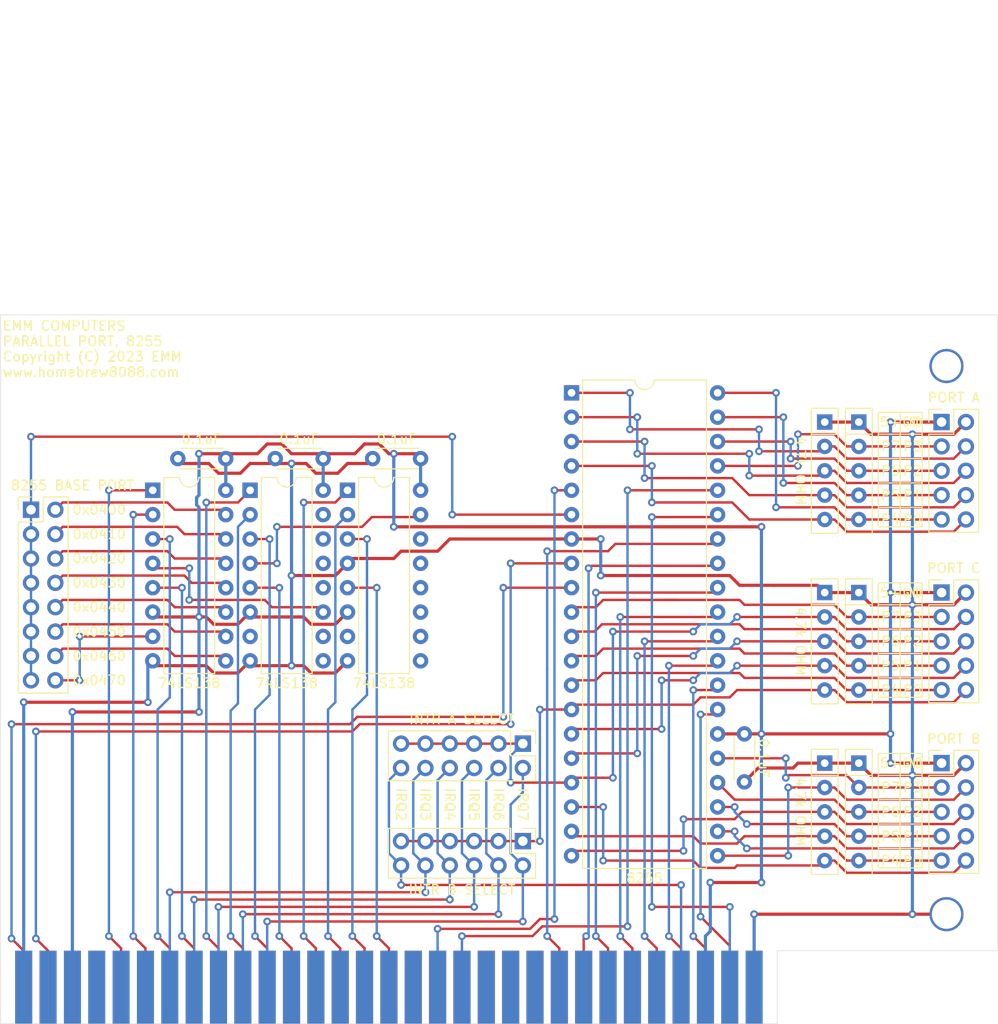
<source format=kicad_pcb>
(kicad_pcb (version 20171130) (host pcbnew "(5.1.8)-1")

  (general
    (thickness 1.6)
    (drawings 79)
    (tracks 884)
    (zones 0)
    (modules 23)
    (nets 110)
  )

  (page A4)
  (layers
    (0 F.Cu signal)
    (31 B.Cu signal)
    (32 B.Adhes user)
    (33 F.Adhes user)
    (34 B.Paste user)
    (35 F.Paste user)
    (36 B.SilkS user)
    (37 F.SilkS user)
    (38 B.Mask user)
    (39 F.Mask user)
    (40 Dwgs.User user)
    (41 Cmts.User user)
    (42 Eco1.User user)
    (43 Eco2.User user)
    (44 Edge.Cuts user)
    (45 Margin user)
    (46 B.CrtYd user)
    (47 F.CrtYd user)
    (48 B.Fab user)
    (49 F.Fab user)
  )

  (setup
    (last_trace_width 0.25)
    (trace_clearance 0.2)
    (zone_clearance 0.508)
    (zone_45_only no)
    (trace_min 0.2)
    (via_size 0.8)
    (via_drill 0.4)
    (via_min_size 0.4)
    (via_min_drill 0.3)
    (uvia_size 0.3)
    (uvia_drill 0.1)
    (uvias_allowed no)
    (uvia_min_size 0.2)
    (uvia_min_drill 0.1)
    (edge_width 0.05)
    (segment_width 0.2)
    (pcb_text_width 0.3)
    (pcb_text_size 1.5 1.5)
    (mod_edge_width 0.12)
    (mod_text_size 1 1)
    (mod_text_width 0.15)
    (pad_size 3.556 3.556)
    (pad_drill 3.048)
    (pad_to_mask_clearance 0)
    (aux_axis_origin 0 0)
    (visible_elements 7FFFFFFF)
    (pcbplotparams
      (layerselection 0x010fc_ffffffff)
      (usegerberextensions false)
      (usegerberattributes false)
      (usegerberadvancedattributes true)
      (creategerberjobfile true)
      (excludeedgelayer true)
      (linewidth 0.100000)
      (plotframeref false)
      (viasonmask false)
      (mode 1)
      (useauxorigin false)
      (hpglpennumber 1)
      (hpglpenspeed 20)
      (hpglpendiameter 15.000000)
      (psnegative false)
      (psa4output false)
      (plotreference true)
      (plotvalue true)
      (plotinvisibletext false)
      (padsonsilk false)
      (subtractmaskfromsilk false)
      (outputformat 1)
      (mirror false)
      (drillshape 0)
      (scaleselection 1)
      (outputdirectory "Gerber/"))
  )

  (net 0 "")
  (net 1 /PB7)
  (net 2 /PB6)
  (net 3 /PB5)
  (net 4 /PB4)
  (net 5 /PB3)
  (net 6 /PB2)
  (net 7 /PB1)
  (net 8 /PB0)
  (net 9 /PA7)
  (net 10 /PA6)
  (net 11 /PA5)
  (net 12 /PA4)
  (net 13 /PA3)
  (net 14 /PA2)
  (net 15 /PA1)
  (net 16 /PA0)
  (net 17 /PC7)
  (net 18 /PC6)
  (net 19 /PC5)
  (net 20 /PC4)
  (net 21 /PC3)
  (net 22 /PC2)
  (net 23 /PC1)
  (net 24 /PC0)
  (net 25 /IRQ2)
  (net 26 /IRQ3)
  (net 27 /IRQ4)
  (net 28 /IRQ5)
  (net 29 /IRQ6)
  (net 30 /IRQ7)
  (net 31 /IO_040X)
  (net 32 /IO_041X)
  (net 33 /IO_042X)
  (net 34 /IO_043X)
  (net 35 /IO_044X)
  (net 36 /IO_045X)
  (net 37 /IO_046X)
  (net 38 /IO_047X)
  (net 39 /CS8255)
  (net 40 /A0)
  (net 41 /A1)
  (net 42 /A2)
  (net 43 /A3)
  (net 44 /A4)
  (net 45 /A5)
  (net 46 /A6)
  (net 47 /A7)
  (net 48 /A8)
  (net 49 /A9)
  (net 50 /A10)
  (net 51 /A11)
  (net 52 /A12)
  (net 53 /A13)
  (net 54 /A14)
  (net 55 /A15)
  (net 56 "Net-(J7-Pad46)")
  (net 57 "Net-(J7-Pad45)")
  (net 58 "Net-(J7-Pad44)")
  (net 59 "Net-(J7-Pad43)")
  (net 60 "Net-(J7-Pad42)")
  (net 61 "Net-(J7-Pad41)")
  (net 62 /D0)
  (net 63 /D1)
  (net 64 /D2)
  (net 65 /D3)
  (net 66 /D4)
  (net 67 /D5)
  (net 68 /D6)
  (net 69 /D7)
  (net 70 "Net-(J7-Pad32)")
  (net 71 /GND)
  (net 72 "Net-(J7-Pad30)")
  (net 73 /5+)
  (net 74 "Net-(J7-Pad28)")
  (net 75 "Net-(J7-Pad27)")
  (net 76 "Net-(J7-Pad26)")
  (net 77 "Net-(J7-Pad20)")
  (net 78 "Net-(J7-Pad19)")
  (net 79 "Net-(J7-Pad18)")
  (net 80 "Net-(J7-Pad17)")
  (net 81 "Net-(J7-Pad16)")
  (net 82 "Net-(J7-Pad15)")
  (net 83 /IOR)
  (net 84 /IOW)
  (net 85 "Net-(J7-Pad12)")
  (net 86 "Net-(J7-Pad11)")
  (net 87 "Net-(J7-Pad10)")
  (net 88 "Net-(J7-Pad9)")
  (net 89 "Net-(J7-Pad8)")
  (net 90 "Net-(J7-Pad7)")
  (net 91 "Net-(J7-Pad6)")
  (net 92 "Net-(J7-Pad5)")
  (net 93 /RST)
  (net 94 /IO_0XXX)
  (net 95 "Net-(U2-Pad7)")
  (net 96 "Net-(U2-Pad14)")
  (net 97 "Net-(U2-Pad13)")
  (net 98 "Net-(U2-Pad12)")
  (net 99 "Net-(U2-Pad11)")
  (net 100 "Net-(U2-Pad10)")
  (net 101 "Net-(U2-Pad9)")
  (net 102 /IO_04XX)
  (net 103 "Net-(U4-Pad15)")
  (net 104 "Net-(U4-Pad7)")
  (net 105 "Net-(U4-Pad14)")
  (net 106 "Net-(U4-Pad13)")
  (net 107 "Net-(U4-Pad12)")
  (net 108 "Net-(U4-Pad10)")
  (net 109 "Net-(U4-Pad9)")

  (net_class Default "This is the default net class."
    (clearance 0.2)
    (trace_width 0.25)
    (via_dia 0.8)
    (via_drill 0.4)
    (uvia_dia 0.3)
    (uvia_drill 0.1)
    (add_net /5+)
    (add_net /A0)
    (add_net /A1)
    (add_net /A10)
    (add_net /A11)
    (add_net /A12)
    (add_net /A13)
    (add_net /A14)
    (add_net /A15)
    (add_net /A2)
    (add_net /A3)
    (add_net /A4)
    (add_net /A5)
    (add_net /A6)
    (add_net /A7)
    (add_net /A8)
    (add_net /A9)
    (add_net /CS8255)
    (add_net /D0)
    (add_net /D1)
    (add_net /D2)
    (add_net /D3)
    (add_net /D4)
    (add_net /D5)
    (add_net /D6)
    (add_net /D7)
    (add_net /GND)
    (add_net /IOR)
    (add_net /IOW)
    (add_net /IO_040X)
    (add_net /IO_041X)
    (add_net /IO_042X)
    (add_net /IO_043X)
    (add_net /IO_044X)
    (add_net /IO_045X)
    (add_net /IO_046X)
    (add_net /IO_047X)
    (add_net /IO_04XX)
    (add_net /IO_0XXX)
    (add_net /IRQ2)
    (add_net /IRQ3)
    (add_net /IRQ4)
    (add_net /IRQ5)
    (add_net /IRQ6)
    (add_net /IRQ7)
    (add_net /PA0)
    (add_net /PA1)
    (add_net /PA2)
    (add_net /PA3)
    (add_net /PA4)
    (add_net /PA5)
    (add_net /PA6)
    (add_net /PA7)
    (add_net /PB0)
    (add_net /PB1)
    (add_net /PB2)
    (add_net /PB3)
    (add_net /PB4)
    (add_net /PB5)
    (add_net /PB6)
    (add_net /PB7)
    (add_net /PC0)
    (add_net /PC1)
    (add_net /PC2)
    (add_net /PC3)
    (add_net /PC4)
    (add_net /PC5)
    (add_net /PC6)
    (add_net /PC7)
    (add_net /RST)
    (add_net "Net-(J7-Pad10)")
    (add_net "Net-(J7-Pad11)")
    (add_net "Net-(J7-Pad12)")
    (add_net "Net-(J7-Pad15)")
    (add_net "Net-(J7-Pad16)")
    (add_net "Net-(J7-Pad17)")
    (add_net "Net-(J7-Pad18)")
    (add_net "Net-(J7-Pad19)")
    (add_net "Net-(J7-Pad20)")
    (add_net "Net-(J7-Pad26)")
    (add_net "Net-(J7-Pad27)")
    (add_net "Net-(J7-Pad28)")
    (add_net "Net-(J7-Pad30)")
    (add_net "Net-(J7-Pad32)")
    (add_net "Net-(J7-Pad41)")
    (add_net "Net-(J7-Pad42)")
    (add_net "Net-(J7-Pad43)")
    (add_net "Net-(J7-Pad44)")
    (add_net "Net-(J7-Pad45)")
    (add_net "Net-(J7-Pad46)")
    (add_net "Net-(J7-Pad5)")
    (add_net "Net-(J7-Pad6)")
    (add_net "Net-(J7-Pad7)")
    (add_net "Net-(J7-Pad8)")
    (add_net "Net-(J7-Pad9)")
    (add_net "Net-(U2-Pad10)")
    (add_net "Net-(U2-Pad11)")
    (add_net "Net-(U2-Pad12)")
    (add_net "Net-(U2-Pad13)")
    (add_net "Net-(U2-Pad14)")
    (add_net "Net-(U2-Pad7)")
    (add_net "Net-(U2-Pad9)")
    (add_net "Net-(U4-Pad10)")
    (add_net "Net-(U4-Pad12)")
    (add_net "Net-(U4-Pad13)")
    (add_net "Net-(U4-Pad14)")
    (add_net "Net-(U4-Pad15)")
    (add_net "Net-(U4-Pad7)")
    (add_net "Net-(U4-Pad9)")
  )

  (module Resistor_THT:R_Array_SIP5 (layer F.Cu) (tedit 5A14249F) (tstamp 63F4EA8E)
    (at 182.372 81.788 270)
    (descr "5-pin Resistor SIP pack")
    (tags R)
    (path /63F5C2FB)
    (fp_text reference RN6 (at 6.35 -2.4 90) (layer F.SilkS) hide
      (effects (font (size 1 1) (thickness 0.15)))
    )
    (fp_text value "4.7k OHM" (at 5.08 2.54 270 unlocked) (layer F.SilkS)
      (effects (font (size 1 1) (thickness 0.15)))
    )
    (fp_line (start 11.9 -1.65) (end -1.7 -1.65) (layer F.CrtYd) (width 0.05))
    (fp_line (start 11.9 1.65) (end 11.9 -1.65) (layer F.CrtYd) (width 0.05))
    (fp_line (start -1.7 1.65) (end 11.9 1.65) (layer F.CrtYd) (width 0.05))
    (fp_line (start -1.7 -1.65) (end -1.7 1.65) (layer F.CrtYd) (width 0.05))
    (fp_line (start 1.27 -1.4) (end 1.27 1.4) (layer F.SilkS) (width 0.12))
    (fp_line (start 11.6 -1.4) (end -1.44 -1.4) (layer F.SilkS) (width 0.12))
    (fp_line (start 11.6 1.4) (end 11.6 -1.4) (layer F.SilkS) (width 0.12))
    (fp_line (start -1.44 1.4) (end 11.6 1.4) (layer F.SilkS) (width 0.12))
    (fp_line (start -1.44 -1.4) (end -1.44 1.4) (layer F.SilkS) (width 0.12))
    (fp_line (start 1.27 -1.25) (end 1.27 1.25) (layer F.Fab) (width 0.1))
    (fp_line (start 11.45 -1.25) (end -1.29 -1.25) (layer F.Fab) (width 0.1))
    (fp_line (start 11.45 1.25) (end 11.45 -1.25) (layer F.Fab) (width 0.1))
    (fp_line (start -1.29 1.25) (end 11.45 1.25) (layer F.Fab) (width 0.1))
    (fp_line (start -1.29 -1.25) (end -1.29 1.25) (layer F.Fab) (width 0.1))
    (fp_text user %R (at 5.08 0 90) (layer F.Fab)
      (effects (font (size 1 1) (thickness 0.15)))
    )
    (pad 5 thru_hole oval (at 10.16 0 270) (size 1.6 1.6) (drill 0.8) (layers *.Cu *.Mask)
      (net 16 /PA0))
    (pad 4 thru_hole oval (at 7.62 0 270) (size 1.6 1.6) (drill 0.8) (layers *.Cu *.Mask)
      (net 15 /PA1))
    (pad 3 thru_hole oval (at 5.08 0 270) (size 1.6 1.6) (drill 0.8) (layers *.Cu *.Mask)
      (net 14 /PA2))
    (pad 2 thru_hole oval (at 2.54 0 270) (size 1.6 1.6) (drill 0.8) (layers *.Cu *.Mask)
      (net 13 /PA3))
    (pad 1 thru_hole rect (at 0 0 270) (size 1.6 1.6) (drill 0.8) (layers *.Cu *.Mask)
      (net 71 /GND))
    (model ${KISYS3DMOD}/Resistor_THT.3dshapes/R_Array_SIP5.wrl
      (at (xyz 0 0 0))
      (scale (xyz 1 1 1))
      (rotate (xyz 0 0 0))
    )
  )

  (module Resistor_THT:R_Array_SIP5 (layer F.Cu) (tedit 5A14249F) (tstamp 63F4EA76)
    (at 185.928 81.788 270)
    (descr "5-pin Resistor SIP pack")
    (tags R)
    (path /63F5B7FF)
    (fp_text reference RN5 (at 6.35 -2.4 90) (layer F.SilkS) hide
      (effects (font (size 1 1) (thickness 0.15)))
    )
    (fp_text value "4.7k OHM" (at 5.08 2.032 270 unlocked) (layer F.SilkS) hide
      (effects (font (size 1 1) (thickness 0.15)))
    )
    (fp_line (start 11.9 -1.65) (end -1.7 -1.65) (layer F.CrtYd) (width 0.05))
    (fp_line (start 11.9 1.65) (end 11.9 -1.65) (layer F.CrtYd) (width 0.05))
    (fp_line (start -1.7 1.65) (end 11.9 1.65) (layer F.CrtYd) (width 0.05))
    (fp_line (start -1.7 -1.65) (end -1.7 1.65) (layer F.CrtYd) (width 0.05))
    (fp_line (start 1.27 -1.4) (end 1.27 1.4) (layer F.SilkS) (width 0.12))
    (fp_line (start 11.6 -1.4) (end -1.44 -1.4) (layer F.SilkS) (width 0.12))
    (fp_line (start 11.6 1.4) (end 11.6 -1.4) (layer F.SilkS) (width 0.12))
    (fp_line (start -1.44 1.4) (end 11.6 1.4) (layer F.SilkS) (width 0.12))
    (fp_line (start -1.44 -1.4) (end -1.44 1.4) (layer F.SilkS) (width 0.12))
    (fp_line (start 1.27 -1.25) (end 1.27 1.25) (layer F.Fab) (width 0.1))
    (fp_line (start 11.45 -1.25) (end -1.29 -1.25) (layer F.Fab) (width 0.1))
    (fp_line (start 11.45 1.25) (end 11.45 -1.25) (layer F.Fab) (width 0.1))
    (fp_line (start -1.29 1.25) (end 11.45 1.25) (layer F.Fab) (width 0.1))
    (fp_line (start -1.29 -1.25) (end -1.29 1.25) (layer F.Fab) (width 0.1))
    (fp_text user %R (at 5.08 0 90) (layer F.Fab)
      (effects (font (size 1 1) (thickness 0.15)))
    )
    (pad 5 thru_hole oval (at 10.16 0 270) (size 1.6 1.6) (drill 0.8) (layers *.Cu *.Mask)
      (net 12 /PA4))
    (pad 4 thru_hole oval (at 7.62 0 270) (size 1.6 1.6) (drill 0.8) (layers *.Cu *.Mask)
      (net 11 /PA5))
    (pad 3 thru_hole oval (at 5.08 0 270) (size 1.6 1.6) (drill 0.8) (layers *.Cu *.Mask)
      (net 10 /PA6))
    (pad 2 thru_hole oval (at 2.54 0 270) (size 1.6 1.6) (drill 0.8) (layers *.Cu *.Mask)
      (net 9 /PA7))
    (pad 1 thru_hole rect (at 0 0 270) (size 1.6 1.6) (drill 0.8) (layers *.Cu *.Mask)
      (net 71 /GND))
    (model ${KISYS3DMOD}/Resistor_THT.3dshapes/R_Array_SIP5.wrl
      (at (xyz 0 0 0))
      (scale (xyz 1 1 1))
      (rotate (xyz 0 0 0))
    )
  )

  (module Resistor_THT:R_Array_SIP5 (layer F.Cu) (tedit 5A14249F) (tstamp 63F4EA5E)
    (at 182.372 117.348 270)
    (descr "5-pin Resistor SIP pack")
    (tags R)
    (path /63F5AE60)
    (fp_text reference RN4 (at 6.35 -2.4 90) (layer F.SilkS) hide
      (effects (font (size 1 1) (thickness 0.15)))
    )
    (fp_text value "4.7k OHM" (at 5.08 2.54 270 unlocked) (layer F.SilkS)
      (effects (font (size 1 1) (thickness 0.15)))
    )
    (fp_line (start 11.9 -1.65) (end -1.7 -1.65) (layer F.CrtYd) (width 0.05))
    (fp_line (start 11.9 1.65) (end 11.9 -1.65) (layer F.CrtYd) (width 0.05))
    (fp_line (start -1.7 1.65) (end 11.9 1.65) (layer F.CrtYd) (width 0.05))
    (fp_line (start -1.7 -1.65) (end -1.7 1.65) (layer F.CrtYd) (width 0.05))
    (fp_line (start 1.27 -1.4) (end 1.27 1.4) (layer F.SilkS) (width 0.12))
    (fp_line (start 11.6 -1.4) (end -1.44 -1.4) (layer F.SilkS) (width 0.12))
    (fp_line (start 11.6 1.4) (end 11.6 -1.4) (layer F.SilkS) (width 0.12))
    (fp_line (start -1.44 1.4) (end 11.6 1.4) (layer F.SilkS) (width 0.12))
    (fp_line (start -1.44 -1.4) (end -1.44 1.4) (layer F.SilkS) (width 0.12))
    (fp_line (start 1.27 -1.25) (end 1.27 1.25) (layer F.Fab) (width 0.1))
    (fp_line (start 11.45 -1.25) (end -1.29 -1.25) (layer F.Fab) (width 0.1))
    (fp_line (start 11.45 1.25) (end 11.45 -1.25) (layer F.Fab) (width 0.1))
    (fp_line (start -1.29 1.25) (end 11.45 1.25) (layer F.Fab) (width 0.1))
    (fp_line (start -1.29 -1.25) (end -1.29 1.25) (layer F.Fab) (width 0.1))
    (fp_text user %R (at 5.08 0 90) (layer F.Fab)
      (effects (font (size 1 1) (thickness 0.15)))
    )
    (pad 5 thru_hole oval (at 10.16 0 270) (size 1.6 1.6) (drill 0.8) (layers *.Cu *.Mask)
      (net 8 /PB0))
    (pad 4 thru_hole oval (at 7.62 0 270) (size 1.6 1.6) (drill 0.8) (layers *.Cu *.Mask)
      (net 7 /PB1))
    (pad 3 thru_hole oval (at 5.08 0 270) (size 1.6 1.6) (drill 0.8) (layers *.Cu *.Mask)
      (net 6 /PB2))
    (pad 2 thru_hole oval (at 2.54 0 270) (size 1.6 1.6) (drill 0.8) (layers *.Cu *.Mask)
      (net 5 /PB3))
    (pad 1 thru_hole rect (at 0 0 270) (size 1.6 1.6) (drill 0.8) (layers *.Cu *.Mask)
      (net 71 /GND))
    (model ${KISYS3DMOD}/Resistor_THT.3dshapes/R_Array_SIP5.wrl
      (at (xyz 0 0 0))
      (scale (xyz 1 1 1))
      (rotate (xyz 0 0 0))
    )
  )

  (module Resistor_THT:R_Array_SIP5 (layer F.Cu) (tedit 5A14249F) (tstamp 63F4EA46)
    (at 182.372 99.568 270)
    (descr "5-pin Resistor SIP pack")
    (tags R)
    (path /63F598EE)
    (fp_text reference RN3 (at 6.35 -2.4 90) (layer F.SilkS) hide
      (effects (font (size 1 1) (thickness 0.15)))
    )
    (fp_text value "4.7k OHM" (at 5.08 2.54 270 unlocked) (layer F.SilkS)
      (effects (font (size 1 1) (thickness 0.15)))
    )
    (fp_line (start 11.9 -1.65) (end -1.7 -1.65) (layer F.CrtYd) (width 0.05))
    (fp_line (start 11.9 1.65) (end 11.9 -1.65) (layer F.CrtYd) (width 0.05))
    (fp_line (start -1.7 1.65) (end 11.9 1.65) (layer F.CrtYd) (width 0.05))
    (fp_line (start -1.7 -1.65) (end -1.7 1.65) (layer F.CrtYd) (width 0.05))
    (fp_line (start 1.27 -1.4) (end 1.27 1.4) (layer F.SilkS) (width 0.12))
    (fp_line (start 11.6 -1.4) (end -1.44 -1.4) (layer F.SilkS) (width 0.12))
    (fp_line (start 11.6 1.4) (end 11.6 -1.4) (layer F.SilkS) (width 0.12))
    (fp_line (start -1.44 1.4) (end 11.6 1.4) (layer F.SilkS) (width 0.12))
    (fp_line (start -1.44 -1.4) (end -1.44 1.4) (layer F.SilkS) (width 0.12))
    (fp_line (start 1.27 -1.25) (end 1.27 1.25) (layer F.Fab) (width 0.1))
    (fp_line (start 11.45 -1.25) (end -1.29 -1.25) (layer F.Fab) (width 0.1))
    (fp_line (start 11.45 1.25) (end 11.45 -1.25) (layer F.Fab) (width 0.1))
    (fp_line (start -1.29 1.25) (end 11.45 1.25) (layer F.Fab) (width 0.1))
    (fp_line (start -1.29 -1.25) (end -1.29 1.25) (layer F.Fab) (width 0.1))
    (fp_text user %R (at 5.08 0 90) (layer F.Fab)
      (effects (font (size 1 1) (thickness 0.15)))
    )
    (pad 5 thru_hole oval (at 10.16 0 270) (size 1.6 1.6) (drill 0.8) (layers *.Cu *.Mask)
      (net 24 /PC0))
    (pad 4 thru_hole oval (at 7.62 0 270) (size 1.6 1.6) (drill 0.8) (layers *.Cu *.Mask)
      (net 23 /PC1))
    (pad 3 thru_hole oval (at 5.08 0 270) (size 1.6 1.6) (drill 0.8) (layers *.Cu *.Mask)
      (net 22 /PC2))
    (pad 2 thru_hole oval (at 2.54 0 270) (size 1.6 1.6) (drill 0.8) (layers *.Cu *.Mask)
      (net 21 /PC3))
    (pad 1 thru_hole rect (at 0 0 270) (size 1.6 1.6) (drill 0.8) (layers *.Cu *.Mask)
      (net 71 /GND))
    (model ${KISYS3DMOD}/Resistor_THT.3dshapes/R_Array_SIP5.wrl
      (at (xyz 0 0 0))
      (scale (xyz 1 1 1))
      (rotate (xyz 0 0 0))
    )
  )

  (module Resistor_THT:R_Array_SIP5 (layer F.Cu) (tedit 5A14249F) (tstamp 63F4EA2E)
    (at 185.928 117.348 270)
    (descr "5-pin Resistor SIP pack")
    (tags R)
    (path /63F53EDC)
    (fp_text reference RN2 (at 6.35 -2.4 90) (layer F.SilkS) hide
      (effects (font (size 1 1) (thickness 0.15)))
    )
    (fp_text value "4.7k OHM" (at 6.35 2.4 90) (layer F.Fab)
      (effects (font (size 1 1) (thickness 0.15)))
    )
    (fp_line (start 11.9 -1.65) (end -1.7 -1.65) (layer F.CrtYd) (width 0.05))
    (fp_line (start 11.9 1.65) (end 11.9 -1.65) (layer F.CrtYd) (width 0.05))
    (fp_line (start -1.7 1.65) (end 11.9 1.65) (layer F.CrtYd) (width 0.05))
    (fp_line (start -1.7 -1.65) (end -1.7 1.65) (layer F.CrtYd) (width 0.05))
    (fp_line (start 1.27 -1.4) (end 1.27 1.4) (layer F.SilkS) (width 0.12))
    (fp_line (start 11.6 -1.4) (end -1.44 -1.4) (layer F.SilkS) (width 0.12))
    (fp_line (start 11.6 1.4) (end 11.6 -1.4) (layer F.SilkS) (width 0.12))
    (fp_line (start -1.44 1.4) (end 11.6 1.4) (layer F.SilkS) (width 0.12))
    (fp_line (start -1.44 -1.4) (end -1.44 1.4) (layer F.SilkS) (width 0.12))
    (fp_line (start 1.27 -1.25) (end 1.27 1.25) (layer F.Fab) (width 0.1))
    (fp_line (start 11.45 -1.25) (end -1.29 -1.25) (layer F.Fab) (width 0.1))
    (fp_line (start 11.45 1.25) (end 11.45 -1.25) (layer F.Fab) (width 0.1))
    (fp_line (start -1.29 1.25) (end 11.45 1.25) (layer F.Fab) (width 0.1))
    (fp_line (start -1.29 -1.25) (end -1.29 1.25) (layer F.Fab) (width 0.1))
    (fp_text user %R (at 5.08 0 90) (layer F.Fab)
      (effects (font (size 1 1) (thickness 0.15)))
    )
    (pad 5 thru_hole oval (at 10.16 0 270) (size 1.6 1.6) (drill 0.8) (layers *.Cu *.Mask)
      (net 4 /PB4))
    (pad 4 thru_hole oval (at 7.62 0 270) (size 1.6 1.6) (drill 0.8) (layers *.Cu *.Mask)
      (net 3 /PB5))
    (pad 3 thru_hole oval (at 5.08 0 270) (size 1.6 1.6) (drill 0.8) (layers *.Cu *.Mask)
      (net 2 /PB6))
    (pad 2 thru_hole oval (at 2.54 0 270) (size 1.6 1.6) (drill 0.8) (layers *.Cu *.Mask)
      (net 1 /PB7))
    (pad 1 thru_hole rect (at 0 0 270) (size 1.6 1.6) (drill 0.8) (layers *.Cu *.Mask)
      (net 71 /GND))
    (model ${KISYS3DMOD}/Resistor_THT.3dshapes/R_Array_SIP5.wrl
      (at (xyz 0 0 0))
      (scale (xyz 1 1 1))
      (rotate (xyz 0 0 0))
    )
  )

  (module Resistor_THT:R_Array_SIP5 (layer F.Cu) (tedit 5A14249F) (tstamp 63F4EA16)
    (at 185.928 99.568 270)
    (descr "5-pin Resistor SIP pack")
    (tags R)
    (path /63F59081)
    (fp_text reference RN1 (at 6.35 -2.4 90) (layer F.SilkS) hide
      (effects (font (size 1 1) (thickness 0.15)))
    )
    (fp_text value "4.7k OHM" (at 5.08 1.778 270 unlocked) (layer F.SilkS) hide
      (effects (font (size 1 1) (thickness 0.15)))
    )
    (fp_line (start 11.9 -1.65) (end -1.7 -1.65) (layer F.CrtYd) (width 0.05))
    (fp_line (start 11.9 1.65) (end 11.9 -1.65) (layer F.CrtYd) (width 0.05))
    (fp_line (start -1.7 1.65) (end 11.9 1.65) (layer F.CrtYd) (width 0.05))
    (fp_line (start -1.7 -1.65) (end -1.7 1.65) (layer F.CrtYd) (width 0.05))
    (fp_line (start 1.27 -1.4) (end 1.27 1.4) (layer F.SilkS) (width 0.12))
    (fp_line (start 11.6 -1.4) (end -1.44 -1.4) (layer F.SilkS) (width 0.12))
    (fp_line (start 11.6 1.4) (end 11.6 -1.4) (layer F.SilkS) (width 0.12))
    (fp_line (start -1.44 1.4) (end 11.6 1.4) (layer F.SilkS) (width 0.12))
    (fp_line (start -1.44 -1.4) (end -1.44 1.4) (layer F.SilkS) (width 0.12))
    (fp_line (start 1.27 -1.25) (end 1.27 1.25) (layer F.Fab) (width 0.1))
    (fp_line (start 11.45 -1.25) (end -1.29 -1.25) (layer F.Fab) (width 0.1))
    (fp_line (start 11.45 1.25) (end 11.45 -1.25) (layer F.Fab) (width 0.1))
    (fp_line (start -1.29 1.25) (end 11.45 1.25) (layer F.Fab) (width 0.1))
    (fp_line (start -1.29 -1.25) (end -1.29 1.25) (layer F.Fab) (width 0.1))
    (fp_text user %R (at 5.08 0 90) (layer F.Fab)
      (effects (font (size 1 1) (thickness 0.15)))
    )
    (pad 5 thru_hole oval (at 10.16 0 270) (size 1.6 1.6) (drill 0.8) (layers *.Cu *.Mask)
      (net 20 /PC4))
    (pad 4 thru_hole oval (at 7.62 0 270) (size 1.6 1.6) (drill 0.8) (layers *.Cu *.Mask)
      (net 19 /PC5))
    (pad 3 thru_hole oval (at 5.08 0 270) (size 1.6 1.6) (drill 0.8) (layers *.Cu *.Mask)
      (net 18 /PC6))
    (pad 2 thru_hole oval (at 2.54 0 270) (size 1.6 1.6) (drill 0.8) (layers *.Cu *.Mask)
      (net 17 /PC7))
    (pad 1 thru_hole rect (at 0 0 270) (size 1.6 1.6) (drill 0.8) (layers *.Cu *.Mask)
      (net 71 /GND))
    (model ${KISYS3DMOD}/Resistor_THT.3dshapes/R_Array_SIP5.wrl
      (at (xyz 0 0 0))
      (scale (xyz 1 1 1))
      (rotate (xyz 0 0 0))
    )
  )

  (module Capacitor_THT:C_Disc_D4.3mm_W1.9mm_P5.00mm (layer F.Cu) (tedit 5AE50EF0) (tstamp 63F54283)
    (at 125.048 85.598)
    (descr "C, Disc series, Radial, pin pitch=5.00mm, , diameter*width=4.3*1.9mm^2, Capacitor, http://www.vishay.com/docs/45233/krseries.pdf")
    (tags "C Disc series Radial pin pitch 5.00mm  diameter 4.3mm width 1.9mm Capacitor")
    (path /63F76BF9)
    (fp_text reference C4 (at 2.5 -2.2) (layer F.SilkS) hide
      (effects (font (size 1 1) (thickness 0.15)))
    )
    (fp_text value 0.1uF (at 2.5 -2.032) (layer F.SilkS)
      (effects (font (size 1 1) (thickness 0.15)))
    )
    (fp_line (start 0.35 -0.95) (end 0.35 0.95) (layer F.Fab) (width 0.1))
    (fp_line (start 0.35 0.95) (end 4.65 0.95) (layer F.Fab) (width 0.1))
    (fp_line (start 4.65 0.95) (end 4.65 -0.95) (layer F.Fab) (width 0.1))
    (fp_line (start 4.65 -0.95) (end 0.35 -0.95) (layer F.Fab) (width 0.1))
    (fp_line (start 0.23 -1.07) (end 4.77 -1.07) (layer F.SilkS) (width 0.12))
    (fp_line (start 0.23 1.07) (end 4.77 1.07) (layer F.SilkS) (width 0.12))
    (fp_line (start 0.23 -1.07) (end 0.23 -1.055) (layer F.SilkS) (width 0.12))
    (fp_line (start 0.23 1.055) (end 0.23 1.07) (layer F.SilkS) (width 0.12))
    (fp_line (start 4.77 -1.07) (end 4.77 -1.055) (layer F.SilkS) (width 0.12))
    (fp_line (start 4.77 1.055) (end 4.77 1.07) (layer F.SilkS) (width 0.12))
    (fp_line (start -1.05 -1.2) (end -1.05 1.2) (layer F.CrtYd) (width 0.05))
    (fp_line (start -1.05 1.2) (end 6.05 1.2) (layer F.CrtYd) (width 0.05))
    (fp_line (start 6.05 1.2) (end 6.05 -1.2) (layer F.CrtYd) (width 0.05))
    (fp_line (start 6.05 -1.2) (end -1.05 -1.2) (layer F.CrtYd) (width 0.05))
    (fp_text user %R (at 2.5 0) (layer F.Fab)
      (effects (font (size 0.86 0.86) (thickness 0.129)))
    )
    (pad 2 thru_hole circle (at 5 0) (size 1.6 1.6) (drill 0.8) (layers *.Cu *.Mask)
      (net 73 /5+))
    (pad 1 thru_hole circle (at 0 0) (size 1.6 1.6) (drill 0.8) (layers *.Cu *.Mask)
      (net 71 /GND))
    (model ${KISYS3DMOD}/Capacitor_THT.3dshapes/C_Disc_D4.3mm_W1.9mm_P5.00mm.wrl
      (at (xyz 0 0 0))
      (scale (xyz 1 1 1))
      (rotate (xyz 0 0 0))
    )
  )

  (module Capacitor_THT:C_Disc_D4.3mm_W1.9mm_P5.00mm (layer F.Cu) (tedit 5AE50EF0) (tstamp 63F5426E)
    (at 114.888 85.598)
    (descr "C, Disc series, Radial, pin pitch=5.00mm, , diameter*width=4.3*1.9mm^2, Capacitor, http://www.vishay.com/docs/45233/krseries.pdf")
    (tags "C Disc series Radial pin pitch 5.00mm  diameter 4.3mm width 1.9mm Capacitor")
    (path /63F7670E)
    (fp_text reference C3 (at 2.5 -2.2) (layer F.SilkS) hide
      (effects (font (size 1 1) (thickness 0.15)))
    )
    (fp_text value 0.1uF (at 2.46 -2.032) (layer F.SilkS)
      (effects (font (size 1 1) (thickness 0.15)))
    )
    (fp_line (start 0.35 -0.95) (end 0.35 0.95) (layer F.Fab) (width 0.1))
    (fp_line (start 0.35 0.95) (end 4.65 0.95) (layer F.Fab) (width 0.1))
    (fp_line (start 4.65 0.95) (end 4.65 -0.95) (layer F.Fab) (width 0.1))
    (fp_line (start 4.65 -0.95) (end 0.35 -0.95) (layer F.Fab) (width 0.1))
    (fp_line (start 0.23 -1.07) (end 4.77 -1.07) (layer F.SilkS) (width 0.12))
    (fp_line (start 0.23 1.07) (end 4.77 1.07) (layer F.SilkS) (width 0.12))
    (fp_line (start 0.23 -1.07) (end 0.23 -1.055) (layer F.SilkS) (width 0.12))
    (fp_line (start 0.23 1.055) (end 0.23 1.07) (layer F.SilkS) (width 0.12))
    (fp_line (start 4.77 -1.07) (end 4.77 -1.055) (layer F.SilkS) (width 0.12))
    (fp_line (start 4.77 1.055) (end 4.77 1.07) (layer F.SilkS) (width 0.12))
    (fp_line (start -1.05 -1.2) (end -1.05 1.2) (layer F.CrtYd) (width 0.05))
    (fp_line (start -1.05 1.2) (end 6.05 1.2) (layer F.CrtYd) (width 0.05))
    (fp_line (start 6.05 1.2) (end 6.05 -1.2) (layer F.CrtYd) (width 0.05))
    (fp_line (start 6.05 -1.2) (end -1.05 -1.2) (layer F.CrtYd) (width 0.05))
    (fp_text user %R (at 2.5 0) (layer F.Fab)
      (effects (font (size 0.86 0.86) (thickness 0.129)))
    )
    (pad 2 thru_hole circle (at 5 0) (size 1.6 1.6) (drill 0.8) (layers *.Cu *.Mask)
      (net 73 /5+))
    (pad 1 thru_hole circle (at 0 0) (size 1.6 1.6) (drill 0.8) (layers *.Cu *.Mask)
      (net 71 /GND))
    (model ${KISYS3DMOD}/Capacitor_THT.3dshapes/C_Disc_D4.3mm_W1.9mm_P5.00mm.wrl
      (at (xyz 0 0 0))
      (scale (xyz 1 1 1))
      (rotate (xyz 0 0 0))
    )
  )

  (module Capacitor_THT:C_Disc_D4.3mm_W1.9mm_P5.00mm (layer F.Cu) (tedit 5AE50EF0) (tstamp 63F54259)
    (at 135.208 85.598)
    (descr "C, Disc series, Radial, pin pitch=5.00mm, , diameter*width=4.3*1.9mm^2, Capacitor, http://www.vishay.com/docs/45233/krseries.pdf")
    (tags "C Disc series Radial pin pitch 5.00mm  diameter 4.3mm width 1.9mm Capacitor")
    (path /63F75EBE)
    (fp_text reference C2 (at 2.5 -2.2) (layer F.SilkS) hide
      (effects (font (size 1 1) (thickness 0.15)))
    )
    (fp_text value 0.1uF (at 2.5 -2.032) (layer F.SilkS)
      (effects (font (size 1 1) (thickness 0.15)))
    )
    (fp_line (start 0.35 -0.95) (end 0.35 0.95) (layer F.Fab) (width 0.1))
    (fp_line (start 0.35 0.95) (end 4.65 0.95) (layer F.Fab) (width 0.1))
    (fp_line (start 4.65 0.95) (end 4.65 -0.95) (layer F.Fab) (width 0.1))
    (fp_line (start 4.65 -0.95) (end 0.35 -0.95) (layer F.Fab) (width 0.1))
    (fp_line (start 0.23 -1.07) (end 4.77 -1.07) (layer F.SilkS) (width 0.12))
    (fp_line (start 0.23 1.07) (end 4.77 1.07) (layer F.SilkS) (width 0.12))
    (fp_line (start 0.23 -1.07) (end 0.23 -1.055) (layer F.SilkS) (width 0.12))
    (fp_line (start 0.23 1.055) (end 0.23 1.07) (layer F.SilkS) (width 0.12))
    (fp_line (start 4.77 -1.07) (end 4.77 -1.055) (layer F.SilkS) (width 0.12))
    (fp_line (start 4.77 1.055) (end 4.77 1.07) (layer F.SilkS) (width 0.12))
    (fp_line (start -1.05 -1.2) (end -1.05 1.2) (layer F.CrtYd) (width 0.05))
    (fp_line (start -1.05 1.2) (end 6.05 1.2) (layer F.CrtYd) (width 0.05))
    (fp_line (start 6.05 1.2) (end 6.05 -1.2) (layer F.CrtYd) (width 0.05))
    (fp_line (start 6.05 -1.2) (end -1.05 -1.2) (layer F.CrtYd) (width 0.05))
    (fp_text user %R (at 2.5 0) (layer F.Fab)
      (effects (font (size 0.86 0.86) (thickness 0.129)))
    )
    (pad 2 thru_hole circle (at 5 0) (size 1.6 1.6) (drill 0.8) (layers *.Cu *.Mask)
      (net 73 /5+))
    (pad 1 thru_hole circle (at 0 0) (size 1.6 1.6) (drill 0.8) (layers *.Cu *.Mask)
      (net 71 /GND))
    (model ${KISYS3DMOD}/Capacitor_THT.3dshapes/C_Disc_D4.3mm_W1.9mm_P5.00mm.wrl
      (at (xyz 0 0 0))
      (scale (xyz 1 1 1))
      (rotate (xyz 0 0 0))
    )
  )

  (module Capacitor_THT:C_Disc_D4.3mm_W1.9mm_P5.00mm (layer F.Cu) (tedit 5AE50EF0) (tstamp 63F54244)
    (at 173.99 119.3 90)
    (descr "C, Disc series, Radial, pin pitch=5.00mm, , diameter*width=4.3*1.9mm^2, Capacitor, http://www.vishay.com/docs/45233/krseries.pdf")
    (tags "C Disc series Radial pin pitch 5.00mm  diameter 4.3mm width 1.9mm Capacitor")
    (path /63F74908)
    (fp_text reference C1 (at 2.5 -2.2 90) (layer F.SilkS) hide
      (effects (font (size 1 1) (thickness 0.15)))
    )
    (fp_text value 0.1uF (at 2.46 2.032 270 unlocked) (layer F.SilkS)
      (effects (font (size 1 1) (thickness 0.15)))
    )
    (fp_line (start 0.35 -0.95) (end 0.35 0.95) (layer F.Fab) (width 0.1))
    (fp_line (start 0.35 0.95) (end 4.65 0.95) (layer F.Fab) (width 0.1))
    (fp_line (start 4.65 0.95) (end 4.65 -0.95) (layer F.Fab) (width 0.1))
    (fp_line (start 4.65 -0.95) (end 0.35 -0.95) (layer F.Fab) (width 0.1))
    (fp_line (start 0.23 -1.07) (end 4.77 -1.07) (layer F.SilkS) (width 0.12))
    (fp_line (start 0.23 1.07) (end 4.77 1.07) (layer F.SilkS) (width 0.12))
    (fp_line (start 0.23 -1.07) (end 0.23 -1.055) (layer F.SilkS) (width 0.12))
    (fp_line (start 0.23 1.055) (end 0.23 1.07) (layer F.SilkS) (width 0.12))
    (fp_line (start 4.77 -1.07) (end 4.77 -1.055) (layer F.SilkS) (width 0.12))
    (fp_line (start 4.77 1.055) (end 4.77 1.07) (layer F.SilkS) (width 0.12))
    (fp_line (start -1.05 -1.2) (end -1.05 1.2) (layer F.CrtYd) (width 0.05))
    (fp_line (start -1.05 1.2) (end 6.05 1.2) (layer F.CrtYd) (width 0.05))
    (fp_line (start 6.05 1.2) (end 6.05 -1.2) (layer F.CrtYd) (width 0.05))
    (fp_line (start 6.05 -1.2) (end -1.05 -1.2) (layer F.CrtYd) (width 0.05))
    (fp_text user %R (at 2.5 0 90) (layer F.Fab)
      (effects (font (size 0.86 0.86) (thickness 0.129)))
    )
    (pad 2 thru_hole circle (at 5 0 90) (size 1.6 1.6) (drill 0.8) (layers *.Cu *.Mask)
      (net 73 /5+))
    (pad 1 thru_hole circle (at 0 0 90) (size 1.6 1.6) (drill 0.8) (layers *.Cu *.Mask)
      (net 71 /GND))
    (model ${KISYS3DMOD}/Capacitor_THT.3dshapes/C_Disc_D4.3mm_W1.9mm_P5.00mm.wrl
      (at (xyz 0 0 0))
      (scale (xyz 1 1 1))
      (rotate (xyz 0 0 0))
    )
  )

  (module Connector_PinHeader_2.54mm:PinHeader_2x05_P2.54mm_Vertical (layer F.Cu) (tedit 59FED5CC) (tstamp 63F4E601)
    (at 194.564 81.788)
    (descr "Through hole straight pin header, 2x05, 2.54mm pitch, double rows")
    (tags "Through hole pin header THT 2x05 2.54mm double row")
    (path /63F4F0CC)
    (fp_text reference J3 (at 1.27 -2.33) (layer F.SilkS) hide
      (effects (font (size 1 1) (thickness 0.15)))
    )
    (fp_text value "PORT A" (at 1.27 -2.54) (layer F.SilkS)
      (effects (font (size 1 1) (thickness 0.15)))
    )
    (fp_line (start 0 -1.27) (end 3.81 -1.27) (layer F.Fab) (width 0.1))
    (fp_line (start 3.81 -1.27) (end 3.81 11.43) (layer F.Fab) (width 0.1))
    (fp_line (start 3.81 11.43) (end -1.27 11.43) (layer F.Fab) (width 0.1))
    (fp_line (start -1.27 11.43) (end -1.27 0) (layer F.Fab) (width 0.1))
    (fp_line (start -1.27 0) (end 0 -1.27) (layer F.Fab) (width 0.1))
    (fp_line (start -1.33 11.49) (end 3.87 11.49) (layer F.SilkS) (width 0.12))
    (fp_line (start -1.33 1.27) (end -1.33 11.49) (layer F.SilkS) (width 0.12))
    (fp_line (start 3.87 -1.33) (end 3.87 11.49) (layer F.SilkS) (width 0.12))
    (fp_line (start -1.33 1.27) (end 1.27 1.27) (layer F.SilkS) (width 0.12))
    (fp_line (start 1.27 1.27) (end 1.27 -1.33) (layer F.SilkS) (width 0.12))
    (fp_line (start 1.27 -1.33) (end 3.87 -1.33) (layer F.SilkS) (width 0.12))
    (fp_line (start -1.33 0) (end -1.33 -1.33) (layer F.SilkS) (width 0.12))
    (fp_line (start -1.33 -1.33) (end 0 -1.33) (layer F.SilkS) (width 0.12))
    (fp_line (start -1.8 -1.8) (end -1.8 11.95) (layer F.CrtYd) (width 0.05))
    (fp_line (start -1.8 11.95) (end 4.35 11.95) (layer F.CrtYd) (width 0.05))
    (fp_line (start 4.35 11.95) (end 4.35 -1.8) (layer F.CrtYd) (width 0.05))
    (fp_line (start 4.35 -1.8) (end -1.8 -1.8) (layer F.CrtYd) (width 0.05))
    (fp_text user %R (at 1.27 5.08 90) (layer F.Fab) hide
      (effects (font (size 1 1) (thickness 0.15)))
    )
    (pad 10 thru_hole oval (at 2.54 10.16) (size 1.7 1.7) (drill 1) (layers *.Cu *.Mask)
      (net 16 /PA0))
    (pad 9 thru_hole oval (at 0 10.16) (size 1.7 1.7) (drill 1) (layers *.Cu *.Mask)
      (net 12 /PA4))
    (pad 8 thru_hole oval (at 2.54 7.62) (size 1.7 1.7) (drill 1) (layers *.Cu *.Mask)
      (net 15 /PA1))
    (pad 7 thru_hole oval (at 0 7.62) (size 1.7 1.7) (drill 1) (layers *.Cu *.Mask)
      (net 11 /PA5))
    (pad 6 thru_hole oval (at 2.54 5.08) (size 1.7 1.7) (drill 1) (layers *.Cu *.Mask)
      (net 14 /PA2))
    (pad 5 thru_hole oval (at 0 5.08) (size 1.7 1.7) (drill 1) (layers *.Cu *.Mask)
      (net 10 /PA6))
    (pad 4 thru_hole oval (at 2.54 2.54) (size 1.7 1.7) (drill 1) (layers *.Cu *.Mask)
      (net 13 /PA3))
    (pad 3 thru_hole oval (at 0 2.54) (size 1.7 1.7) (drill 1) (layers *.Cu *.Mask)
      (net 9 /PA7))
    (pad 2 thru_hole oval (at 2.54 0) (size 1.7 1.7) (drill 1) (layers *.Cu *.Mask)
      (net 71 /GND))
    (pad 1 thru_hole rect (at 0 0) (size 1.7 1.7) (drill 1) (layers *.Cu *.Mask)
      (net 73 /5+))
    (model ${KISYS3DMOD}/Connector_PinHeader_2.54mm.3dshapes/PinHeader_2x05_P2.54mm_Vertical.wrl
      (at (xyz 0 0 0))
      (scale (xyz 1 1 1))
      (rotate (xyz 0 0 0))
    )
  )

  (module Connector_PinHeader_2.54mm:PinHeader_2x05_P2.54mm_Vertical (layer F.Cu) (tedit 59FED5CC) (tstamp 63F4E5E1)
    (at 194.564 117.348)
    (descr "Through hole straight pin header, 2x05, 2.54mm pitch, double rows")
    (tags "Through hole pin header THT 2x05 2.54mm double row")
    (path /63F4E965)
    (fp_text reference J2 (at 1.27 -2.33) (layer F.SilkS) hide
      (effects (font (size 1 1) (thickness 0.15)))
    )
    (fp_text value "PORT B" (at 1.27 -2.54) (layer F.SilkS)
      (effects (font (size 1 1) (thickness 0.15)))
    )
    (fp_line (start 0 -1.27) (end 3.81 -1.27) (layer F.Fab) (width 0.1))
    (fp_line (start 3.81 -1.27) (end 3.81 11.43) (layer F.Fab) (width 0.1))
    (fp_line (start 3.81 11.43) (end -1.27 11.43) (layer F.Fab) (width 0.1))
    (fp_line (start -1.27 11.43) (end -1.27 0) (layer F.Fab) (width 0.1))
    (fp_line (start -1.27 0) (end 0 -1.27) (layer F.Fab) (width 0.1))
    (fp_line (start -1.33 11.49) (end 3.87 11.49) (layer F.SilkS) (width 0.12))
    (fp_line (start -1.33 1.27) (end -1.33 11.49) (layer F.SilkS) (width 0.12))
    (fp_line (start 3.87 -1.33) (end 3.87 11.49) (layer F.SilkS) (width 0.12))
    (fp_line (start -1.33 1.27) (end 1.27 1.27) (layer F.SilkS) (width 0.12))
    (fp_line (start 1.27 1.27) (end 1.27 -1.33) (layer F.SilkS) (width 0.12))
    (fp_line (start 1.27 -1.33) (end 3.87 -1.33) (layer F.SilkS) (width 0.12))
    (fp_line (start -1.33 0) (end -1.33 -1.33) (layer F.SilkS) (width 0.12))
    (fp_line (start -1.33 -1.33) (end 0 -1.33) (layer F.SilkS) (width 0.12))
    (fp_line (start -1.8 -1.8) (end -1.8 11.95) (layer F.CrtYd) (width 0.05))
    (fp_line (start -1.8 11.95) (end 4.35 11.95) (layer F.CrtYd) (width 0.05))
    (fp_line (start 4.35 11.95) (end 4.35 -1.8) (layer F.CrtYd) (width 0.05))
    (fp_line (start 4.35 -1.8) (end -1.8 -1.8) (layer F.CrtYd) (width 0.05))
    (fp_text user %R (at 1.27 5.08 90) (layer F.Fab) hide
      (effects (font (size 1 1) (thickness 0.15)))
    )
    (pad 10 thru_hole oval (at 2.54 10.16) (size 1.7 1.7) (drill 1) (layers *.Cu *.Mask)
      (net 8 /PB0))
    (pad 9 thru_hole oval (at 0 10.16) (size 1.7 1.7) (drill 1) (layers *.Cu *.Mask)
      (net 4 /PB4))
    (pad 8 thru_hole oval (at 2.54 7.62) (size 1.7 1.7) (drill 1) (layers *.Cu *.Mask)
      (net 7 /PB1))
    (pad 7 thru_hole oval (at 0 7.62) (size 1.7 1.7) (drill 1) (layers *.Cu *.Mask)
      (net 3 /PB5))
    (pad 6 thru_hole oval (at 2.54 5.08) (size 1.7 1.7) (drill 1) (layers *.Cu *.Mask)
      (net 6 /PB2))
    (pad 5 thru_hole oval (at 0 5.08) (size 1.7 1.7) (drill 1) (layers *.Cu *.Mask)
      (net 2 /PB6))
    (pad 4 thru_hole oval (at 2.54 2.54) (size 1.7 1.7) (drill 1) (layers *.Cu *.Mask)
      (net 5 /PB3))
    (pad 3 thru_hole oval (at 0 2.54) (size 1.7 1.7) (drill 1) (layers *.Cu *.Mask)
      (net 1 /PB7))
    (pad 2 thru_hole oval (at 2.54 0) (size 1.7 1.7) (drill 1) (layers *.Cu *.Mask)
      (net 71 /GND))
    (pad 1 thru_hole rect (at 0 0) (size 1.7 1.7) (drill 1) (layers *.Cu *.Mask)
      (net 73 /5+))
    (model ${KISYS3DMOD}/Connector_PinHeader_2.54mm.3dshapes/PinHeader_2x05_P2.54mm_Vertical.wrl
      (at (xyz 0 0 0))
      (scale (xyz 1 1 1))
      (rotate (xyz 0 0 0))
    )
  )

  (module Connector_PinHeader_2.54mm:PinHeader_2x05_P2.54mm_Vertical (layer F.Cu) (tedit 59FED5CC) (tstamp 63F4E5C1)
    (at 194.564 99.568)
    (descr "Through hole straight pin header, 2x05, 2.54mm pitch, double rows")
    (tags "Through hole pin header THT 2x05 2.54mm double row")
    (path /63F4CED4)
    (fp_text reference J1 (at 1.27 -2.33) (layer F.SilkS) hide
      (effects (font (size 1 1) (thickness 0.15)))
    )
    (fp_text value "PORT C" (at 1.27 -2.54) (layer F.SilkS)
      (effects (font (size 1 1) (thickness 0.15)))
    )
    (fp_line (start 0 -1.27) (end 3.81 -1.27) (layer F.Fab) (width 0.1))
    (fp_line (start 3.81 -1.27) (end 3.81 11.43) (layer F.Fab) (width 0.1))
    (fp_line (start 3.81 11.43) (end -1.27 11.43) (layer F.Fab) (width 0.1))
    (fp_line (start -1.27 11.43) (end -1.27 0) (layer F.Fab) (width 0.1))
    (fp_line (start -1.27 0) (end 0 -1.27) (layer F.Fab) (width 0.1))
    (fp_line (start -1.33 11.49) (end 3.87 11.49) (layer F.SilkS) (width 0.12))
    (fp_line (start -1.33 1.27) (end -1.33 11.49) (layer F.SilkS) (width 0.12))
    (fp_line (start 3.87 -1.33) (end 3.87 11.49) (layer F.SilkS) (width 0.12))
    (fp_line (start -1.33 1.27) (end 1.27 1.27) (layer F.SilkS) (width 0.12))
    (fp_line (start 1.27 1.27) (end 1.27 -1.33) (layer F.SilkS) (width 0.12))
    (fp_line (start 1.27 -1.33) (end 3.87 -1.33) (layer F.SilkS) (width 0.12))
    (fp_line (start -1.33 0) (end -1.33 -1.33) (layer F.SilkS) (width 0.12))
    (fp_line (start -1.33 -1.33) (end 0 -1.33) (layer F.SilkS) (width 0.12))
    (fp_line (start -1.8 -1.8) (end -1.8 11.95) (layer F.CrtYd) (width 0.05))
    (fp_line (start -1.8 11.95) (end 4.35 11.95) (layer F.CrtYd) (width 0.05))
    (fp_line (start 4.35 11.95) (end 4.35 -1.8) (layer F.CrtYd) (width 0.05))
    (fp_line (start 4.35 -1.8) (end -1.8 -1.8) (layer F.CrtYd) (width 0.05))
    (fp_text user %R (at 1.27 5.08 90) (layer F.Fab) hide
      (effects (font (size 1 1) (thickness 0.15)))
    )
    (pad 10 thru_hole oval (at 2.54 10.16) (size 1.7 1.7) (drill 1) (layers *.Cu *.Mask)
      (net 24 /PC0))
    (pad 9 thru_hole oval (at 0 10.16) (size 1.7 1.7) (drill 1) (layers *.Cu *.Mask)
      (net 20 /PC4))
    (pad 8 thru_hole oval (at 2.54 7.62) (size 1.7 1.7) (drill 1) (layers *.Cu *.Mask)
      (net 23 /PC1))
    (pad 7 thru_hole oval (at 0 7.62) (size 1.7 1.7) (drill 1) (layers *.Cu *.Mask)
      (net 19 /PC5))
    (pad 6 thru_hole oval (at 2.54 5.08) (size 1.7 1.7) (drill 1) (layers *.Cu *.Mask)
      (net 22 /PC2))
    (pad 5 thru_hole oval (at 0 5.08) (size 1.7 1.7) (drill 1) (layers *.Cu *.Mask)
      (net 18 /PC6))
    (pad 4 thru_hole oval (at 2.54 2.54) (size 1.7 1.7) (drill 1) (layers *.Cu *.Mask)
      (net 21 /PC3))
    (pad 3 thru_hole oval (at 0 2.54) (size 1.7 1.7) (drill 1) (layers *.Cu *.Mask)
      (net 17 /PC7))
    (pad 2 thru_hole oval (at 2.54 0) (size 1.7 1.7) (drill 1) (layers *.Cu *.Mask)
      (net 71 /GND))
    (pad 1 thru_hole rect (at 0 0) (size 1.7 1.7) (drill 1) (layers *.Cu *.Mask)
      (net 73 /5+))
    (model ${KISYS3DMOD}/Connector_PinHeader_2.54mm.3dshapes/PinHeader_2x05_P2.54mm_Vertical.wrl
      (at (xyz 0 0 0))
      (scale (xyz 1 1 1))
      (rotate (xyz 0 0 0))
    )
  )

  (module Motherboard:Large_Via (layer F.Cu) (tedit 63F4DAF0) (tstamp 63F4C640)
    (at 195.072 133.096)
    (fp_text reference R (at 0 0) (layer Dwgs.User) hide
      (effects (font (size 1 1) (thickness 0.15)))
    )
    (fp_text value L (at 0 0) (layer F.Fab) hide
      (effects (font (size 1 1) (thickness 0.15)))
    )
    (pad 1 thru_hole circle (at 0 0) (size 3.556 3.556) (drill 3.048) (layers *.Cu *.Mask)
      (net 71 /GND))
  )

  (module Motherboard:Large_Via (layer F.Cu) (tedit 5FFA0E2C) (tstamp 63F4C5F2)
    (at 195.072 75.946)
    (fp_text reference R (at 0 0) (layer Dwgs.User) hide
      (effects (font (size 1 1) (thickness 0.15)))
    )
    (fp_text value L (at 0 0) (layer F.Fab) hide
      (effects (font (size 1 1) (thickness 0.15)))
    )
    (pad 1 thru_hole circle (at 0 0) (size 3.556 3.556) (drill 3.048) (layers *.Cu *.Mask))
  )

  (module Package_DIP:DIP-16_W7.62mm (layer F.Cu) (tedit 5A02E8C5) (tstamp 63F4CAD6)
    (at 122.428 88.9)
    (descr "16-lead though-hole mounted DIP package, row spacing 7.62 mm (300 mils)")
    (tags "THT DIP DIL PDIP 2.54mm 7.62mm 300mil")
    (path /63F516DD)
    (fp_text reference U4 (at 3.81 -2.33) (layer F.SilkS) hide
      (effects (font (size 1 1) (thickness 0.15)))
    )
    (fp_text value 74LS138 (at 3.81 20.11) (layer F.SilkS)
      (effects (font (size 1 1) (thickness 0.15)))
    )
    (fp_line (start 1.635 -1.27) (end 6.985 -1.27) (layer F.Fab) (width 0.1))
    (fp_line (start 6.985 -1.27) (end 6.985 19.05) (layer F.Fab) (width 0.1))
    (fp_line (start 6.985 19.05) (end 0.635 19.05) (layer F.Fab) (width 0.1))
    (fp_line (start 0.635 19.05) (end 0.635 -0.27) (layer F.Fab) (width 0.1))
    (fp_line (start 0.635 -0.27) (end 1.635 -1.27) (layer F.Fab) (width 0.1))
    (fp_line (start 2.81 -1.33) (end 1.16 -1.33) (layer F.SilkS) (width 0.12))
    (fp_line (start 1.16 -1.33) (end 1.16 19.11) (layer F.SilkS) (width 0.12))
    (fp_line (start 1.16 19.11) (end 6.46 19.11) (layer F.SilkS) (width 0.12))
    (fp_line (start 6.46 19.11) (end 6.46 -1.33) (layer F.SilkS) (width 0.12))
    (fp_line (start 6.46 -1.33) (end 4.81 -1.33) (layer F.SilkS) (width 0.12))
    (fp_line (start -1.1 -1.55) (end -1.1 19.3) (layer F.CrtYd) (width 0.05))
    (fp_line (start -1.1 19.3) (end 8.7 19.3) (layer F.CrtYd) (width 0.05))
    (fp_line (start 8.7 19.3) (end 8.7 -1.55) (layer F.CrtYd) (width 0.05))
    (fp_line (start 8.7 -1.55) (end -1.1 -1.55) (layer F.CrtYd) (width 0.05))
    (fp_text user %R (at 3.81 8.89) (layer F.Fab)
      (effects (font (size 1 1) (thickness 0.15)))
    )
    (fp_arc (start 3.81 -1.33) (end 2.81 -1.33) (angle -180) (layer F.SilkS) (width 0.12))
    (pad 16 thru_hole oval (at 7.62 0) (size 1.6 1.6) (drill 0.8) (layers *.Cu *.Mask)
      (net 73 /5+))
    (pad 8 thru_hole oval (at 0 17.78) (size 1.6 1.6) (drill 0.8) (layers *.Cu *.Mask)
      (net 71 /GND))
    (pad 15 thru_hole oval (at 7.62 2.54) (size 1.6 1.6) (drill 0.8) (layers *.Cu *.Mask)
      (net 103 "Net-(U4-Pad15)"))
    (pad 7 thru_hole oval (at 0 15.24) (size 1.6 1.6) (drill 0.8) (layers *.Cu *.Mask)
      (net 104 "Net-(U4-Pad7)"))
    (pad 14 thru_hole oval (at 7.62 5.08) (size 1.6 1.6) (drill 0.8) (layers *.Cu *.Mask)
      (net 105 "Net-(U4-Pad14)"))
    (pad 6 thru_hole oval (at 0 12.7) (size 1.6 1.6) (drill 0.8) (layers *.Cu *.Mask)
      (net 73 /5+))
    (pad 13 thru_hole oval (at 7.62 7.62) (size 1.6 1.6) (drill 0.8) (layers *.Cu *.Mask)
      (net 106 "Net-(U4-Pad13)"))
    (pad 5 thru_hole oval (at 0 10.16) (size 1.6 1.6) (drill 0.8) (layers *.Cu *.Mask)
      (net 51 /A11))
    (pad 12 thru_hole oval (at 7.62 10.16) (size 1.6 1.6) (drill 0.8) (layers *.Cu *.Mask)
      (net 107 "Net-(U4-Pad12)"))
    (pad 4 thru_hole oval (at 0 7.62) (size 1.6 1.6) (drill 0.8) (layers *.Cu *.Mask)
      (net 94 /IO_0XXX))
    (pad 11 thru_hole oval (at 7.62 12.7) (size 1.6 1.6) (drill 0.8) (layers *.Cu *.Mask)
      (net 102 /IO_04XX))
    (pad 3 thru_hole oval (at 0 5.08) (size 1.6 1.6) (drill 0.8) (layers *.Cu *.Mask)
      (net 50 /A10))
    (pad 10 thru_hole oval (at 7.62 15.24) (size 1.6 1.6) (drill 0.8) (layers *.Cu *.Mask)
      (net 108 "Net-(U4-Pad10)"))
    (pad 2 thru_hole oval (at 0 2.54) (size 1.6 1.6) (drill 0.8) (layers *.Cu *.Mask)
      (net 49 /A9))
    (pad 9 thru_hole oval (at 7.62 17.78) (size 1.6 1.6) (drill 0.8) (layers *.Cu *.Mask)
      (net 109 "Net-(U4-Pad9)"))
    (pad 1 thru_hole rect (at 0 0) (size 1.6 1.6) (drill 0.8) (layers *.Cu *.Mask)
      (net 48 /A8))
    (model ${KISYS3DMOD}/Package_DIP.3dshapes/DIP-16_W7.62mm.wrl
      (at (xyz 0 0 0))
      (scale (xyz 1 1 1))
      (rotate (xyz 0 0 0))
    )
  )

  (module Package_DIP:DIP-16_W7.62mm (layer F.Cu) (tedit 5A02E8C5) (tstamp 63F4CAB2)
    (at 112.268 88.9)
    (descr "16-lead though-hole mounted DIP package, row spacing 7.62 mm (300 mils)")
    (tags "THT DIP DIL PDIP 2.54mm 7.62mm 300mil")
    (path /63F522BE)
    (fp_text reference U3 (at 3.81 -2.33) (layer F.SilkS) hide
      (effects (font (size 1 1) (thickness 0.15)))
    )
    (fp_text value 74LS138 (at 3.81 20.11) (layer F.SilkS)
      (effects (font (size 1 1) (thickness 0.15)))
    )
    (fp_line (start 1.635 -1.27) (end 6.985 -1.27) (layer F.Fab) (width 0.1))
    (fp_line (start 6.985 -1.27) (end 6.985 19.05) (layer F.Fab) (width 0.1))
    (fp_line (start 6.985 19.05) (end 0.635 19.05) (layer F.Fab) (width 0.1))
    (fp_line (start 0.635 19.05) (end 0.635 -0.27) (layer F.Fab) (width 0.1))
    (fp_line (start 0.635 -0.27) (end 1.635 -1.27) (layer F.Fab) (width 0.1))
    (fp_line (start 2.81 -1.33) (end 1.16 -1.33) (layer F.SilkS) (width 0.12))
    (fp_line (start 1.16 -1.33) (end 1.16 19.11) (layer F.SilkS) (width 0.12))
    (fp_line (start 1.16 19.11) (end 6.46 19.11) (layer F.SilkS) (width 0.12))
    (fp_line (start 6.46 19.11) (end 6.46 -1.33) (layer F.SilkS) (width 0.12))
    (fp_line (start 6.46 -1.33) (end 4.81 -1.33) (layer F.SilkS) (width 0.12))
    (fp_line (start -1.1 -1.55) (end -1.1 19.3) (layer F.CrtYd) (width 0.05))
    (fp_line (start -1.1 19.3) (end 8.7 19.3) (layer F.CrtYd) (width 0.05))
    (fp_line (start 8.7 19.3) (end 8.7 -1.55) (layer F.CrtYd) (width 0.05))
    (fp_line (start 8.7 -1.55) (end -1.1 -1.55) (layer F.CrtYd) (width 0.05))
    (fp_text user %R (at 3.81 8.89) (layer F.Fab)
      (effects (font (size 1 1) (thickness 0.15)))
    )
    (fp_arc (start 3.81 -1.33) (end 2.81 -1.33) (angle -180) (layer F.SilkS) (width 0.12))
    (pad 16 thru_hole oval (at 7.62 0) (size 1.6 1.6) (drill 0.8) (layers *.Cu *.Mask)
      (net 73 /5+))
    (pad 8 thru_hole oval (at 0 17.78) (size 1.6 1.6) (drill 0.8) (layers *.Cu *.Mask)
      (net 71 /GND))
    (pad 15 thru_hole oval (at 7.62 2.54) (size 1.6 1.6) (drill 0.8) (layers *.Cu *.Mask)
      (net 31 /IO_040X))
    (pad 7 thru_hole oval (at 0 15.24) (size 1.6 1.6) (drill 0.8) (layers *.Cu *.Mask)
      (net 38 /IO_047X))
    (pad 14 thru_hole oval (at 7.62 5.08) (size 1.6 1.6) (drill 0.8) (layers *.Cu *.Mask)
      (net 32 /IO_041X))
    (pad 6 thru_hole oval (at 0 12.7) (size 1.6 1.6) (drill 0.8) (layers *.Cu *.Mask)
      (net 73 /5+))
    (pad 13 thru_hole oval (at 7.62 7.62) (size 1.6 1.6) (drill 0.8) (layers *.Cu *.Mask)
      (net 33 /IO_042X))
    (pad 5 thru_hole oval (at 0 10.16) (size 1.6 1.6) (drill 0.8) (layers *.Cu *.Mask)
      (net 47 /A7))
    (pad 12 thru_hole oval (at 7.62 10.16) (size 1.6 1.6) (drill 0.8) (layers *.Cu *.Mask)
      (net 34 /IO_043X))
    (pad 4 thru_hole oval (at 0 7.62) (size 1.6 1.6) (drill 0.8) (layers *.Cu *.Mask)
      (net 102 /IO_04XX))
    (pad 11 thru_hole oval (at 7.62 12.7) (size 1.6 1.6) (drill 0.8) (layers *.Cu *.Mask)
      (net 35 /IO_044X))
    (pad 3 thru_hole oval (at 0 5.08) (size 1.6 1.6) (drill 0.8) (layers *.Cu *.Mask)
      (net 46 /A6))
    (pad 10 thru_hole oval (at 7.62 15.24) (size 1.6 1.6) (drill 0.8) (layers *.Cu *.Mask)
      (net 36 /IO_045X))
    (pad 2 thru_hole oval (at 0 2.54) (size 1.6 1.6) (drill 0.8) (layers *.Cu *.Mask)
      (net 45 /A5))
    (pad 9 thru_hole oval (at 7.62 17.78) (size 1.6 1.6) (drill 0.8) (layers *.Cu *.Mask)
      (net 37 /IO_046X))
    (pad 1 thru_hole rect (at 0 0) (size 1.6 1.6) (drill 0.8) (layers *.Cu *.Mask)
      (net 44 /A4))
    (model ${KISYS3DMOD}/Package_DIP.3dshapes/DIP-16_W7.62mm.wrl
      (at (xyz 0 0 0))
      (scale (xyz 1 1 1))
      (rotate (xyz 0 0 0))
    )
  )

  (module Package_DIP:DIP-16_W7.62mm (layer F.Cu) (tedit 5A02E8C5) (tstamp 63F4CA8E)
    (at 132.588 88.9)
    (descr "16-lead though-hole mounted DIP package, row spacing 7.62 mm (300 mils)")
    (tags "THT DIP DIL PDIP 2.54mm 7.62mm 300mil")
    (path /63F512AA)
    (fp_text reference U2 (at 3.81 -2.33) (layer F.SilkS) hide
      (effects (font (size 1 1) (thickness 0.15)))
    )
    (fp_text value 74LS138 (at 3.81 20.11) (layer F.SilkS)
      (effects (font (size 1 1) (thickness 0.15)))
    )
    (fp_line (start 1.635 -1.27) (end 6.985 -1.27) (layer F.Fab) (width 0.1))
    (fp_line (start 6.985 -1.27) (end 6.985 19.05) (layer F.Fab) (width 0.1))
    (fp_line (start 6.985 19.05) (end 0.635 19.05) (layer F.Fab) (width 0.1))
    (fp_line (start 0.635 19.05) (end 0.635 -0.27) (layer F.Fab) (width 0.1))
    (fp_line (start 0.635 -0.27) (end 1.635 -1.27) (layer F.Fab) (width 0.1))
    (fp_line (start 2.81 -1.33) (end 1.16 -1.33) (layer F.SilkS) (width 0.12))
    (fp_line (start 1.16 -1.33) (end 1.16 19.11) (layer F.SilkS) (width 0.12))
    (fp_line (start 1.16 19.11) (end 6.46 19.11) (layer F.SilkS) (width 0.12))
    (fp_line (start 6.46 19.11) (end 6.46 -1.33) (layer F.SilkS) (width 0.12))
    (fp_line (start 6.46 -1.33) (end 4.81 -1.33) (layer F.SilkS) (width 0.12))
    (fp_line (start -1.1 -1.55) (end -1.1 19.3) (layer F.CrtYd) (width 0.05))
    (fp_line (start -1.1 19.3) (end 8.7 19.3) (layer F.CrtYd) (width 0.05))
    (fp_line (start 8.7 19.3) (end 8.7 -1.55) (layer F.CrtYd) (width 0.05))
    (fp_line (start 8.7 -1.55) (end -1.1 -1.55) (layer F.CrtYd) (width 0.05))
    (fp_text user %R (at 3.81 8.89) (layer F.Fab)
      (effects (font (size 1 1) (thickness 0.15)))
    )
    (fp_arc (start 3.81 -1.33) (end 2.81 -1.33) (angle -180) (layer F.SilkS) (width 0.12))
    (pad 16 thru_hole oval (at 7.62 0) (size 1.6 1.6) (drill 0.8) (layers *.Cu *.Mask)
      (net 73 /5+))
    (pad 8 thru_hole oval (at 0 17.78) (size 1.6 1.6) (drill 0.8) (layers *.Cu *.Mask)
      (net 71 /GND))
    (pad 15 thru_hole oval (at 7.62 2.54) (size 1.6 1.6) (drill 0.8) (layers *.Cu *.Mask)
      (net 94 /IO_0XXX))
    (pad 7 thru_hole oval (at 0 15.24) (size 1.6 1.6) (drill 0.8) (layers *.Cu *.Mask)
      (net 95 "Net-(U2-Pad7)"))
    (pad 14 thru_hole oval (at 7.62 5.08) (size 1.6 1.6) (drill 0.8) (layers *.Cu *.Mask)
      (net 96 "Net-(U2-Pad14)"))
    (pad 6 thru_hole oval (at 0 12.7) (size 1.6 1.6) (drill 0.8) (layers *.Cu *.Mask)
      (net 73 /5+))
    (pad 13 thru_hole oval (at 7.62 7.62) (size 1.6 1.6) (drill 0.8) (layers *.Cu *.Mask)
      (net 97 "Net-(U2-Pad13)"))
    (pad 5 thru_hole oval (at 0 10.16) (size 1.6 1.6) (drill 0.8) (layers *.Cu *.Mask)
      (net 55 /A15))
    (pad 12 thru_hole oval (at 7.62 10.16) (size 1.6 1.6) (drill 0.8) (layers *.Cu *.Mask)
      (net 98 "Net-(U2-Pad12)"))
    (pad 4 thru_hole oval (at 0 7.62) (size 1.6 1.6) (drill 0.8) (layers *.Cu *.Mask)
      (net 71 /GND))
    (pad 11 thru_hole oval (at 7.62 12.7) (size 1.6 1.6) (drill 0.8) (layers *.Cu *.Mask)
      (net 99 "Net-(U2-Pad11)"))
    (pad 3 thru_hole oval (at 0 5.08) (size 1.6 1.6) (drill 0.8) (layers *.Cu *.Mask)
      (net 54 /A14))
    (pad 10 thru_hole oval (at 7.62 15.24) (size 1.6 1.6) (drill 0.8) (layers *.Cu *.Mask)
      (net 100 "Net-(U2-Pad10)"))
    (pad 2 thru_hole oval (at 0 2.54) (size 1.6 1.6) (drill 0.8) (layers *.Cu *.Mask)
      (net 53 /A13))
    (pad 9 thru_hole oval (at 7.62 17.78) (size 1.6 1.6) (drill 0.8) (layers *.Cu *.Mask)
      (net 101 "Net-(U2-Pad9)"))
    (pad 1 thru_hole rect (at 0 0) (size 1.6 1.6) (drill 0.8) (layers *.Cu *.Mask)
      (net 52 /A12))
    (model ${KISYS3DMOD}/Package_DIP.3dshapes/DIP-16_W7.62mm.wrl
      (at (xyz 0 0 0))
      (scale (xyz 1 1 1))
      (rotate (xyz 0 0 0))
    )
  )

  (module Package_DIP:DIP-40_W15.24mm (layer F.Cu) (tedit 5A02E8C5) (tstamp 63F4CA6A)
    (at 155.956 78.74)
    (descr "40-lead though-hole mounted DIP package, row spacing 15.24 mm (600 mils)")
    (tags "THT DIP DIL PDIP 2.54mm 15.24mm 600mil")
    (path /63F4CB60)
    (fp_text reference U1 (at 7.62 -2.33) (layer F.SilkS) hide
      (effects (font (size 1 1) (thickness 0.15)))
    )
    (fp_text value 8255 (at 7.62 50.59) (layer F.SilkS)
      (effects (font (size 1 1) (thickness 0.15)))
    )
    (fp_line (start 1.255 -1.27) (end 14.985 -1.27) (layer F.Fab) (width 0.1))
    (fp_line (start 14.985 -1.27) (end 14.985 49.53) (layer F.Fab) (width 0.1))
    (fp_line (start 14.985 49.53) (end 0.255 49.53) (layer F.Fab) (width 0.1))
    (fp_line (start 0.255 49.53) (end 0.255 -0.27) (layer F.Fab) (width 0.1))
    (fp_line (start 0.255 -0.27) (end 1.255 -1.27) (layer F.Fab) (width 0.1))
    (fp_line (start 6.62 -1.33) (end 1.16 -1.33) (layer F.SilkS) (width 0.12))
    (fp_line (start 1.16 -1.33) (end 1.16 49.59) (layer F.SilkS) (width 0.12))
    (fp_line (start 1.16 49.59) (end 14.08 49.59) (layer F.SilkS) (width 0.12))
    (fp_line (start 14.08 49.59) (end 14.08 -1.33) (layer F.SilkS) (width 0.12))
    (fp_line (start 14.08 -1.33) (end 8.62 -1.33) (layer F.SilkS) (width 0.12))
    (fp_line (start -1.05 -1.55) (end -1.05 49.8) (layer F.CrtYd) (width 0.05))
    (fp_line (start -1.05 49.8) (end 16.3 49.8) (layer F.CrtYd) (width 0.05))
    (fp_line (start 16.3 49.8) (end 16.3 -1.55) (layer F.CrtYd) (width 0.05))
    (fp_line (start 16.3 -1.55) (end -1.05 -1.55) (layer F.CrtYd) (width 0.05))
    (fp_text user %R (at 7.62 24.13) (layer F.Fab)
      (effects (font (size 1 1) (thickness 0.15)))
    )
    (fp_arc (start 7.62 -1.33) (end 6.62 -1.33) (angle -180) (layer F.SilkS) (width 0.12))
    (pad 40 thru_hole oval (at 15.24 0) (size 1.6 1.6) (drill 0.8) (layers *.Cu *.Mask)
      (net 12 /PA4))
    (pad 20 thru_hole oval (at 0 48.26) (size 1.6 1.6) (drill 0.8) (layers *.Cu *.Mask)
      (net 6 /PB2))
    (pad 39 thru_hole oval (at 15.24 2.54) (size 1.6 1.6) (drill 0.8) (layers *.Cu *.Mask)
      (net 11 /PA5))
    (pad 19 thru_hole oval (at 0 45.72) (size 1.6 1.6) (drill 0.8) (layers *.Cu *.Mask)
      (net 7 /PB1))
    (pad 38 thru_hole oval (at 15.24 5.08) (size 1.6 1.6) (drill 0.8) (layers *.Cu *.Mask)
      (net 10 /PA6))
    (pad 18 thru_hole oval (at 0 43.18) (size 1.6 1.6) (drill 0.8) (layers *.Cu *.Mask)
      (net 8 /PB0))
    (pad 37 thru_hole oval (at 15.24 7.62) (size 1.6 1.6) (drill 0.8) (layers *.Cu *.Mask)
      (net 9 /PA7))
    (pad 17 thru_hole oval (at 0 40.64) (size 1.6 1.6) (drill 0.8) (layers *.Cu *.Mask)
      (net 21 /PC3))
    (pad 36 thru_hole oval (at 15.24 10.16) (size 1.6 1.6) (drill 0.8) (layers *.Cu *.Mask)
      (net 84 /IOW))
    (pad 16 thru_hole oval (at 0 38.1) (size 1.6 1.6) (drill 0.8) (layers *.Cu *.Mask)
      (net 22 /PC2))
    (pad 35 thru_hole oval (at 15.24 12.7) (size 1.6 1.6) (drill 0.8) (layers *.Cu *.Mask)
      (net 93 /RST))
    (pad 15 thru_hole oval (at 0 35.56) (size 1.6 1.6) (drill 0.8) (layers *.Cu *.Mask)
      (net 23 /PC1))
    (pad 34 thru_hole oval (at 15.24 15.24) (size 1.6 1.6) (drill 0.8) (layers *.Cu *.Mask)
      (net 62 /D0))
    (pad 14 thru_hole oval (at 0 33.02) (size 1.6 1.6) (drill 0.8) (layers *.Cu *.Mask)
      (net 24 /PC0))
    (pad 33 thru_hole oval (at 15.24 17.78) (size 1.6 1.6) (drill 0.8) (layers *.Cu *.Mask)
      (net 63 /D1))
    (pad 13 thru_hole oval (at 0 30.48) (size 1.6 1.6) (drill 0.8) (layers *.Cu *.Mask)
      (net 20 /PC4))
    (pad 32 thru_hole oval (at 15.24 20.32) (size 1.6 1.6) (drill 0.8) (layers *.Cu *.Mask)
      (net 64 /D2))
    (pad 12 thru_hole oval (at 0 27.94) (size 1.6 1.6) (drill 0.8) (layers *.Cu *.Mask)
      (net 19 /PC5))
    (pad 31 thru_hole oval (at 15.24 22.86) (size 1.6 1.6) (drill 0.8) (layers *.Cu *.Mask)
      (net 65 /D3))
    (pad 11 thru_hole oval (at 0 25.4) (size 1.6 1.6) (drill 0.8) (layers *.Cu *.Mask)
      (net 18 /PC6))
    (pad 30 thru_hole oval (at 15.24 25.4) (size 1.6 1.6) (drill 0.8) (layers *.Cu *.Mask)
      (net 66 /D4))
    (pad 10 thru_hole oval (at 0 22.86) (size 1.6 1.6) (drill 0.8) (layers *.Cu *.Mask)
      (net 17 /PC7))
    (pad 29 thru_hole oval (at 15.24 27.94) (size 1.6 1.6) (drill 0.8) (layers *.Cu *.Mask)
      (net 67 /D5))
    (pad 9 thru_hole oval (at 0 20.32) (size 1.6 1.6) (drill 0.8) (layers *.Cu *.Mask)
      (net 40 /A0))
    (pad 28 thru_hole oval (at 15.24 30.48) (size 1.6 1.6) (drill 0.8) (layers *.Cu *.Mask)
      (net 68 /D6))
    (pad 8 thru_hole oval (at 0 17.78) (size 1.6 1.6) (drill 0.8) (layers *.Cu *.Mask)
      (net 41 /A1))
    (pad 27 thru_hole oval (at 15.24 33.02) (size 1.6 1.6) (drill 0.8) (layers *.Cu *.Mask)
      (net 69 /D7))
    (pad 7 thru_hole oval (at 0 15.24) (size 1.6 1.6) (drill 0.8) (layers *.Cu *.Mask)
      (net 71 /GND))
    (pad 26 thru_hole oval (at 15.24 35.56) (size 1.6 1.6) (drill 0.8) (layers *.Cu *.Mask)
      (net 73 /5+))
    (pad 6 thru_hole oval (at 0 12.7) (size 1.6 1.6) (drill 0.8) (layers *.Cu *.Mask)
      (net 39 /CS8255))
    (pad 25 thru_hole oval (at 15.24 38.1) (size 1.6 1.6) (drill 0.8) (layers *.Cu *.Mask)
      (net 1 /PB7))
    (pad 5 thru_hole oval (at 0 10.16) (size 1.6 1.6) (drill 0.8) (layers *.Cu *.Mask)
      (net 83 /IOR))
    (pad 24 thru_hole oval (at 15.24 40.64) (size 1.6 1.6) (drill 0.8) (layers *.Cu *.Mask)
      (net 2 /PB6))
    (pad 4 thru_hole oval (at 0 7.62) (size 1.6 1.6) (drill 0.8) (layers *.Cu *.Mask)
      (net 16 /PA0))
    (pad 23 thru_hole oval (at 15.24 43.18) (size 1.6 1.6) (drill 0.8) (layers *.Cu *.Mask)
      (net 3 /PB5))
    (pad 3 thru_hole oval (at 0 5.08) (size 1.6 1.6) (drill 0.8) (layers *.Cu *.Mask)
      (net 15 /PA1))
    (pad 22 thru_hole oval (at 15.24 45.72) (size 1.6 1.6) (drill 0.8) (layers *.Cu *.Mask)
      (net 4 /PB4))
    (pad 2 thru_hole oval (at 0 2.54) (size 1.6 1.6) (drill 0.8) (layers *.Cu *.Mask)
      (net 14 /PA2))
    (pad 21 thru_hole oval (at 15.24 48.26) (size 1.6 1.6) (drill 0.8) (layers *.Cu *.Mask)
      (net 5 /PB3))
    (pad 1 thru_hole rect (at 0 0) (size 1.6 1.6) (drill 0.8) (layers *.Cu *.Mask)
      (net 13 /PA3))
    (model ${KISYS3DMOD}/Package_DIP.3dshapes/DIP-40_W15.24mm.wrl
      (at (xyz 0 0 0))
      (scale (xyz 1 1 1))
      (rotate (xyz 0 0 0))
    )
  )

  (module My:BUS_8_BIT (layer F.Cu) (tedit 5FD96B49) (tstamp 63F4CA2E)
    (at 175.006 136.906 270)
    (descr "AT ISA 16 bits Bus Edge Connector")
    (tags "BUS ISA AT Edge connector")
    (path /63F4BBE0)
    (attr virtual)
    (fp_text reference J7 (at -3.556 45.339) (layer F.SilkS) hide
      (effects (font (size 1 1) (thickness 0.15)))
    )
    (fp_text value Bus_ISA_8bit (at -1.524 45.593) (layer F.Fab) hide
      (effects (font (size 1 1) (thickness 0.15)))
    )
    (fp_line (start 7.62 -2.413) (end 7.62 78.486) (layer F.Fab) (width 0.12))
    (fp_line (start 7.62 78.486) (end 7.62 78.613) (layer F.Fab) (width 0.12))
    (fp_line (start 0 78.613) (end 7.62 78.613) (layer F.Fab) (width 0.12))
    (fp_line (start 0 -2.413) (end 7.62 -2.413) (layer F.Fab) (width 0.12))
    (fp_line (start 0 -2.413) (end 0 -25.4) (layer F.Fab) (width 0.12))
    (fp_line (start 0 -25.4) (end -99.06 -25.4) (layer F.Fab) (width 0.12))
    (fp_line (start -99.06 -25.4) (end -99.06 78.613) (layer F.Fab) (width 0.12))
    (fp_line (start -2.921 -20.066) (end -2.921 -25.4) (layer F.Fab) (width 0.12))
    (fp_text user %R (at 3.175 64.77) (layer F.Fab) hide
      (effects (font (size 1 1) (thickness 0.15)))
    )
    (pad 62 connect rect (at 3.81 76.2) (size 1.78 7.62) (layers F.Cu F.Mask)
      (net 40 /A0))
    (pad 61 connect rect (at 3.81 73.66) (size 1.78 7.62) (layers F.Cu F.Mask)
      (net 41 /A1))
    (pad 60 connect rect (at 3.81 71.12) (size 1.78 7.62) (layers F.Cu F.Mask)
      (net 42 /A2))
    (pad 59 connect rect (at 3.81 68.58) (size 1.78 7.62) (layers F.Cu F.Mask)
      (net 43 /A3))
    (pad 58 connect rect (at 3.81 66.04) (size 1.78 7.62) (layers F.Cu F.Mask)
      (net 44 /A4))
    (pad 57 connect rect (at 3.81 63.5) (size 1.78 7.62) (layers F.Cu F.Mask)
      (net 45 /A5))
    (pad 56 connect rect (at 3.81 60.96) (size 1.78 7.62) (layers F.Cu F.Mask)
      (net 46 /A6))
    (pad 55 connect rect (at 3.81 58.42) (size 1.78 7.62) (layers F.Cu F.Mask)
      (net 47 /A7))
    (pad 54 connect rect (at 3.81 55.88) (size 1.78 7.62) (layers F.Cu F.Mask)
      (net 48 /A8))
    (pad 53 connect rect (at 3.81 53.34) (size 1.78 7.62) (layers F.Cu F.Mask)
      (net 49 /A9))
    (pad 52 connect rect (at 3.81 50.8) (size 1.78 7.62) (layers F.Cu F.Mask)
      (net 50 /A10))
    (pad 51 connect rect (at 3.81 48.26) (size 1.78 7.62) (layers F.Cu F.Mask)
      (net 51 /A11))
    (pad 50 connect rect (at 3.81 45.72) (size 1.78 7.62) (layers F.Cu F.Mask)
      (net 52 /A12))
    (pad 49 connect rect (at 3.81 43.18) (size 1.78 7.62) (layers F.Cu F.Mask)
      (net 53 /A13))
    (pad 48 connect rect (at 3.81 40.64) (size 1.78 7.62) (layers F.Cu F.Mask)
      (net 54 /A14))
    (pad 47 connect rect (at 3.81 38.1) (size 1.78 7.62) (layers F.Cu F.Mask)
      (net 55 /A15))
    (pad 46 connect rect (at 3.81 35.56) (size 1.78 7.62) (layers F.Cu F.Mask)
      (net 56 "Net-(J7-Pad46)"))
    (pad 45 connect rect (at 3.81 33.02) (size 1.78 7.62) (layers F.Cu F.Mask)
      (net 57 "Net-(J7-Pad45)"))
    (pad 44 connect rect (at 3.81 30.48) (size 1.78 7.62) (layers F.Cu F.Mask)
      (net 58 "Net-(J7-Pad44)"))
    (pad 43 connect rect (at 3.81 27.94) (size 1.78 7.62) (layers F.Cu F.Mask)
      (net 59 "Net-(J7-Pad43)"))
    (pad 42 connect rect (at 3.81 25.4) (size 1.78 7.62) (layers F.Cu F.Mask)
      (net 60 "Net-(J7-Pad42)"))
    (pad 41 connect rect (at 3.81 22.86) (size 1.78 7.62) (layers F.Cu F.Mask)
      (net 61 "Net-(J7-Pad41)"))
    (pad 40 connect rect (at 3.81 20.32) (size 1.78 7.62) (layers F.Cu F.Mask)
      (net 62 /D0))
    (pad 39 connect rect (at 3.81 17.78) (size 1.78 7.62) (layers F.Cu F.Mask)
      (net 63 /D1))
    (pad 38 connect rect (at 3.81 15.24) (size 1.78 7.62) (layers F.Cu F.Mask)
      (net 64 /D2))
    (pad 37 connect rect (at 3.81 12.7) (size 1.78 7.62) (layers F.Cu F.Mask)
      (net 65 /D3))
    (pad 36 connect rect (at 3.81 10.16) (size 1.78 7.62) (layers F.Cu F.Mask)
      (net 66 /D4))
    (pad 35 connect rect (at 3.81 7.62) (size 1.78 7.62) (layers F.Cu F.Mask)
      (net 67 /D5))
    (pad 34 connect rect (at 3.81 5.08) (size 1.78 7.62) (layers F.Cu F.Mask)
      (net 68 /D6))
    (pad 33 connect rect (at 3.81 2.54) (size 1.78 7.62) (layers F.Cu F.Mask)
      (net 69 /D7))
    (pad 32 connect rect (at 3.81 0) (size 1.78 7.62) (layers F.Cu F.Mask)
      (net 70 "Net-(J7-Pad32)"))
    (pad 31 connect rect (at 3.81 76.2) (size 1.78 7.62) (layers B.Cu B.Mask)
      (net 71 /GND))
    (pad 30 connect rect (at 3.81 73.66) (size 1.78 7.62) (layers B.Cu B.Mask)
      (net 72 "Net-(J7-Pad30)"))
    (pad 29 connect rect (at 3.81 71.12) (size 1.78 7.62) (layers B.Cu B.Mask)
      (net 73 /5+))
    (pad 28 connect rect (at 3.81 68.58) (size 1.78 7.62) (layers B.Cu B.Mask)
      (net 74 "Net-(J7-Pad28)"))
    (pad 27 connect rect (at 3.81 66.04) (size 1.78 7.62) (layers B.Cu B.Mask)
      (net 75 "Net-(J7-Pad27)"))
    (pad 26 connect rect (at 3.81 63.5) (size 1.78 7.62) (layers B.Cu B.Mask)
      (net 76 "Net-(J7-Pad26)"))
    (pad 25 connect rect (at 3.81 60.96) (size 1.78 7.62) (layers B.Cu B.Mask)
      (net 26 /IRQ3))
    (pad 24 connect rect (at 3.81 58.42) (size 1.78 7.62) (layers B.Cu B.Mask)
      (net 27 /IRQ4))
    (pad 23 connect rect (at 3.81 55.88) (size 1.78 7.62) (layers B.Cu B.Mask)
      (net 28 /IRQ5))
    (pad 22 connect rect (at 3.81 53.34) (size 1.78 7.62) (layers B.Cu B.Mask)
      (net 29 /IRQ6))
    (pad 21 connect rect (at 3.81 50.8) (size 1.78 7.62) (layers B.Cu B.Mask)
      (net 30 /IRQ7))
    (pad 20 connect rect (at 3.81 48.26) (size 1.78 7.62) (layers B.Cu B.Mask)
      (net 77 "Net-(J7-Pad20)"))
    (pad 19 connect rect (at 3.81 45.72) (size 1.78 7.62) (layers B.Cu B.Mask)
      (net 78 "Net-(J7-Pad19)"))
    (pad 18 connect rect (at 3.81 43.18) (size 1.78 7.62) (layers B.Cu B.Mask)
      (net 79 "Net-(J7-Pad18)"))
    (pad 17 connect rect (at 3.81 40.64) (size 1.78 7.62) (layers B.Cu B.Mask)
      (net 80 "Net-(J7-Pad17)"))
    (pad 16 connect rect (at 3.81 38.1) (size 1.78 7.62) (layers B.Cu B.Mask)
      (net 81 "Net-(J7-Pad16)"))
    (pad 15 connect rect (at 3.81 35.56) (size 1.78 7.62) (layers B.Cu B.Mask)
      (net 82 "Net-(J7-Pad15)"))
    (pad 14 connect rect (at 3.81 33.02) (size 1.78 7.62) (layers B.Cu B.Mask)
      (net 83 /IOR))
    (pad 13 connect rect (at 3.81 30.48) (size 1.78 7.62) (layers B.Cu B.Mask)
      (net 84 /IOW))
    (pad 12 connect rect (at 3.81 27.94) (size 1.78 7.62) (layers B.Cu B.Mask)
      (net 85 "Net-(J7-Pad12)"))
    (pad 11 connect rect (at 3.81 25.4) (size 1.78 7.62) (layers B.Cu B.Mask)
      (net 86 "Net-(J7-Pad11)"))
    (pad 10 connect rect (at 3.81 22.86) (size 1.78 7.62) (layers B.Cu B.Mask)
      (net 87 "Net-(J7-Pad10)"))
    (pad 9 connect rect (at 3.81 20.32) (size 1.78 7.62) (layers B.Cu B.Mask)
      (net 88 "Net-(J7-Pad9)"))
    (pad 8 connect rect (at 3.81 17.78) (size 1.78 7.62) (layers B.Cu B.Mask)
      (net 89 "Net-(J7-Pad8)"))
    (pad 7 connect rect (at 3.81 15.24) (size 1.78 7.62) (layers B.Cu B.Mask)
      (net 90 "Net-(J7-Pad7)"))
    (pad 6 connect rect (at 3.81 12.7) (size 1.78 7.62) (layers B.Cu B.Mask)
      (net 91 "Net-(J7-Pad6)"))
    (pad 5 connect rect (at 3.81 10.16) (size 1.78 7.62) (layers B.Cu B.Mask)
      (net 92 "Net-(J7-Pad5)"))
    (pad 4 connect rect (at 3.81 7.62) (size 1.78 7.62) (layers B.Cu B.Mask)
      (net 25 /IRQ2))
    (pad 3 connect rect (at 3.81 5.08) (size 1.78 7.62) (layers B.Cu B.Mask)
      (net 73 /5+))
    (pad 2 connect rect (at 3.81 2.54) (size 1.78 7.62) (layers B.Cu B.Mask)
      (net 93 /RST))
    (pad 1 connect rect (at 3.81 0) (size 1.78 7.62) (layers B.Cu B.Mask)
      (net 71 /GND))
  )

  (module Connector_PinHeader_2.54mm:PinHeader_2x08_P2.54mm_Vertical (layer F.Cu) (tedit 59FED5CC) (tstamp 63F4C9E3)
    (at 99.568 90.932)
    (descr "Through hole straight pin header, 2x08, 2.54mm pitch, double rows")
    (tags "Through hole pin header THT 2x08 2.54mm double row")
    (path /63F5DED0)
    (fp_text reference J6 (at 1.27 -2.33) (layer F.SilkS) hide
      (effects (font (size 1 1) (thickness 0.15)))
    )
    (fp_text value "8255 BASE PORT" (at 4.318 -2.54) (layer F.SilkS)
      (effects (font (size 1 1) (thickness 0.15)))
    )
    (fp_line (start 0 -1.27) (end 3.81 -1.27) (layer F.Fab) (width 0.1))
    (fp_line (start 3.81 -1.27) (end 3.81 19.05) (layer F.Fab) (width 0.1))
    (fp_line (start 3.81 19.05) (end -1.27 19.05) (layer F.Fab) (width 0.1))
    (fp_line (start -1.27 19.05) (end -1.27 0) (layer F.Fab) (width 0.1))
    (fp_line (start -1.27 0) (end 0 -1.27) (layer F.Fab) (width 0.1))
    (fp_line (start -1.33 19.11) (end 3.87 19.11) (layer F.SilkS) (width 0.12))
    (fp_line (start -1.33 1.27) (end -1.33 19.11) (layer F.SilkS) (width 0.12))
    (fp_line (start 3.87 -1.33) (end 3.87 19.11) (layer F.SilkS) (width 0.12))
    (fp_line (start -1.33 1.27) (end 1.27 1.27) (layer F.SilkS) (width 0.12))
    (fp_line (start 1.27 1.27) (end 1.27 -1.33) (layer F.SilkS) (width 0.12))
    (fp_line (start 1.27 -1.33) (end 3.87 -1.33) (layer F.SilkS) (width 0.12))
    (fp_line (start -1.33 0) (end -1.33 -1.33) (layer F.SilkS) (width 0.12))
    (fp_line (start -1.33 -1.33) (end 0 -1.33) (layer F.SilkS) (width 0.12))
    (fp_line (start -1.8 -1.8) (end -1.8 19.55) (layer F.CrtYd) (width 0.05))
    (fp_line (start -1.8 19.55) (end 4.35 19.55) (layer F.CrtYd) (width 0.05))
    (fp_line (start 4.35 19.55) (end 4.35 -1.8) (layer F.CrtYd) (width 0.05))
    (fp_line (start 4.35 -1.8) (end -1.8 -1.8) (layer F.CrtYd) (width 0.05))
    (fp_text user %R (at 1.27 8.89 90) (layer F.Fab) hide
      (effects (font (size 1 1) (thickness 0.15)))
    )
    (pad 16 thru_hole oval (at 2.54 17.78) (size 1.7 1.7) (drill 1) (layers *.Cu *.Mask)
      (net 38 /IO_047X))
    (pad 15 thru_hole oval (at 0 17.78) (size 1.7 1.7) (drill 1) (layers *.Cu *.Mask)
      (net 39 /CS8255))
    (pad 14 thru_hole oval (at 2.54 15.24) (size 1.7 1.7) (drill 1) (layers *.Cu *.Mask)
      (net 37 /IO_046X))
    (pad 13 thru_hole oval (at 0 15.24) (size 1.7 1.7) (drill 1) (layers *.Cu *.Mask)
      (net 39 /CS8255))
    (pad 12 thru_hole oval (at 2.54 12.7) (size 1.7 1.7) (drill 1) (layers *.Cu *.Mask)
      (net 36 /IO_045X))
    (pad 11 thru_hole oval (at 0 12.7) (size 1.7 1.7) (drill 1) (layers *.Cu *.Mask)
      (net 39 /CS8255))
    (pad 10 thru_hole oval (at 2.54 10.16) (size 1.7 1.7) (drill 1) (layers *.Cu *.Mask)
      (net 35 /IO_044X))
    (pad 9 thru_hole oval (at 0 10.16) (size 1.7 1.7) (drill 1) (layers *.Cu *.Mask)
      (net 39 /CS8255))
    (pad 8 thru_hole oval (at 2.54 7.62) (size 1.7 1.7) (drill 1) (layers *.Cu *.Mask)
      (net 34 /IO_043X))
    (pad 7 thru_hole oval (at 0 7.62) (size 1.7 1.7) (drill 1) (layers *.Cu *.Mask)
      (net 39 /CS8255))
    (pad 6 thru_hole oval (at 2.54 5.08) (size 1.7 1.7) (drill 1) (layers *.Cu *.Mask)
      (net 33 /IO_042X))
    (pad 5 thru_hole oval (at 0 5.08) (size 1.7 1.7) (drill 1) (layers *.Cu *.Mask)
      (net 39 /CS8255))
    (pad 4 thru_hole oval (at 2.54 2.54) (size 1.7 1.7) (drill 1) (layers *.Cu *.Mask)
      (net 32 /IO_041X))
    (pad 3 thru_hole oval (at 0 2.54) (size 1.7 1.7) (drill 1) (layers *.Cu *.Mask)
      (net 39 /CS8255))
    (pad 2 thru_hole oval (at 2.54 0) (size 1.7 1.7) (drill 1) (layers *.Cu *.Mask)
      (net 31 /IO_040X))
    (pad 1 thru_hole rect (at 0 0) (size 1.7 1.7) (drill 1) (layers *.Cu *.Mask)
      (net 39 /CS8255))
    (model ${KISYS3DMOD}/Connector_PinHeader_2.54mm.3dshapes/PinHeader_2x08_P2.54mm_Vertical.wrl
      (at (xyz 0 0 0))
      (scale (xyz 1 1 1))
      (rotate (xyz 0 0 0))
    )
  )

  (module Connector_PinHeader_2.54mm:PinHeader_2x06_P2.54mm_Vertical (layer F.Cu) (tedit 59FED5CC) (tstamp 63F4C9BD)
    (at 150.876 115.316 270)
    (descr "Through hole straight pin header, 2x06, 2.54mm pitch, double rows")
    (tags "Through hole pin header THT 2x06 2.54mm double row")
    (path /63F5A72C)
    (fp_text reference J5 (at 1.27 -2.33 90) (layer F.SilkS) hide
      (effects (font (size 1 1) (thickness 0.15)))
    )
    (fp_text value "INTR A SELECT" (at -2.54 6.35) (layer F.SilkS)
      (effects (font (size 1 1) (thickness 0.15)))
    )
    (fp_line (start 0 -1.27) (end 3.81 -1.27) (layer F.Fab) (width 0.1))
    (fp_line (start 3.81 -1.27) (end 3.81 13.97) (layer F.Fab) (width 0.1))
    (fp_line (start 3.81 13.97) (end -1.27 13.97) (layer F.Fab) (width 0.1))
    (fp_line (start -1.27 13.97) (end -1.27 0) (layer F.Fab) (width 0.1))
    (fp_line (start -1.27 0) (end 0 -1.27) (layer F.Fab) (width 0.1))
    (fp_line (start -1.33 14.03) (end 3.87 14.03) (layer F.SilkS) (width 0.12))
    (fp_line (start -1.33 1.27) (end -1.33 14.03) (layer F.SilkS) (width 0.12))
    (fp_line (start 3.87 -1.33) (end 3.87 14.03) (layer F.SilkS) (width 0.12))
    (fp_line (start -1.33 1.27) (end 1.27 1.27) (layer F.SilkS) (width 0.12))
    (fp_line (start 1.27 1.27) (end 1.27 -1.33) (layer F.SilkS) (width 0.12))
    (fp_line (start 1.27 -1.33) (end 3.87 -1.33) (layer F.SilkS) (width 0.12))
    (fp_line (start -1.33 0) (end -1.33 -1.33) (layer F.SilkS) (width 0.12))
    (fp_line (start -1.33 -1.33) (end 0 -1.33) (layer F.SilkS) (width 0.12))
    (fp_line (start -1.8 -1.8) (end -1.8 14.5) (layer F.CrtYd) (width 0.05))
    (fp_line (start -1.8 14.5) (end 4.35 14.5) (layer F.CrtYd) (width 0.05))
    (fp_line (start 4.35 14.5) (end 4.35 -1.8) (layer F.CrtYd) (width 0.05))
    (fp_line (start 4.35 -1.8) (end -1.8 -1.8) (layer F.CrtYd) (width 0.05))
    (fp_text user %R (at 1.27 6.35) (layer F.Fab) hide
      (effects (font (size 1 1) (thickness 0.15)))
    )
    (pad 12 thru_hole oval (at 2.54 12.7 270) (size 1.7 1.7) (drill 1) (layers *.Cu *.Mask)
      (net 25 /IRQ2))
    (pad 11 thru_hole oval (at 0 12.7 270) (size 1.7 1.7) (drill 1) (layers *.Cu *.Mask)
      (net 21 /PC3))
    (pad 10 thru_hole oval (at 2.54 10.16 270) (size 1.7 1.7) (drill 1) (layers *.Cu *.Mask)
      (net 26 /IRQ3))
    (pad 9 thru_hole oval (at 0 10.16 270) (size 1.7 1.7) (drill 1) (layers *.Cu *.Mask)
      (net 21 /PC3))
    (pad 8 thru_hole oval (at 2.54 7.62 270) (size 1.7 1.7) (drill 1) (layers *.Cu *.Mask)
      (net 27 /IRQ4))
    (pad 7 thru_hole oval (at 0 7.62 270) (size 1.7 1.7) (drill 1) (layers *.Cu *.Mask)
      (net 21 /PC3))
    (pad 6 thru_hole oval (at 2.54 5.08 270) (size 1.7 1.7) (drill 1) (layers *.Cu *.Mask)
      (net 28 /IRQ5))
    (pad 5 thru_hole oval (at 0 5.08 270) (size 1.7 1.7) (drill 1) (layers *.Cu *.Mask)
      (net 21 /PC3))
    (pad 4 thru_hole oval (at 2.54 2.54 270) (size 1.7 1.7) (drill 1) (layers *.Cu *.Mask)
      (net 29 /IRQ6))
    (pad 3 thru_hole oval (at 0 2.54 270) (size 1.7 1.7) (drill 1) (layers *.Cu *.Mask)
      (net 21 /PC3))
    (pad 2 thru_hole oval (at 2.54 0 270) (size 1.7 1.7) (drill 1) (layers *.Cu *.Mask)
      (net 30 /IRQ7))
    (pad 1 thru_hole rect (at 0 0 270) (size 1.7 1.7) (drill 1) (layers *.Cu *.Mask)
      (net 21 /PC3))
    (model ${KISYS3DMOD}/Connector_PinHeader_2.54mm.3dshapes/PinHeader_2x06_P2.54mm_Vertical.wrl
      (at (xyz 0 0 0))
      (scale (xyz 1 1 1))
      (rotate (xyz 0 0 0))
    )
  )

  (module Connector_PinHeader_2.54mm:PinHeader_2x06_P2.54mm_Vertical (layer F.Cu) (tedit 59FED5CC) (tstamp 63F4C99B)
    (at 150.876 125.476 270)
    (descr "Through hole straight pin header, 2x06, 2.54mm pitch, double rows")
    (tags "Through hole pin header THT 2x06 2.54mm double row")
    (path /63F5C375)
    (fp_text reference J4 (at 1.27 -2.33 90) (layer F.SilkS) hide
      (effects (font (size 1 1) (thickness 0.15)))
    )
    (fp_text value "INTR B SELECT" (at 5.08 6.35 180) (layer F.SilkS)
      (effects (font (size 1 1) (thickness 0.15)))
    )
    (fp_line (start 0 -1.27) (end 3.81 -1.27) (layer F.Fab) (width 0.1))
    (fp_line (start 3.81 -1.27) (end 3.81 13.97) (layer F.Fab) (width 0.1))
    (fp_line (start 3.81 13.97) (end -1.27 13.97) (layer F.Fab) (width 0.1))
    (fp_line (start -1.27 13.97) (end -1.27 0) (layer F.Fab) (width 0.1))
    (fp_line (start -1.27 0) (end 0 -1.27) (layer F.Fab) (width 0.1))
    (fp_line (start -1.33 14.03) (end 3.87 14.03) (layer F.SilkS) (width 0.12))
    (fp_line (start -1.33 1.27) (end -1.33 14.03) (layer F.SilkS) (width 0.12))
    (fp_line (start 3.87 -1.33) (end 3.87 14.03) (layer F.SilkS) (width 0.12))
    (fp_line (start -1.33 1.27) (end 1.27 1.27) (layer F.SilkS) (width 0.12))
    (fp_line (start 1.27 1.27) (end 1.27 -1.33) (layer F.SilkS) (width 0.12))
    (fp_line (start 1.27 -1.33) (end 3.87 -1.33) (layer F.SilkS) (width 0.12))
    (fp_line (start -1.33 0) (end -1.33 -1.33) (layer F.SilkS) (width 0.12))
    (fp_line (start -1.33 -1.33) (end 0 -1.33) (layer F.SilkS) (width 0.12))
    (fp_line (start -1.8 -1.8) (end -1.8 14.5) (layer F.CrtYd) (width 0.05))
    (fp_line (start -1.8 14.5) (end 4.35 14.5) (layer F.CrtYd) (width 0.05))
    (fp_line (start 4.35 14.5) (end 4.35 -1.8) (layer F.CrtYd) (width 0.05))
    (fp_line (start 4.35 -1.8) (end -1.8 -1.8) (layer F.CrtYd) (width 0.05))
    (fp_text user %R (at 1.27 6.35) (layer F.Fab) hide
      (effects (font (size 1 1) (thickness 0.15)))
    )
    (pad 12 thru_hole oval (at 2.54 12.7 270) (size 1.7 1.7) (drill 1) (layers *.Cu *.Mask)
      (net 25 /IRQ2))
    (pad 11 thru_hole oval (at 0 12.7 270) (size 1.7 1.7) (drill 1) (layers *.Cu *.Mask)
      (net 24 /PC0))
    (pad 10 thru_hole oval (at 2.54 10.16 270) (size 1.7 1.7) (drill 1) (layers *.Cu *.Mask)
      (net 26 /IRQ3))
    (pad 9 thru_hole oval (at 0 10.16 270) (size 1.7 1.7) (drill 1) (layers *.Cu *.Mask)
      (net 24 /PC0))
    (pad 8 thru_hole oval (at 2.54 7.62 270) (size 1.7 1.7) (drill 1) (layers *.Cu *.Mask)
      (net 27 /IRQ4))
    (pad 7 thru_hole oval (at 0 7.62 270) (size 1.7 1.7) (drill 1) (layers *.Cu *.Mask)
      (net 24 /PC0))
    (pad 6 thru_hole oval (at 2.54 5.08 270) (size 1.7 1.7) (drill 1) (layers *.Cu *.Mask)
      (net 28 /IRQ5))
    (pad 5 thru_hole oval (at 0 5.08 270) (size 1.7 1.7) (drill 1) (layers *.Cu *.Mask)
      (net 24 /PC0))
    (pad 4 thru_hole oval (at 2.54 2.54 270) (size 1.7 1.7) (drill 1) (layers *.Cu *.Mask)
      (net 29 /IRQ6))
    (pad 3 thru_hole oval (at 0 2.54 270) (size 1.7 1.7) (drill 1) (layers *.Cu *.Mask)
      (net 24 /PC0))
    (pad 2 thru_hole oval (at 2.54 0 270) (size 1.7 1.7) (drill 1) (layers *.Cu *.Mask)
      (net 30 /IRQ7))
    (pad 1 thru_hole rect (at 0 0 270) (size 1.7 1.7) (drill 1) (layers *.Cu *.Mask)
      (net 24 /PC0))
    (model ${KISYS3DMOD}/Connector_PinHeader_2.54mm.3dshapes/PinHeader_2x06_P2.54mm_Vertical.wrl
      (at (xyz 0 0 0))
      (scale (xyz 1 1 1))
      (rotate (xyz 0 0 0))
    )
  )

  (gr_line (start 192.532 88.138) (end 187.96 88.138) (layer F.SilkS) (width 0.12) (tstamp 63F4F8DC))
  (gr_line (start 192.532 83.058) (end 187.96 83.058) (layer F.SilkS) (width 0.12) (tstamp 63F4F8DB))
  (gr_line (start 187.96 92.71) (end 192.532 92.71) (layer F.SilkS) (width 0.12) (tstamp 63F4F8DA))
  (gr_line (start 187.96 80.772) (end 187.96 92.71) (layer F.SilkS) (width 0.12) (tstamp 63F4F8D9))
  (gr_line (start 190.246 80.772) (end 190.246 92.71) (layer F.SilkS) (width 0.12) (tstamp 63F4F8D8))
  (gr_line (start 192.532 90.678) (end 187.96 90.678) (layer F.SilkS) (width 0.12) (tstamp 63F4F8D7))
  (gr_line (start 192.532 92.71) (end 192.532 80.772) (layer F.SilkS) (width 0.12) (tstamp 63F4F8D6))
  (gr_line (start 187.96 85.598) (end 192.532 85.598) (layer F.SilkS) (width 0.12) (tstamp 63F4F8D5))
  (gr_line (start 192.532 80.772) (end 187.96 80.772) (layer F.SilkS) (width 0.12) (tstamp 63F4F8D4))
  (gr_text P3 (at 191.516 84.328) (layer F.SilkS) (tstamp 63F4F8D3)
    (effects (font (size 1 1) (thickness 0.15)))
  )
  (gr_text P5 (at 189.23 89.408) (layer F.SilkS) (tstamp 63F4F8D2)
    (effects (font (size 1 1) (thickness 0.15)))
  )
  (gr_text P0 (at 191.516 91.948) (layer F.SilkS) (tstamp 63F4F8D1)
    (effects (font (size 1 1) (thickness 0.15)))
  )
  (gr_text GND (at 191.516 81.788) (layer F.SilkS) (tstamp 63F4F8D0)
    (effects (font (size 1 0.635) (thickness 0.15)))
  )
  (gr_text 5+ (at 189.23 81.788) (layer F.SilkS) (tstamp 63F4F8CF)
    (effects (font (size 1 1) (thickness 0.15)))
  )
  (gr_text P7 (at 189.23 84.328) (layer F.SilkS) (tstamp 63F4F8CE)
    (effects (font (size 1 1) (thickness 0.15)))
  )
  (gr_text P6 (at 189.23 86.868) (layer F.SilkS) (tstamp 63F4F8CD)
    (effects (font (size 1 1) (thickness 0.15)))
  )
  (gr_text P1 (at 191.516 89.408) (layer F.SilkS) (tstamp 63F4F8CC)
    (effects (font (size 1 1) (thickness 0.15)))
  )
  (gr_text P2 (at 191.516 86.868) (layer F.SilkS) (tstamp 63F4F8CB)
    (effects (font (size 1 1) (thickness 0.15)))
  )
  (gr_text P4 (at 189.23 91.948) (layer F.SilkS) (tstamp 63F4F8CA)
    (effects (font (size 1 1) (thickness 0.15)))
  )
  (gr_line (start 192.532 105.918) (end 187.96 105.918) (layer F.SilkS) (width 0.12) (tstamp 63F4F8DC))
  (gr_line (start 192.532 100.838) (end 187.96 100.838) (layer F.SilkS) (width 0.12) (tstamp 63F4F8DB))
  (gr_line (start 187.96 110.49) (end 192.532 110.49) (layer F.SilkS) (width 0.12) (tstamp 63F4F8DA))
  (gr_line (start 187.96 98.552) (end 187.96 110.49) (layer F.SilkS) (width 0.12) (tstamp 63F4F8D9))
  (gr_line (start 190.246 98.552) (end 190.246 110.49) (layer F.SilkS) (width 0.12) (tstamp 63F4F8D8))
  (gr_line (start 192.532 108.458) (end 187.96 108.458) (layer F.SilkS) (width 0.12) (tstamp 63F4F8D7))
  (gr_line (start 192.532 110.49) (end 192.532 98.552) (layer F.SilkS) (width 0.12) (tstamp 63F4F8D6))
  (gr_line (start 187.96 103.378) (end 192.532 103.378) (layer F.SilkS) (width 0.12) (tstamp 63F4F8D5))
  (gr_line (start 192.532 98.552) (end 187.96 98.552) (layer F.SilkS) (width 0.12) (tstamp 63F4F8D4))
  (gr_text P3 (at 191.516 102.108) (layer F.SilkS) (tstamp 63F4F8D3)
    (effects (font (size 1 1) (thickness 0.15)))
  )
  (gr_text P5 (at 189.23 107.188) (layer F.SilkS) (tstamp 63F4F8D2)
    (effects (font (size 1 1) (thickness 0.15)))
  )
  (gr_text P0 (at 191.516 109.728) (layer F.SilkS) (tstamp 63F4F8D1)
    (effects (font (size 1 1) (thickness 0.15)))
  )
  (gr_text GND (at 191.516 99.568) (layer F.SilkS) (tstamp 63F4F8D0)
    (effects (font (size 1 0.635) (thickness 0.15)))
  )
  (gr_text 5+ (at 189.23 99.568) (layer F.SilkS) (tstamp 63F4F8CF)
    (effects (font (size 1 1) (thickness 0.15)))
  )
  (gr_text P7 (at 189.23 102.108) (layer F.SilkS) (tstamp 63F4F8CE)
    (effects (font (size 1 1) (thickness 0.15)))
  )
  (gr_text P6 (at 189.23 104.648) (layer F.SilkS) (tstamp 63F4F8CD)
    (effects (font (size 1 1) (thickness 0.15)))
  )
  (gr_text P1 (at 191.516 107.188) (layer F.SilkS) (tstamp 63F4F8CC)
    (effects (font (size 1 1) (thickness 0.15)))
  )
  (gr_text P2 (at 191.516 104.648) (layer F.SilkS) (tstamp 63F4F8CB)
    (effects (font (size 1 1) (thickness 0.15)))
  )
  (gr_text P4 (at 189.23 109.728) (layer F.SilkS) (tstamp 63F4F8CA)
    (effects (font (size 1 1) (thickness 0.15)))
  )
  (gr_line (start 192.532 126.238) (end 187.96 126.238) (layer F.SilkS) (width 0.12))
  (gr_line (start 192.532 123.698) (end 187.96 123.698) (layer F.SilkS) (width 0.12))
  (gr_line (start 187.96 121.158) (end 192.532 121.158) (layer F.SilkS) (width 0.12))
  (gr_line (start 192.532 118.618) (end 187.96 118.618) (layer F.SilkS) (width 0.12))
  (gr_line (start 192.532 116.332) (end 187.96 116.332) (layer F.SilkS) (width 0.12) (tstamp 63F4F8C9))
  (gr_line (start 187.96 128.27) (end 192.532 128.27) (layer F.SilkS) (width 0.12) (tstamp 63F4F8C8))
  (gr_line (start 187.96 116.332) (end 187.96 128.27) (layer F.SilkS) (width 0.12))
  (gr_line (start 192.532 128.27) (end 192.532 116.332) (layer F.SilkS) (width 0.12))
  (gr_line (start 190.246 116.332) (end 190.246 128.27) (layer F.SilkS) (width 0.12))
  (gr_text GND (at 191.516 117.348) (layer F.SilkS) (tstamp 63F4F3B8)
    (effects (font (size 1 0.635) (thickness 0.15)))
  )
  (gr_text 5+ (at 189.23 117.348) (layer F.SilkS) (tstamp 63F4F3B8)
    (effects (font (size 1 1) (thickness 0.15)))
  )
  (gr_text P3 (at 191.516 119.888) (layer F.SilkS) (tstamp 63F4F3B8)
    (effects (font (size 1 1) (thickness 0.15)))
  )
  (gr_text P7 (at 189.23 119.888) (layer F.SilkS) (tstamp 63F4F3B8)
    (effects (font (size 1 1) (thickness 0.15)))
  )
  (gr_text P6 (at 189.23 122.428) (layer F.SilkS) (tstamp 63F4F3B8)
    (effects (font (size 1 1) (thickness 0.15)))
  )
  (gr_text P5 (at 189.23 124.968) (layer F.SilkS) (tstamp 63F4F3B8)
    (effects (font (size 1 1) (thickness 0.15)))
  )
  (gr_text P4 (at 189.23 127.508) (layer F.SilkS) (tstamp 63F4F3B8)
    (effects (font (size 1 1) (thickness 0.15)))
  )
  (gr_text P0 (at 191.516 127.508) (layer F.SilkS) (tstamp 63F4F3B8)
    (effects (font (size 1 1) (thickness 0.15)))
  )
  (gr_text P1 (at 191.516 124.968) (layer F.SilkS) (tstamp 63F4F31D)
    (effects (font (size 1 1) (thickness 0.15)))
  )
  (gr_text P2 (at 191.516 122.428) (layer F.SilkS) (tstamp 63F4F2CB)
    (effects (font (size 1 1) (thickness 0.15)))
  )
  (gr_text "EMM COMPUTERS\nPARALLEL PORT, 8255\nCopyright (C) 2023 EMM\nwww.homebrew8088.com" (at 96.52 74.168) (layer F.SilkS) (tstamp 63F4CC5C)
    (effects (font (size 1 1) (thickness 0.15)) (justify left))
  )
  (gr_line (start 200.406 136.906) (end 200.406 70.612) (layer Edge.Cuts) (width 0.05) (tstamp 63F53876))
  (gr_line (start 177.419 136.906) (end 200.406 136.906) (layer Edge.Cuts) (width 0.05))
  (gr_line (start 177.419 144.526) (end 177.419 136.906) (layer Edge.Cuts) (width 0.05))
  (gr_line (start 96.393 144.526) (end 177.419 144.526) (layer Edge.Cuts) (width 0.05))
  (gr_line (start 96.393 136.906) (end 96.393 144.526) (layer Edge.Cuts) (width 0.05))
  (gr_line (start 96.393 70.612) (end 96.393 136.906) (layer Edge.Cuts) (width 0.05))
  (gr_text 0x0410 (at 106.68 93.472) (layer F.SilkS) (tstamp 63F53741)
    (effects (font (size 1 1) (thickness 0.15)))
  )
  (gr_text 0x0420 (at 106.68 96.012) (layer F.SilkS) (tstamp 63F53740)
    (effects (font (size 1 1) (thickness 0.15)))
  )
  (gr_text 0x0400 (at 106.68 90.932) (layer F.SilkS) (tstamp 63F5373F)
    (effects (font (size 1 1) (thickness 0.15)))
  )
  (gr_text 0x0430 (at 106.68 98.552) (layer F.SilkS) (tstamp 63F5373E)
    (effects (font (size 1 1) (thickness 0.15)))
  )
  (gr_text 0x0440 (at 106.68 101.092) (layer F.SilkS) (tstamp 63F5348F)
    (effects (font (size 1 1) (thickness 0.15)))
  )
  (gr_text 0x0450 (at 106.68 103.632) (layer F.SilkS) (tstamp 63F5348F)
    (effects (font (size 1 1) (thickness 0.15)))
  )
  (gr_text 0x0460 (at 106.68 106.172) (layer F.SilkS) (tstamp 63F5348F)
    (effects (font (size 1 1) (thickness 0.15)))
  )
  (gr_text 0x0470 (at 106.68 108.712) (layer F.SilkS) (tstamp 63F52B5E)
    (effects (font (size 1 1) (thickness 0.15)))
  )
  (gr_text IRQ7 (at 150.876 121.666 270) (layer F.SilkS) (tstamp 63F51E6F)
    (effects (font (size 1 1) (thickness 0.15)))
  )
  (gr_text IRQ6 (at 148.336 121.666 270) (layer F.SilkS) (tstamp 63F51E6F)
    (effects (font (size 1 1) (thickness 0.15)))
  )
  (gr_text IRQ5 (at 145.796 121.666 270) (layer F.SilkS) (tstamp 63F51E6F)
    (effects (font (size 1 1) (thickness 0.15)))
  )
  (gr_text IRQ4 (at 143.256 121.666 270) (layer F.SilkS) (tstamp 63F51E6F)
    (effects (font (size 1 1) (thickness 0.15)))
  )
  (gr_text IRQ3 (at 140.716 121.666 270) (layer F.SilkS) (tstamp 63F51E6F)
    (effects (font (size 1 1) (thickness 0.15)))
  )
  (gr_text IRQ2 (at 138.176 121.666 270) (layer F.SilkS)
    (effects (font (size 1 1) (thickness 0.15)))
  )
  (gr_line (start 96.393 70.612) (end 200.406 70.612) (layer Edge.Cuts) (width 0.05) (tstamp 63F4C5F1))

  (segment (start 185.928 119.888) (end 194.564 119.888) (width 0.25) (layer F.Cu) (net 1) (tstamp 63F510F6))
  (segment (start 178.308 116.84) (end 178.308 116.84) (width 0.25) (layer F.Cu) (net 1))
  (segment (start 178.580999 118.599001) (end 178.308 118.872) (width 0.25) (layer F.Cu) (net 1))
  (segment (start 184.639001 118.599001) (end 178.580999 118.599001) (width 0.25) (layer F.Cu) (net 1))
  (segment (start 185.928 119.888) (end 184.639001 118.599001) (width 0.25) (layer F.Cu) (net 1))
  (segment (start 178.308 116.84) (end 171.196 116.84) (width 0.25) (layer F.Cu) (net 1) (tstamp 63F5255E))
  (via (at 178.308 116.84) (size 0.8) (drill 0.4) (layers F.Cu B.Cu) (net 1))
  (segment (start 178.308 118.872) (end 178.308 118.872) (width 0.25) (layer F.Cu) (net 1) (tstamp 63F52560))
  (via (at 178.308 118.872) (size 0.8) (drill 0.4) (layers F.Cu B.Cu) (net 1))
  (segment (start 178.308 116.84) (end 178.308 118.872) (width 0.25) (layer B.Cu) (net 1))
  (segment (start 185.928 122.428) (end 194.564 122.428) (width 0.25) (layer F.Cu) (net 2) (tstamp 63F510E3))
  (segment (start 172.974 121.158) (end 171.196 119.38) (width 0.25) (layer F.Cu) (net 2))
  (segment (start 183.388 121.158) (end 172.974 121.158) (width 0.25) (layer F.Cu) (net 2))
  (segment (start 184.658 122.428) (end 183.388 121.158) (width 0.25) (layer F.Cu) (net 2))
  (segment (start 185.928 122.428) (end 184.658 122.428) (width 0.25) (layer F.Cu) (net 2))
  (segment (start 185.928 124.968) (end 194.564 124.968) (width 0.25) (layer F.Cu) (net 3) (tstamp 63F510F2))
  (segment (start 183.388 123.698) (end 174.244 123.698) (width 0.25) (layer F.Cu) (net 3) (tstamp 63F5239E))
  (segment (start 184.658 124.968) (end 183.388 123.698) (width 0.25) (layer F.Cu) (net 3) (tstamp 63F5239F))
  (segment (start 185.928 124.968) (end 184.658 124.968) (width 0.25) (layer F.Cu) (net 3) (tstamp 63F523A0))
  (segment (start 174.244 123.698) (end 174.244 123.698) (width 0.25) (layer F.Cu) (net 3) (tstamp 63F52467))
  (via (at 174.244 123.698) (size 0.8) (drill 0.4) (layers F.Cu B.Cu) (net 3))
  (segment (start 171.196 121.92) (end 172.72 121.92) (width 0.25) (layer F.Cu) (net 3))
  (segment (start 172.72 121.92) (end 172.974 121.92) (width 0.25) (layer F.Cu) (net 3))
  (segment (start 172.974 121.92) (end 172.974 121.92) (width 0.25) (layer F.Cu) (net 3) (tstamp 63F52469))
  (via (at 172.974 121.92) (size 0.8) (drill 0.4) (layers F.Cu B.Cu) (net 3))
  (segment (start 172.974 122.428) (end 174.244 123.698) (width 0.25) (layer B.Cu) (net 3))
  (segment (start 172.974 121.92) (end 172.974 122.428) (width 0.25) (layer B.Cu) (net 3))
  (segment (start 185.928 127.508) (end 194.564 127.508) (width 0.25) (layer F.Cu) (net 4) (tstamp 63F510EC))
  (segment (start 185.928 127.508) (end 184.658 127.508) (width 0.25) (layer F.Cu) (net 4))
  (segment (start 184.658 127.508) (end 183.388 126.238) (width 0.25) (layer F.Cu) (net 4))
  (segment (start 183.388 126.238) (end 174.244 126.238) (width 0.25) (layer F.Cu) (net 4))
  (segment (start 171.196 124.46) (end 172.974 124.46) (width 0.25) (layer F.Cu) (net 4))
  (segment (start 172.974 124.46) (end 172.974 124.46) (width 0.25) (layer F.Cu) (net 4) (tstamp 63F5246B))
  (via (at 172.974 124.46) (size 0.8) (drill 0.4) (layers F.Cu B.Cu) (net 4))
  (segment (start 174.244 126.238) (end 174.244 126.238) (width 0.25) (layer F.Cu) (net 4) (tstamp 63F5246D))
  (via (at 174.244 126.238) (size 0.8) (drill 0.4) (layers F.Cu B.Cu) (net 4))
  (segment (start 172.974 124.968) (end 174.244 126.238) (width 0.25) (layer B.Cu) (net 4))
  (segment (start 172.974 124.46) (end 172.974 124.968) (width 0.25) (layer B.Cu) (net 4))
  (segment (start 195.834 121.158) (end 197.104 119.888) (width 0.25) (layer F.Cu) (net 5) (tstamp 63F510E4))
  (segment (start 183.388 119.888) (end 184.658 121.158) (width 0.25) (layer F.Cu) (net 5) (tstamp 63F510E5))
  (segment (start 184.658 121.158) (end 195.834 121.158) (width 0.25) (layer F.Cu) (net 5) (tstamp 63F510E6))
  (segment (start 182.372 119.888) (end 183.388 119.888) (width 0.25) (layer F.Cu) (net 5) (tstamp 63F510E7))
  (segment (start 182.372 119.888) (end 178.562 119.888) (width 0.25) (layer F.Cu) (net 5))
  (segment (start 178.562 119.888) (end 178.562 119.888) (width 0.25) (layer F.Cu) (net 5) (tstamp 63F52284))
  (via (at 178.562 119.888) (size 0.8) (drill 0.4) (layers F.Cu B.Cu) (net 5))
  (segment (start 171.196 127) (end 178.562 127) (width 0.25) (layer F.Cu) (net 5))
  (segment (start 178.562 127) (end 178.562 127) (width 0.25) (layer F.Cu) (net 5) (tstamp 63F52288))
  (via (at 178.562 127) (size 0.8) (drill 0.4) (layers F.Cu B.Cu) (net 5))
  (segment (start 178.562 127) (end 178.562 119.888) (width 0.25) (layer B.Cu) (net 5))
  (segment (start 182.372 122.428) (end 183.388 122.428) (width 0.25) (layer F.Cu) (net 6) (tstamp 63F510E9))
  (segment (start 184.658 123.698) (end 195.834 123.698) (width 0.25) (layer F.Cu) (net 6) (tstamp 63F510EA))
  (segment (start 183.388 122.428) (end 184.658 123.698) (width 0.25) (layer F.Cu) (net 6) (tstamp 63F510EE))
  (segment (start 195.834 123.698) (end 197.104 122.428) (width 0.25) (layer F.Cu) (net 6) (tstamp 63F510F5))
  (segment (start 182.372 122.428) (end 173.736 122.428) (width 0.25) (layer F.Cu) (net 6))
  (segment (start 173.736 122.428) (end 172.974 123.19) (width 0.25) (layer F.Cu) (net 6))
  (segment (start 172.974 123.19) (end 170.942 123.19) (width 0.25) (layer F.Cu) (net 6))
  (segment (start 170.942 123.19) (end 167.64 123.19) (width 0.25) (layer F.Cu) (net 6))
  (segment (start 167.64 123.19) (end 167.64 123.19) (width 0.25) (layer F.Cu) (net 6) (tstamp 63F52286))
  (via (at 167.64 123.19) (size 0.8) (drill 0.4) (layers F.Cu B.Cu) (net 6))
  (segment (start 155.956 127) (end 156.464 126.492) (width 0.25) (layer F.Cu) (net 6))
  (segment (start 156.464 126.492) (end 157.48 126.492) (width 0.25) (layer F.Cu) (net 6))
  (segment (start 157.48 126.492) (end 167.64 126.492) (width 0.25) (layer F.Cu) (net 6))
  (segment (start 167.64 126.492) (end 167.64 126.492) (width 0.25) (layer F.Cu) (net 6) (tstamp 63F5228A))
  (via (at 167.64 126.492) (size 0.8) (drill 0.4) (layers F.Cu B.Cu) (net 6))
  (segment (start 167.64 123.19) (end 167.64 126.492) (width 0.25) (layer B.Cu) (net 6))
  (segment (start 182.372 124.968) (end 183.388 124.968) (width 0.25) (layer F.Cu) (net 7) (tstamp 63F510E8))
  (segment (start 195.834 126.238) (end 197.104 124.968) (width 0.25) (layer F.Cu) (net 7) (tstamp 63F510ED))
  (segment (start 183.388 124.968) (end 184.658 126.238) (width 0.25) (layer F.Cu) (net 7) (tstamp 63F510F3))
  (segment (start 184.658 126.238) (end 195.834 126.238) (width 0.25) (layer F.Cu) (net 7) (tstamp 63F510F4))
  (segment (start 168.656 124.968) (end 156.464 124.968) (width 0.25) (layer F.Cu) (net 7))
  (segment (start 169.418 125.73) (end 168.656 124.968) (width 0.25) (layer F.Cu) (net 7))
  (segment (start 156.464 124.968) (end 155.956 124.46) (width 0.25) (layer F.Cu) (net 7))
  (segment (start 173.228 125.73) (end 169.418 125.73) (width 0.25) (layer F.Cu) (net 7))
  (segment (start 173.99 124.968) (end 173.228 125.73) (width 0.25) (layer F.Cu) (net 7))
  (segment (start 182.372 124.968) (end 173.99 124.968) (width 0.25) (layer F.Cu) (net 7))
  (segment (start 195.834 128.778) (end 197.104 127.508) (width 0.25) (layer F.Cu) (net 8) (tstamp 63F510EB))
  (segment (start 184.658 128.778) (end 195.834 128.778) (width 0.25) (layer F.Cu) (net 8) (tstamp 63F510EF))
  (segment (start 182.372 127.508) (end 183.388 127.508) (width 0.25) (layer F.Cu) (net 8) (tstamp 63F510F0))
  (segment (start 183.388 127.508) (end 184.658 128.778) (width 0.25) (layer F.Cu) (net 8) (tstamp 63F510F1))
  (segment (start 182.372 127.508) (end 181.864 128.016) (width 0.25) (layer F.Cu) (net 8))
  (segment (start 181.864 128.016) (end 173.228 128.016) (width 0.25) (layer F.Cu) (net 8))
  (segment (start 173.228 128.016) (end 172.974 128.27) (width 0.25) (layer F.Cu) (net 8))
  (segment (start 172.974 128.27) (end 169.418 128.27) (width 0.25) (layer F.Cu) (net 8))
  (segment (start 169.418 128.27) (end 168.656 127.508) (width 0.25) (layer F.Cu) (net 8))
  (segment (start 168.656 127.508) (end 159.258 127.508) (width 0.25) (layer F.Cu) (net 8))
  (segment (start 159.258 127.508) (end 159.258 127.508) (width 0.25) (layer F.Cu) (net 8) (tstamp 63F5228C))
  (via (at 159.258 127.508) (size 0.8) (drill 0.4) (layers F.Cu B.Cu) (net 8))
  (segment (start 159.258 127.508) (end 159.258 121.92) (width 0.25) (layer B.Cu) (net 8))
  (segment (start 159.258 121.92) (end 159.258 121.92) (width 0.25) (layer B.Cu) (net 8) (tstamp 63F5228E))
  (via (at 159.258 121.92) (size 0.8) (drill 0.4) (layers F.Cu B.Cu) (net 8))
  (segment (start 155.956 121.92) (end 159.258 121.92) (width 0.25) (layer F.Cu) (net 8))
  (segment (start 185.928 84.328) (end 194.564 84.328) (width 0.25) (layer F.Cu) (net 9) (tstamp 63F51132))
  (segment (start 184.912 84.328) (end 184.658 84.328) (width 0.25) (layer F.Cu) (net 9) (tstamp 63F513D9))
  (segment (start 183.388 83.058) (end 179.578 83.058) (width 0.25) (layer F.Cu) (net 9) (tstamp 63F513DA))
  (segment (start 185.928 84.328) (end 184.912 84.328) (width 0.25) (layer F.Cu) (net 9) (tstamp 63F513DB))
  (segment (start 184.658 84.328) (end 183.642 83.312) (width 0.25) (layer F.Cu) (net 9) (tstamp 63F513DC))
  (segment (start 183.642 83.312) (end 183.388 83.058) (width 0.25) (layer F.Cu) (net 9) (tstamp 63F513DD))
  (segment (start 171.196 86.36) (end 179.578 86.36) (width 0.25) (layer F.Cu) (net 9))
  (segment (start 179.578 86.36) (end 179.578 86.36) (width 0.25) (layer F.Cu) (net 9) (tstamp 63F513E9))
  (via (at 179.578 86.36) (size 0.8) (drill 0.4) (layers F.Cu B.Cu) (net 9))
  (segment (start 179.578 86.36) (end 179.578 83.058) (width 0.25) (layer B.Cu) (net 9))
  (segment (start 179.578 83.058) (end 179.578 83.058) (width 0.25) (layer B.Cu) (net 9) (tstamp 63F530A1))
  (via (at 179.578 83.058) (size 0.8) (drill 0.4) (layers F.Cu B.Cu) (net 9))
  (segment (start 185.928 86.868) (end 194.564 86.868) (width 0.25) (layer F.Cu) (net 10) (tstamp 63F51127))
  (segment (start 171.196 83.82) (end 178.816 83.82) (width 0.25) (layer F.Cu) (net 10))
  (segment (start 178.816 83.82) (end 178.816 83.82) (width 0.25) (layer F.Cu) (net 10) (tstamp 63F513EB))
  (via (at 178.816 83.82) (size 0.8) (drill 0.4) (layers F.Cu B.Cu) (net 10))
  (segment (start 178.816 83.82) (end 178.816 85.598) (width 0.25) (layer B.Cu) (net 10))
  (segment (start 178.816 85.598) (end 178.816 85.598) (width 0.25) (layer B.Cu) (net 10) (tstamp 63F513F5))
  (via (at 178.816 85.598) (size 0.8) (drill 0.4) (layers F.Cu B.Cu) (net 10))
  (segment (start 183.388 85.598) (end 178.816 85.598) (width 0.25) (layer F.Cu) (net 10))
  (segment (start 184.658 86.868) (end 183.388 85.598) (width 0.25) (layer F.Cu) (net 10))
  (segment (start 178.816 85.598) (end 179.578 85.598) (width 0.25) (layer F.Cu) (net 10))
  (segment (start 185.928 86.868) (end 184.658 86.868) (width 0.25) (layer F.Cu) (net 10))
  (segment (start 185.928 89.408) (end 194.564 89.408) (width 0.25) (layer F.Cu) (net 11) (tstamp 63F51133))
  (segment (start 171.196 81.28) (end 178.054 81.28) (width 0.25) (layer F.Cu) (net 11))
  (segment (start 178.054 81.28) (end 178.054 81.28) (width 0.25) (layer F.Cu) (net 11) (tstamp 63F513ED))
  (via (at 178.054 81.28) (size 0.8) (drill 0.4) (layers F.Cu B.Cu) (net 11))
  (segment (start 178.054 81.28) (end 178.054 88.138) (width 0.25) (layer B.Cu) (net 11))
  (segment (start 178.054 88.138) (end 178.054 88.138) (width 0.25) (layer B.Cu) (net 11) (tstamp 63F513F3))
  (via (at 178.054 88.138) (size 0.8) (drill 0.4) (layers F.Cu B.Cu) (net 11))
  (segment (start 183.388 88.138) (end 178.054 88.138) (width 0.25) (layer F.Cu) (net 11))
  (segment (start 184.658 89.408) (end 183.388 88.138) (width 0.25) (layer F.Cu) (net 11))
  (segment (start 185.928 89.408) (end 184.658 89.408) (width 0.25) (layer F.Cu) (net 11))
  (segment (start 185.928 91.948) (end 194.564 91.948) (width 0.25) (layer F.Cu) (net 12) (tstamp 63F5112F))
  (segment (start 171.196 78.74) (end 177.292 78.74) (width 0.25) (layer F.Cu) (net 12))
  (segment (start 177.292 78.74) (end 177.292 78.74) (width 0.25) (layer F.Cu) (net 12) (tstamp 63F513EF))
  (via (at 177.292 78.74) (size 0.8) (drill 0.4) (layers F.Cu B.Cu) (net 12))
  (segment (start 177.292 78.74) (end 177.292 90.678) (width 0.25) (layer B.Cu) (net 12))
  (segment (start 177.292 90.678) (end 177.292 90.678) (width 0.25) (layer B.Cu) (net 12) (tstamp 63F513F1))
  (via (at 177.292 90.678) (size 0.8) (drill 0.4) (layers F.Cu B.Cu) (net 12))
  (segment (start 183.388 90.678) (end 177.292 90.678) (width 0.25) (layer F.Cu) (net 12))
  (segment (start 184.658 91.948) (end 183.388 90.678) (width 0.25) (layer F.Cu) (net 12))
  (segment (start 185.928 91.948) (end 184.658 91.948) (width 0.25) (layer F.Cu) (net 12))
  (segment (start 183.388 84.328) (end 184.658 85.598) (width 0.25) (layer F.Cu) (net 13) (tstamp 63F51128))
  (segment (start 195.834 85.598) (end 197.104 84.328) (width 0.25) (layer F.Cu) (net 13) (tstamp 63F5112A))
  (segment (start 184.658 85.598) (end 195.834 85.598) (width 0.25) (layer F.Cu) (net 13) (tstamp 63F51136))
  (segment (start 182.372 84.328) (end 183.388 84.328) (width 0.25) (layer F.Cu) (net 13) (tstamp 63F5113B))
  (segment (start 155.956 78.74) (end 162.052 78.74) (width 0.25) (layer F.Cu) (net 13) (tstamp 63F51653))
  (via (at 162.052 78.74) (size 0.8) (drill 0.4) (layers F.Cu B.Cu) (net 13) (tstamp 63F51656))
  (segment (start 162.052 82.55) (end 162.052 82.55) (width 0.25) (layer F.Cu) (net 13) (tstamp 63F521A2))
  (via (at 162.052 82.55) (size 0.8) (drill 0.4) (layers F.Cu B.Cu) (net 13))
  (segment (start 162.052 78.74) (end 162.052 82.55) (width 0.25) (layer B.Cu) (net 13))
  (segment (start 181.864 84.836) (end 175.514 84.836) (width 0.25) (layer F.Cu) (net 13))
  (segment (start 182.372 84.328) (end 181.864 84.836) (width 0.25) (layer F.Cu) (net 13))
  (segment (start 164.338 82.55) (end 162.052 82.55) (width 0.25) (layer F.Cu) (net 13))
  (segment (start 175.514 82.55) (end 175.514 82.55) (width 0.25) (layer F.Cu) (net 13))
  (segment (start 175.514 82.55) (end 164.338 82.55) (width 0.25) (layer F.Cu) (net 13) (tstamp 63F53093))
  (via (at 175.514 82.55) (size 0.8) (drill 0.4) (layers F.Cu B.Cu) (net 13))
  (segment (start 175.514 84.836) (end 175.514 84.836) (width 0.25) (layer F.Cu) (net 13) (tstamp 63F53095))
  (via (at 175.514 84.836) (size 0.8) (drill 0.4) (layers F.Cu B.Cu) (net 13))
  (segment (start 175.514 82.55) (end 175.514 84.836) (width 0.25) (layer B.Cu) (net 13))
  (segment (start 195.834 88.138) (end 197.104 86.868) (width 0.25) (layer F.Cu) (net 14) (tstamp 63F51137))
  (segment (start 184.658 88.138) (end 195.834 88.138) (width 0.25) (layer F.Cu) (net 14) (tstamp 63F51139))
  (segment (start 183.388 86.868) (end 184.658 88.138) (width 0.25) (layer F.Cu) (net 14) (tstamp 63F5113C))
  (segment (start 182.372 86.868) (end 183.388 86.868) (width 0.25) (layer F.Cu) (net 14) (tstamp 63F5113E))
  (segment (start 155.956 81.28) (end 162.814 81.28) (width 0.25) (layer F.Cu) (net 14) (tstamp 63F51654))
  (via (at 162.814 81.28) (size 0.8) (drill 0.4) (layers F.Cu B.Cu) (net 14) (tstamp 63F51655))
  (segment (start 162.814 85.09) (end 162.814 85.09) (width 0.25) (layer F.Cu) (net 14) (tstamp 63F521A0))
  (via (at 162.814 85.09) (size 0.8) (drill 0.4) (layers F.Cu B.Cu) (net 14))
  (segment (start 162.814 84.131002) (end 162.814 85.09) (width 0.25) (layer B.Cu) (net 14))
  (segment (start 162.814 81.28) (end 162.814 84.131002) (width 0.25) (layer B.Cu) (net 14))
  (segment (start 181.864 87.376) (end 174.498 87.376) (width 0.25) (layer F.Cu) (net 14))
  (segment (start 182.372 86.868) (end 181.864 87.376) (width 0.25) (layer F.Cu) (net 14))
  (segment (start 164.338 85.09) (end 162.814 85.09) (width 0.25) (layer F.Cu) (net 14))
  (segment (start 174.498 85.09) (end 174.498 85.09) (width 0.25) (layer F.Cu) (net 14))
  (segment (start 174.498 85.09) (end 164.338 85.09) (width 0.25) (layer F.Cu) (net 14) (tstamp 63F53097))
  (via (at 174.498 85.09) (size 0.8) (drill 0.4) (layers F.Cu B.Cu) (net 14))
  (segment (start 174.498 87.376) (end 174.498 87.376) (width 0.25) (layer F.Cu) (net 14) (tstamp 63F53099))
  (via (at 174.498 87.376) (size 0.8) (drill 0.4) (layers F.Cu B.Cu) (net 14))
  (segment (start 174.498 85.09) (end 174.498 87.376) (width 0.25) (layer B.Cu) (net 14))
  (segment (start 182.372 89.408) (end 183.388 89.408) (width 0.25) (layer F.Cu) (net 15) (tstamp 63F51129))
  (segment (start 183.388 89.408) (end 184.658 90.678) (width 0.25) (layer F.Cu) (net 15) (tstamp 63F5112E))
  (segment (start 184.658 90.678) (end 195.834 90.678) (width 0.25) (layer F.Cu) (net 15) (tstamp 63F51130))
  (segment (start 195.834 90.678) (end 197.104 89.408) (width 0.25) (layer F.Cu) (net 15) (tstamp 63F51135))
  (segment (start 155.956 83.82) (end 163.576 83.82) (width 0.25) (layer F.Cu) (net 15) (tstamp 63F51652))
  (via (at 163.576 83.82) (size 0.8) (drill 0.4) (layers F.Cu B.Cu) (net 15) (tstamp 63F51658))
  (segment (start 168.91 87.63) (end 164.338 87.63) (width 0.25) (layer F.Cu) (net 15) (tstamp 63F51F61))
  (segment (start 174.498 89.408) (end 172.72 87.63) (width 0.25) (layer F.Cu) (net 15) (tstamp 63F51F62))
  (segment (start 182.372 89.408) (end 174.498 89.408) (width 0.25) (layer F.Cu) (net 15) (tstamp 63F51F63))
  (segment (start 172.72 87.63) (end 168.91 87.63) (width 0.25) (layer F.Cu) (net 15) (tstamp 63F51F64))
  (segment (start 164.338 87.63) (end 163.576 87.63) (width 0.25) (layer F.Cu) (net 15))
  (segment (start 163.576 87.63) (end 163.576 87.63) (width 0.25) (layer F.Cu) (net 15) (tstamp 63F5219E))
  (via (at 163.576 87.63) (size 0.8) (drill 0.4) (layers F.Cu B.Cu) (net 15))
  (segment (start 163.576 83.82) (end 163.576 87.63) (width 0.25) (layer B.Cu) (net 15))
  (segment (start 155.956 86.36) (end 164.338 86.36) (width 0.25) (layer F.Cu) (net 16) (tstamp 63F51651))
  (via (at 164.338 86.36) (size 0.8) (drill 0.4) (layers F.Cu B.Cu) (net 16) (tstamp 63F51657))
  (segment (start 182.372 91.948) (end 183.388 91.948) (width 0.25) (layer F.Cu) (net 16) (tstamp 63F5112C))
  (segment (start 195.834 93.218) (end 197.104 91.948) (width 0.25) (layer F.Cu) (net 16) (tstamp 63F51134))
  (segment (start 183.388 91.948) (end 184.658 93.218) (width 0.25) (layer F.Cu) (net 16) (tstamp 63F51138))
  (segment (start 184.658 93.218) (end 195.834 93.218) (width 0.25) (layer F.Cu) (net 16) (tstamp 63F5113A))
  (segment (start 168.91 90.17) (end 164.338 90.17) (width 0.25) (layer F.Cu) (net 16))
  (segment (start 172.72 90.17) (end 168.91 90.17) (width 0.25) (layer F.Cu) (net 16))
  (segment (start 174.498 91.948) (end 172.72 90.17) (width 0.25) (layer F.Cu) (net 16))
  (segment (start 182.372 91.948) (end 174.498 91.948) (width 0.25) (layer F.Cu) (net 16))
  (segment (start 164.338 90.17) (end 164.338 90.17) (width 0.25) (layer F.Cu) (net 16) (tstamp 63F51776))
  (via (at 164.338 90.17) (size 0.8) (drill 0.4) (layers F.Cu B.Cu) (net 16))
  (segment (start 164.338 86.36) (end 164.338 90.17) (width 0.25) (layer B.Cu) (net 16))
  (segment (start 165.608 100.33) (end 167.132 100.33) (width 0.25) (layer F.Cu) (net 17))
  (segment (start 184.658 102.108) (end 185.928 102.108) (width 0.25) (layer F.Cu) (net 17))
  (segment (start 173.99 100.838) (end 183.388 100.838) (width 0.25) (layer F.Cu) (net 17))
  (segment (start 173.482 100.33) (end 173.99 100.838) (width 0.25) (layer F.Cu) (net 17))
  (segment (start 183.388 100.838) (end 184.658 102.108) (width 0.25) (layer F.Cu) (net 17))
  (segment (start 167.132 100.33) (end 173.482 100.33) (width 0.25) (layer F.Cu) (net 17))
  (segment (start 185.928 102.108) (end 194.564 102.108) (width 0.25) (layer F.Cu) (net 17) (tstamp 63F50B70))
  (segment (start 159.258 100.33) (end 167.132 100.33) (width 0.25) (layer F.Cu) (net 17))
  (segment (start 158.496 101.092) (end 159.258 100.33) (width 0.25) (layer F.Cu) (net 17))
  (segment (start 156.464 101.092) (end 158.496 101.092) (width 0.25) (layer F.Cu) (net 17))
  (segment (start 155.956 101.6) (end 156.464 101.092) (width 0.25) (layer F.Cu) (net 17))
  (segment (start 185.928 104.648) (end 194.564 104.648) (width 0.25) (layer F.Cu) (net 18))
  (segment (start 159.131 102.87) (end 158.369 103.632) (width 0.25) (layer F.Cu) (net 18))
  (segment (start 173.482 102.87) (end 159.131 102.87) (width 0.25) (layer F.Cu) (net 18))
  (segment (start 156.464 103.632) (end 155.956 104.14) (width 0.25) (layer F.Cu) (net 18))
  (segment (start 158.369 103.632) (end 156.464 103.632) (width 0.25) (layer F.Cu) (net 18))
  (segment (start 173.99 103.378) (end 173.482 102.87) (width 0.25) (layer F.Cu) (net 18))
  (segment (start 183.388 103.378) (end 173.99 103.378) (width 0.25) (layer F.Cu) (net 18))
  (segment (start 184.658 104.648) (end 183.388 103.378) (width 0.25) (layer F.Cu) (net 18))
  (segment (start 185.928 104.648) (end 184.658 104.648) (width 0.25) (layer F.Cu) (net 18))
  (segment (start 185.928 107.188) (end 194.564 107.188) (width 0.25) (layer F.Cu) (net 19) (tstamp 63F50B40))
  (segment (start 183.388 105.918) (end 184.658 107.188) (width 0.25) (layer F.Cu) (net 19))
  (segment (start 173.482 105.41) (end 173.99 105.918) (width 0.25) (layer F.Cu) (net 19))
  (segment (start 159.258 105.41) (end 173.482 105.41) (width 0.25) (layer F.Cu) (net 19))
  (segment (start 158.496 106.172) (end 159.258 105.41) (width 0.25) (layer F.Cu) (net 19))
  (segment (start 184.658 107.188) (end 185.928 107.188) (width 0.25) (layer F.Cu) (net 19))
  (segment (start 173.99 105.918) (end 183.388 105.918) (width 0.25) (layer F.Cu) (net 19))
  (segment (start 156.464 106.172) (end 158.496 106.172) (width 0.25) (layer F.Cu) (net 19))
  (segment (start 155.956 106.68) (end 156.464 106.172) (width 0.25) (layer F.Cu) (net 19))
  (segment (start 185.928 109.728) (end 194.564 109.728) (width 0.25) (layer F.Cu) (net 20) (tstamp 63F50B52))
  (segment (start 184.658 109.728) (end 185.928 109.728) (width 0.25) (layer F.Cu) (net 20))
  (segment (start 183.388 108.458) (end 184.658 109.728) (width 0.25) (layer F.Cu) (net 20))
  (segment (start 173.99 108.458) (end 183.388 108.458) (width 0.25) (layer F.Cu) (net 20))
  (segment (start 173.482 107.95) (end 173.99 108.458) (width 0.25) (layer F.Cu) (net 20))
  (segment (start 158.496 108.712) (end 159.258 107.95) (width 0.25) (layer F.Cu) (net 20))
  (segment (start 156.464 108.712) (end 158.496 108.712) (width 0.25) (layer F.Cu) (net 20))
  (segment (start 159.258 107.95) (end 173.482 107.95) (width 0.25) (layer F.Cu) (net 20))
  (segment (start 155.956 109.22) (end 156.464 108.712) (width 0.25) (layer F.Cu) (net 20))
  (segment (start 195.834 103.378) (end 197.104 102.108) (width 0.25) (layer F.Cu) (net 21))
  (segment (start 184.658 103.378) (end 195.834 103.378) (width 0.25) (layer F.Cu) (net 21))
  (segment (start 183.388 102.108) (end 184.658 103.378) (width 0.25) (layer F.Cu) (net 21))
  (segment (start 182.372 102.108) (end 183.388 102.108) (width 0.25) (layer F.Cu) (net 21))
  (segment (start 182.372 102.108) (end 173.228 102.108) (width 0.25) (layer F.Cu) (net 21))
  (segment (start 173.228 102.108) (end 173.228 102.108) (width 0.25) (layer F.Cu) (net 21) (tstamp 63F521B6))
  (via (at 173.228 102.108) (size 0.8) (drill 0.4) (layers F.Cu B.Cu) (net 21))
  (via (at 168.656 103.632) (size 0.8) (drill 0.4) (layers F.Cu B.Cu) (net 21) (tstamp 63F52278))
  (segment (start 169.418 102.87) (end 168.656 103.632) (width 0.25) (layer B.Cu) (net 21) (tstamp 63F52279))
  (segment (start 173.228 102.108) (end 172.466 102.87) (width 0.25) (layer B.Cu) (net 21) (tstamp 63F5227A))
  (segment (start 172.466 102.87) (end 169.418 102.87) (width 0.25) (layer B.Cu) (net 21) (tstamp 63F5227B))
  (segment (start 168.656 103.632) (end 160.274 103.632) (width 0.25) (layer F.Cu) (net 21))
  (segment (start 155.956 119.38) (end 156.464 118.872) (width 0.25) (layer F.Cu) (net 21))
  (segment (start 156.464 118.872) (end 157.48 118.872) (width 0.25) (layer F.Cu) (net 21))
  (segment (start 157.48 118.872) (end 159.258 118.872) (width 0.25) (layer F.Cu) (net 21))
  (segment (start 159.258 118.872) (end 160.02 118.872) (width 0.25) (layer F.Cu) (net 21))
  (segment (start 160.02 118.872) (end 160.274 118.872) (width 0.25) (layer F.Cu) (net 21))
  (segment (start 160.274 118.872) (end 160.274 118.872) (width 0.25) (layer F.Cu) (net 21) (tstamp 63F5236F))
  (via (at 160.274 118.872) (size 0.8) (drill 0.4) (layers F.Cu B.Cu) (net 21))
  (segment (start 160.274 103.632) (end 160.274 103.632) (width 0.25) (layer F.Cu) (net 21) (tstamp 63F52371))
  (via (at 160.274 103.632) (size 0.8) (drill 0.4) (layers F.Cu B.Cu) (net 21))
  (segment (start 160.274 103.632) (end 160.274 118.872) (width 0.25) (layer B.Cu) (net 21))
  (segment (start 150.876 125.476) (end 138.176 125.476) (width 0.25) (layer F.Cu) (net 24))
  (segment (start 195.834 105.918) (end 197.104 104.648) (width 0.25) (layer F.Cu) (net 22) (tstamp 63F50B41))
  (segment (start 183.388 104.648) (end 184.658 105.918) (width 0.25) (layer F.Cu) (net 22) (tstamp 63F50B42))
  (segment (start 184.658 105.918) (end 195.834 105.918) (width 0.25) (layer F.Cu) (net 22) (tstamp 63F50B43))
  (segment (start 182.372 104.648) (end 183.388 104.648) (width 0.25) (layer F.Cu) (net 22) (tstamp 63F50B44))
  (via (at 173.228 104.648) (size 0.8) (drill 0.4) (layers F.Cu B.Cu) (net 22) (tstamp 63F5224D))
  (segment (start 182.372 104.648) (end 173.228 104.648) (width 0.25) (layer F.Cu) (net 22) (tstamp 63F5224E))
  (via (at 168.656 106.172) (size 0.8) (drill 0.4) (layers F.Cu B.Cu) (net 22) (tstamp 63F5226C))
  (segment (start 173.228 104.648) (end 172.466 105.41) (width 0.25) (layer B.Cu) (net 22) (tstamp 63F5226D))
  (segment (start 169.418 105.41) (end 168.656 106.172) (width 0.25) (layer B.Cu) (net 22) (tstamp 63F5226E))
  (segment (start 172.466 105.41) (end 169.418 105.41) (width 0.25) (layer B.Cu) (net 22) (tstamp 63F5226F))
  (segment (start 168.656 106.172) (end 162.814 106.172) (width 0.25) (layer F.Cu) (net 22))
  (segment (start 155.956 116.84) (end 156.464 116.332) (width 0.25) (layer F.Cu) (net 22))
  (segment (start 156.464 116.332) (end 157.226 116.332) (width 0.25) (layer F.Cu) (net 22))
  (segment (start 157.226 116.332) (end 162.814 116.332) (width 0.25) (layer F.Cu) (net 22))
  (segment (start 162.814 116.332) (end 162.814 116.332) (width 0.25) (layer F.Cu) (net 22) (tstamp 63F5236D))
  (via (at 162.814 116.332) (size 0.8) (drill 0.4) (layers F.Cu B.Cu) (net 22))
  (segment (start 162.814 106.172) (end 162.814 106.172) (width 0.25) (layer F.Cu) (net 22) (tstamp 63F52373))
  (via (at 162.814 106.172) (size 0.8) (drill 0.4) (layers F.Cu B.Cu) (net 22))
  (segment (start 162.814 106.172) (end 162.814 116.332) (width 0.25) (layer B.Cu) (net 22))
  (segment (start 182.372 107.188) (end 183.388 107.188) (width 0.25) (layer F.Cu) (net 23) (tstamp 63F50B4F))
  (segment (start 184.658 108.458) (end 195.834 108.458) (width 0.25) (layer F.Cu) (net 23) (tstamp 63F50B50))
  (segment (start 183.388 107.188) (end 184.658 108.458) (width 0.25) (layer F.Cu) (net 23) (tstamp 63F50B51))
  (segment (start 195.834 108.458) (end 197.104 107.188) (width 0.25) (layer F.Cu) (net 23) (tstamp 63F50B53))
  (via (at 173.228 107.188) (size 0.8) (drill 0.4) (layers F.Cu B.Cu) (net 23) (tstamp 63F52253))
  (segment (start 182.372 107.188) (end 173.228 107.188) (width 0.25) (layer F.Cu) (net 23) (tstamp 63F52254))
  (segment (start 169.418 107.95) (end 168.656 108.712) (width 0.25) (layer B.Cu) (net 23))
  (segment (start 172.466 107.95) (end 169.418 107.95) (width 0.25) (layer B.Cu) (net 23))
  (segment (start 173.228 107.188) (end 172.466 107.95) (width 0.25) (layer B.Cu) (net 23))
  (segment (start 168.656 108.712) (end 168.656 108.712) (width 0.25) (layer B.Cu) (net 23) (tstamp 63F52267))
  (via (at 168.656 108.712) (size 0.8) (drill 0.4) (layers F.Cu B.Cu) (net 23))
  (segment (start 168.656 108.712) (end 165.354 108.712) (width 0.25) (layer F.Cu) (net 23))
  (segment (start 155.956 114.3) (end 156.464 113.792) (width 0.25) (layer F.Cu) (net 23))
  (segment (start 156.464 113.792) (end 160.782 113.792) (width 0.25) (layer F.Cu) (net 23))
  (segment (start 160.782 113.792) (end 165.354 113.792) (width 0.25) (layer F.Cu) (net 23))
  (segment (start 165.354 113.792) (end 165.354 113.792) (width 0.25) (layer F.Cu) (net 23) (tstamp 63F52369))
  (via (at 165.354 113.792) (size 0.8) (drill 0.4) (layers F.Cu B.Cu) (net 23))
  (segment (start 165.354 108.712) (end 165.354 108.712) (width 0.25) (layer F.Cu) (net 23) (tstamp 63F5236B))
  (via (at 165.354 108.712) (size 0.8) (drill 0.4) (layers F.Cu B.Cu) (net 23))
  (segment (start 165.354 108.712) (end 165.354 113.792) (width 0.25) (layer B.Cu) (net 23))
  (segment (start 182.372 109.728) (end 183.388 109.728) (width 0.25) (layer F.Cu) (net 24) (tstamp 63F50B5E))
  (segment (start 195.834 110.998) (end 197.104 109.728) (width 0.25) (layer F.Cu) (net 24) (tstamp 63F50B60))
  (segment (start 183.388 109.728) (end 184.658 110.998) (width 0.25) (layer F.Cu) (net 24) (tstamp 63F50B61))
  (segment (start 184.658 110.998) (end 195.834 110.998) (width 0.25) (layer F.Cu) (net 24) (tstamp 63F50B62))
  (segment (start 182.372 109.728) (end 173.228 109.728) (width 0.25) (layer F.Cu) (net 24) (tstamp 63F52259))
  (segment (start 173.228 109.728) (end 172.466 110.49) (width 0.25) (layer F.Cu) (net 24))
  (segment (start 172.466 110.49) (end 169.418 110.49) (width 0.25) (layer F.Cu) (net 24))
  (segment (start 169.418 110.49) (end 168.656 111.252) (width 0.25) (layer F.Cu) (net 24))
  (segment (start 156.464 111.252) (end 155.956 111.76) (width 0.25) (layer F.Cu) (net 24))
  (segment (start 168.656 111.252) (end 156.464 111.252) (width 0.25) (layer F.Cu) (net 24))
  (segment (start 150.876 115.316) (end 138.176 115.316) (width 0.25) (layer F.Cu) (net 21))
  (segment (start 155.956 119.38) (end 149.606 119.38) (width 0.25) (layer F.Cu) (net 21))
  (segment (start 149.606 119.38) (end 149.606 119.38) (width 0.25) (layer F.Cu) (net 21) (tstamp 63F5540F))
  (via (at 149.606 119.38) (size 0.8) (drill 0.4) (layers F.Cu B.Cu) (net 21))
  (segment (start 149.606 116.586) (end 150.876 115.316) (width 0.25) (layer B.Cu) (net 21))
  (segment (start 149.606 119.38) (end 149.606 116.586) (width 0.25) (layer B.Cu) (net 21))
  (segment (start 155.956 111.76) (end 152.654 111.76) (width 0.25) (layer F.Cu) (net 24))
  (via (at 152.654 111.76) (size 0.8) (drill 0.4) (layers F.Cu B.Cu) (net 24))
  (segment (start 152.654 111.76) (end 152.654 125.476) (width 0.25) (layer B.Cu) (net 24))
  (segment (start 152.654 125.476) (end 152.654 125.476) (width 0.25) (layer B.Cu) (net 24) (tstamp 63F55411))
  (via (at 152.654 125.476) (size 0.8) (drill 0.4) (layers F.Cu B.Cu) (net 24))
  (segment (start 152.654 125.476) (end 150.876 125.476) (width 0.25) (layer F.Cu) (net 24))
  (segment (start 167.386 140.716) (end 167.386 135.382) (width 0.25) (layer B.Cu) (net 25) (tstamp 63F4FC4C))
  (segment (start 167.386 135.382) (end 167.386 135.382) (width 0.25) (layer B.Cu) (net 25) (tstamp 63F4FC4D))
  (segment (start 138.176 128.016) (end 138.176 130.048) (width 0.25) (layer B.Cu) (net 25))
  (segment (start 138.176 130.048) (end 138.176 130.048) (width 0.25) (layer B.Cu) (net 25) (tstamp 63F52756))
  (via (at 138.176 130.048) (size 0.8) (drill 0.4) (layers F.Cu B.Cu) (net 25))
  (segment (start 138.176 130.048) (end 167.386 130.048) (width 0.25) (layer F.Cu) (net 25))
  (segment (start 167.386 130.048) (end 167.386 130.048) (width 0.25) (layer F.Cu) (net 25) (tstamp 63F52758))
  (via (at 167.386 130.048) (size 0.8) (drill 0.4) (layers F.Cu B.Cu) (net 25))
  (segment (start 167.386 135.382) (end 167.386 130.048) (width 0.25) (layer B.Cu) (net 25))
  (segment (start 136.906 119.126) (end 138.176 117.856) (width 0.25) (layer B.Cu) (net 25) (tstamp 63F52A74))
  (segment (start 136.906 126.746) (end 136.906 119.126) (width 0.25) (layer B.Cu) (net 25) (tstamp 63F52A75))
  (segment (start 138.176 128.016) (end 136.906 126.746) (width 0.25) (layer B.Cu) (net 25) (tstamp 63F52A76))
  (segment (start 140.716 128.016) (end 140.716 130.81) (width 0.25) (layer B.Cu) (net 26))
  (segment (start 140.716 130.81) (end 114.046 130.81) (width 0.25) (layer F.Cu) (net 26) (tstamp 63F4FF22))
  (via (at 140.716 130.81) (size 0.8) (drill 0.4) (layers F.Cu B.Cu) (net 26) (tstamp 63F4FF23))
  (segment (start 114.046 140.716) (end 114.046 130.81) (width 0.25) (layer B.Cu) (net 26))
  (segment (start 114.046 130.81) (end 114.046 130.81) (width 0.25) (layer F.Cu) (net 26) (tstamp 63F5021F))
  (via (at 114.046 130.81) (size 0.8) (drill 0.4) (layers F.Cu B.Cu) (net 26))
  (segment (start 139.446 119.126) (end 140.716 117.856) (width 0.25) (layer B.Cu) (net 26) (tstamp 63F52A6B))
  (segment (start 139.446 126.746) (end 139.446 119.126) (width 0.25) (layer B.Cu) (net 26) (tstamp 63F52A6C))
  (segment (start 140.716 128.016) (end 139.446 126.746) (width 0.25) (layer B.Cu) (net 26) (tstamp 63F52A6D))
  (segment (start 143.256 128.016) (end 143.256 131.572) (width 0.25) (layer B.Cu) (net 27))
  (via (at 143.256 131.572) (size 0.8) (drill 0.4) (layers F.Cu B.Cu) (net 27) (tstamp 63F4FF1C))
  (segment (start 143.256 131.572) (end 116.586 131.572) (width 0.25) (layer F.Cu) (net 27) (tstamp 63F4FF1D))
  (segment (start 116.586 140.716) (end 116.586 131.572) (width 0.25) (layer B.Cu) (net 27))
  (segment (start 116.586 131.572) (end 116.586 131.572) (width 0.25) (layer F.Cu) (net 27) (tstamp 63F5021D))
  (via (at 116.586 131.572) (size 0.8) (drill 0.4) (layers F.Cu B.Cu) (net 27))
  (segment (start 141.986 119.126) (end 143.256 117.856) (width 0.25) (layer B.Cu) (net 27) (tstamp 63F52A62))
  (segment (start 141.986 126.746) (end 141.986 119.126) (width 0.25) (layer B.Cu) (net 27) (tstamp 63F52A63))
  (segment (start 143.256 128.016) (end 141.986 126.746) (width 0.25) (layer B.Cu) (net 27) (tstamp 63F52A64))
  (segment (start 145.796 128.016) (end 145.796 132.334) (width 0.25) (layer B.Cu) (net 28))
  (segment (start 145.796 132.334) (end 119.126 132.334) (width 0.25) (layer F.Cu) (net 28) (tstamp 63F4FF16))
  (via (at 145.796 132.334) (size 0.8) (drill 0.4) (layers F.Cu B.Cu) (net 28) (tstamp 63F4FF17))
  (segment (start 119.126 140.716) (end 119.126 132.334) (width 0.25) (layer B.Cu) (net 28))
  (segment (start 119.126 132.334) (end 119.126 132.334) (width 0.25) (layer F.Cu) (net 28) (tstamp 63F5021B))
  (via (at 119.126 132.334) (size 0.8) (drill 0.4) (layers F.Cu B.Cu) (net 28))
  (segment (start 144.526 119.126) (end 145.796 117.856) (width 0.25) (layer B.Cu) (net 28) (tstamp 63F52A59))
  (segment (start 145.796 128.016) (end 144.526 126.746) (width 0.25) (layer B.Cu) (net 28) (tstamp 63F52A5A))
  (segment (start 144.526 126.746) (end 144.526 119.126) (width 0.25) (layer B.Cu) (net 28) (tstamp 63F52A5B))
  (segment (start 148.336 128.016) (end 148.336 133.096) (width 0.25) (layer B.Cu) (net 29))
  (segment (start 148.336 133.096) (end 121.666 133.096) (width 0.25) (layer F.Cu) (net 29) (tstamp 63F4FF10))
  (via (at 148.336 133.096) (size 0.8) (drill 0.4) (layers F.Cu B.Cu) (net 29) (tstamp 63F4FF11))
  (segment (start 121.666 140.716) (end 121.666 133.096) (width 0.25) (layer B.Cu) (net 29))
  (segment (start 121.666 133.096) (end 121.666 133.096) (width 0.25) (layer F.Cu) (net 29) (tstamp 63F50219))
  (via (at 121.666 133.096) (size 0.8) (drill 0.4) (layers F.Cu B.Cu) (net 29))
  (segment (start 147.066 119.126) (end 148.336 117.856) (width 0.25) (layer B.Cu) (net 29) (tstamp 63F52A50))
  (segment (start 147.066 126.746) (end 147.066 119.126) (width 0.25) (layer B.Cu) (net 29) (tstamp 63F52A51))
  (segment (start 148.336 128.016) (end 147.066 126.746) (width 0.25) (layer B.Cu) (net 29) (tstamp 63F52A52))
  (segment (start 150.876 128.016) (end 150.876 133.858) (width 0.25) (layer B.Cu) (net 30))
  (segment (start 150.876 133.858) (end 150.876 133.858) (width 0.25) (layer B.Cu) (net 30) (tstamp 63F4FE6B))
  (via (at 150.876 133.858) (size 0.8) (drill 0.4) (layers F.Cu B.Cu) (net 30))
  (segment (start 150.876 133.858) (end 124.206 133.858) (width 0.25) (layer F.Cu) (net 30))
  (segment (start 124.206 140.716) (end 124.206 133.858) (width 0.25) (layer B.Cu) (net 30))
  (segment (start 124.206 133.858) (end 124.206 133.858) (width 0.25) (layer F.Cu) (net 30) (tstamp 63F50217))
  (via (at 124.206 133.858) (size 0.8) (drill 0.4) (layers F.Cu B.Cu) (net 30))
  (segment (start 150.876 120.396) (end 150.876 117.856) (width 0.25) (layer B.Cu) (net 30))
  (segment (start 149.606 126.746) (end 149.606 121.666) (width 0.25) (layer B.Cu) (net 30))
  (segment (start 150.876 128.016) (end 149.606 126.746) (width 0.25) (layer B.Cu) (net 30))
  (segment (start 149.606 121.666) (end 150.876 120.396) (width 0.25) (layer B.Cu) (net 30))
  (segment (start 113.792 90.17) (end 102.87 90.17) (width 0.25) (layer F.Cu) (net 31))
  (segment (start 102.87 90.17) (end 102.108 90.932) (width 0.25) (layer F.Cu) (net 31))
  (segment (start 114.554 90.932) (end 113.792 90.17) (width 0.25) (layer F.Cu) (net 31))
  (segment (start 119.38 90.932) (end 114.554 90.932) (width 0.25) (layer F.Cu) (net 31))
  (segment (start 119.888 91.44) (end 119.38 90.932) (width 0.25) (layer F.Cu) (net 31))
  (segment (start 102.87 92.71) (end 102.108 93.472) (width 0.25) (layer F.Cu) (net 32))
  (segment (start 114.808 92.71) (end 102.87 92.71) (width 0.25) (layer F.Cu) (net 32))
  (segment (start 115.57 93.472) (end 114.808 92.71) (width 0.25) (layer F.Cu) (net 32))
  (segment (start 119.38 93.472) (end 115.57 93.472) (width 0.25) (layer F.Cu) (net 32))
  (segment (start 119.888 93.98) (end 119.38 93.472) (width 0.25) (layer F.Cu) (net 32))
  (segment (start 102.87 95.25) (end 102.108 96.012) (width 0.25) (layer F.Cu) (net 33))
  (segment (start 113.792 95.25) (end 102.87 95.25) (width 0.25) (layer F.Cu) (net 33))
  (segment (start 114.554 96.012) (end 113.792 95.25) (width 0.25) (layer F.Cu) (net 33))
  (segment (start 119.38 96.012) (end 114.554 96.012) (width 0.25) (layer F.Cu) (net 33))
  (segment (start 119.888 96.52) (end 119.38 96.012) (width 0.25) (layer F.Cu) (net 33))
  (segment (start 115.57 97.79) (end 102.87 97.79) (width 0.25) (layer F.Cu) (net 34))
  (segment (start 116.332 98.552) (end 115.57 97.79) (width 0.25) (layer F.Cu) (net 34))
  (segment (start 102.87 97.79) (end 102.108 98.552) (width 0.25) (layer F.Cu) (net 34))
  (segment (start 119.38 98.552) (end 116.332 98.552) (width 0.25) (layer F.Cu) (net 34))
  (segment (start 119.888 99.06) (end 119.38 98.552) (width 0.25) (layer F.Cu) (net 34))
  (segment (start 102.87 100.33) (end 102.108 101.092) (width 0.25) (layer F.Cu) (net 35))
  (segment (start 113.792 100.33) (end 102.87 100.33) (width 0.25) (layer F.Cu) (net 35))
  (segment (start 114.554 101.092) (end 113.792 100.33) (width 0.25) (layer F.Cu) (net 35))
  (segment (start 119.38 101.092) (end 114.554 101.092) (width 0.25) (layer F.Cu) (net 35))
  (segment (start 119.888 101.6) (end 119.38 101.092) (width 0.25) (layer F.Cu) (net 35))
  (segment (start 102.87 102.87) (end 102.108 103.632) (width 0.25) (layer F.Cu) (net 36))
  (segment (start 113.792 102.87) (end 102.87 102.87) (width 0.25) (layer F.Cu) (net 36))
  (segment (start 114.554 103.632) (end 113.792 102.87) (width 0.25) (layer F.Cu) (net 36))
  (segment (start 119.38 103.632) (end 114.554 103.632) (width 0.25) (layer F.Cu) (net 36))
  (segment (start 119.888 104.14) (end 119.38 103.632) (width 0.25) (layer F.Cu) (net 36))
  (segment (start 113.792 105.41) (end 102.87 105.41) (width 0.25) (layer F.Cu) (net 37))
  (segment (start 114.554 106.172) (end 113.792 105.41) (width 0.25) (layer F.Cu) (net 37))
  (segment (start 119.38 106.172) (end 114.554 106.172) (width 0.25) (layer F.Cu) (net 37))
  (segment (start 102.87 105.41) (end 102.108 106.172) (width 0.25) (layer F.Cu) (net 37))
  (segment (start 119.888 106.68) (end 119.38 106.172) (width 0.25) (layer F.Cu) (net 37))
  (segment (start 112.268 104.14) (end 104.648 104.14) (width 0.25) (layer F.Cu) (net 38))
  (segment (start 102.108 108.712) (end 104.648 108.712) (width 0.25) (layer F.Cu) (net 38))
  (segment (start 104.648 104.14) (end 104.648 104.14) (width 0.25) (layer F.Cu) (net 38) (tstamp 63F51F51))
  (via (at 104.648 104.14) (size 0.8) (drill 0.4) (layers F.Cu B.Cu) (net 38))
  (segment (start 104.648 108.712) (end 104.648 108.712) (width 0.25) (layer F.Cu) (net 38) (tstamp 63F51F53))
  (via (at 104.648 108.712) (size 0.8) (drill 0.4) (layers F.Cu B.Cu) (net 38))
  (segment (start 104.648 104.14) (end 104.648 108.712) (width 0.25) (layer B.Cu) (net 38))
  (segment (start 99.568 108.712) (end 99.568 106.172) (width 0.25) (layer B.Cu) (net 39))
  (segment (start 99.568 106.172) (end 99.568 103.632) (width 0.25) (layer B.Cu) (net 39))
  (segment (start 99.568 103.632) (end 99.568 101.092) (width 0.25) (layer B.Cu) (net 39))
  (segment (start 99.568 101.092) (end 99.568 98.552) (width 0.25) (layer B.Cu) (net 39))
  (segment (start 99.568 98.552) (end 99.568 96.012) (width 0.25) (layer B.Cu) (net 39))
  (segment (start 99.568 96.012) (end 99.568 93.472) (width 0.25) (layer B.Cu) (net 39))
  (segment (start 99.568 93.472) (end 99.568 90.932) (width 0.25) (layer B.Cu) (net 39))
  (segment (start 155.956 91.44) (end 143.51 91.44) (width 0.25) (layer F.Cu) (net 39))
  (segment (start 143.51 91.44) (end 143.51 91.44) (width 0.25) (layer F.Cu) (net 39) (tstamp 63F5227E))
  (via (at 143.51 91.44) (size 0.8) (drill 0.4) (layers F.Cu B.Cu) (net 39))
  (segment (start 143.51 91.44) (end 143.51 83.312) (width 0.25) (layer B.Cu) (net 39))
  (segment (start 143.51 83.312) (end 143.51 83.312) (width 0.25) (layer B.Cu) (net 39) (tstamp 63F52280))
  (via (at 143.51 83.312) (size 0.8) (drill 0.4) (layers F.Cu B.Cu) (net 39))
  (segment (start 143.51 83.312) (end 99.568 83.312) (width 0.25) (layer F.Cu) (net 39))
  (segment (start 99.568 83.312) (end 99.568 83.312) (width 0.25) (layer F.Cu) (net 39) (tstamp 63F52282))
  (via (at 99.568 83.312) (size 0.8) (drill 0.4) (layers F.Cu B.Cu) (net 39))
  (segment (start 99.568 83.312) (end 99.568 90.932) (width 0.25) (layer B.Cu) (net 39))
  (segment (start 98.806 136.906) (end 97.536 135.636) (width 0.25) (layer F.Cu) (net 40) (tstamp 63F4FBF5))
  (segment (start 98.806 140.97) (end 98.806 136.906) (width 0.25) (layer F.Cu) (net 40) (tstamp 63F4FBFA))
  (segment (start 97.536 135.636) (end 97.536 135.636) (width 0.25) (layer F.Cu) (net 40) (tstamp 63F4FBFB))
  (via (at 97.536 135.636) (size 0.8) (drill 0.4) (layers F.Cu B.Cu) (net 40) (tstamp 63F4FC03))
  (segment (start 97.536 135.636) (end 97.536 113.284) (width 0.25) (layer B.Cu) (net 40))
  (segment (start 97.536 113.284) (end 97.536 113.284) (width 0.25) (layer B.Cu) (net 40) (tstamp 63F52C19))
  (via (at 97.536 113.284) (size 0.8) (drill 0.4) (layers F.Cu B.Cu) (net 40))
  (segment (start 97.536 113.284) (end 132.842 113.284) (width 0.25) (layer F.Cu) (net 40))
  (segment (start 132.842 113.284) (end 133.604 112.522) (width 0.25) (layer F.Cu) (net 40))
  (segment (start 133.604 112.522) (end 148.59 112.522) (width 0.25) (layer F.Cu) (net 40))
  (segment (start 148.59 112.522) (end 148.844 112.522) (width 0.25) (layer F.Cu) (net 40))
  (segment (start 148.844 112.522) (end 148.844 112.522) (width 0.25) (layer F.Cu) (net 40) (tstamp 63F52C1D))
  (via (at 148.844 112.522) (size 0.8) (drill 0.4) (layers F.Cu B.Cu) (net 40))
  (segment (start 148.844 112.522) (end 148.844 99.06) (width 0.25) (layer B.Cu) (net 40))
  (segment (start 148.844 99.06) (end 148.844 99.06) (width 0.25) (layer B.Cu) (net 40) (tstamp 63F52C21))
  (via (at 148.844 99.06) (size 0.8) (drill 0.4) (layers F.Cu B.Cu) (net 40))
  (segment (start 148.844 99.06) (end 155.956 99.06) (width 0.25) (layer F.Cu) (net 40))
  (segment (start 101.346 136.906) (end 100.076 135.636) (width 0.25) (layer F.Cu) (net 41) (tstamp 63F4FBF9))
  (segment (start 101.346 140.97) (end 101.346 136.906) (width 0.25) (layer F.Cu) (net 41) (tstamp 63F4FBFE))
  (segment (start 100.076 135.636) (end 100.076 135.636) (width 0.25) (layer F.Cu) (net 41) (tstamp 63F4FC00))
  (via (at 100.076 135.636) (size 0.8) (drill 0.4) (layers F.Cu B.Cu) (net 41) (tstamp 63F4FC01))
  (segment (start 100.076 135.636) (end 100.076 114.046) (width 0.25) (layer B.Cu) (net 41))
  (segment (start 100.076 114.046) (end 100.076 114.046) (width 0.25) (layer B.Cu) (net 41) (tstamp 63F52C17))
  (via (at 100.076 114.046) (size 0.8) (drill 0.4) (layers F.Cu B.Cu) (net 41))
  (segment (start 100.076 114.046) (end 133.096 114.046) (width 0.25) (layer F.Cu) (net 41))
  (segment (start 133.096 114.046) (end 133.858 113.284) (width 0.25) (layer F.Cu) (net 41))
  (segment (start 133.858 113.284) (end 149.606 113.284) (width 0.25) (layer F.Cu) (net 41))
  (segment (start 149.606 113.284) (end 149.606 113.284) (width 0.25) (layer F.Cu) (net 41) (tstamp 63F52C1B))
  (via (at 149.606 113.284) (size 0.8) (drill 0.4) (layers F.Cu B.Cu) (net 41))
  (segment (start 149.606 113.284) (end 149.606 96.52) (width 0.25) (layer B.Cu) (net 41))
  (segment (start 149.606 96.52) (end 149.606 96.52) (width 0.25) (layer B.Cu) (net 41) (tstamp 63F52C1F))
  (via (at 149.606 96.52) (size 0.8) (drill 0.4) (layers F.Cu B.Cu) (net 41))
  (segment (start 149.606 96.52) (end 155.956 96.52) (width 0.25) (layer F.Cu) (net 41))
  (segment (start 108.966 136.652) (end 107.696 135.382) (width 0.25) (layer F.Cu) (net 44) (tstamp 63F4FBC5))
  (segment (start 108.966 140.716) (end 108.966 136.652) (width 0.25) (layer F.Cu) (net 44) (tstamp 63F4FBCE))
  (segment (start 107.696 135.382) (end 107.696 135.382) (width 0.25) (layer F.Cu) (net 44) (tstamp 63F4FBD0))
  (via (at 107.696 135.382) (size 0.8) (drill 0.4) (layers F.Cu B.Cu) (net 44) (tstamp 63F4FBD4))
  (segment (start 107.696 135.382) (end 107.696 88.9) (width 0.25) (layer B.Cu) (net 44))
  (segment (start 107.696 88.9) (end 107.696 88.9) (width 0.25) (layer B.Cu) (net 44) (tstamp 63F5029A))
  (via (at 107.696 88.9) (size 0.8) (drill 0.4) (layers F.Cu B.Cu) (net 44))
  (segment (start 112.268 88.9) (end 107.696 88.9) (width 0.25) (layer F.Cu) (net 44))
  (segment (start 111.506 136.652) (end 110.236 135.382) (width 0.25) (layer F.Cu) (net 45) (tstamp 63F4FBCB))
  (segment (start 110.236 135.382) (end 110.236 135.382) (width 0.25) (layer F.Cu) (net 45) (tstamp 63F4FBCC))
  (segment (start 111.506 140.716) (end 111.506 136.652) (width 0.25) (layer F.Cu) (net 45) (tstamp 63F4FBCD))
  (via (at 110.236 135.382) (size 0.8) (drill 0.4) (layers F.Cu B.Cu) (net 45) (tstamp 63F4FBD1))
  (segment (start 110.236 135.382) (end 110.236 91.44) (width 0.25) (layer B.Cu) (net 45))
  (segment (start 110.236 91.44) (end 110.236 91.44) (width 0.25) (layer B.Cu) (net 45) (tstamp 63F50298))
  (via (at 110.236 91.44) (size 0.8) (drill 0.4) (layers F.Cu B.Cu) (net 45))
  (segment (start 112.268 91.44) (end 110.236 91.44) (width 0.25) (layer F.Cu) (net 45))
  (segment (start 114.046 136.652) (end 112.776 135.382) (width 0.25) (layer F.Cu) (net 46) (tstamp 63F4FBC6))
  (segment (start 114.046 140.716) (end 114.046 136.652) (width 0.25) (layer F.Cu) (net 46) (tstamp 63F4FBC9))
  (segment (start 112.776 135.382) (end 112.776 135.382) (width 0.25) (layer F.Cu) (net 46) (tstamp 63F4FBCF))
  (via (at 112.776 135.382) (size 0.8) (drill 0.4) (layers F.Cu B.Cu) (net 46) (tstamp 63F4FBD2))
  (segment (start 112.776 135.382) (end 112.776 131.006998) (width 0.25) (layer B.Cu) (net 46))
  (segment (start 112.776 131.006998) (end 112.776 111.76) (width 0.25) (layer B.Cu) (net 46))
  (segment (start 112.776 111.76) (end 114.046 110.49) (width 0.25) (layer B.Cu) (net 46))
  (segment (start 114.046 110.49) (end 114.046 93.98) (width 0.25) (layer B.Cu) (net 46))
  (segment (start 114.046 93.98) (end 114.046 93.98) (width 0.25) (layer B.Cu) (net 46) (tstamp 63F50296))
  (via (at 114.046 93.98) (size 0.8) (drill 0.4) (layers F.Cu B.Cu) (net 46))
  (segment (start 114.046 93.98) (end 112.268 93.98) (width 0.25) (layer F.Cu) (net 46))
  (segment (start 115.316 135.382) (end 115.316 135.382) (width 0.25) (layer F.Cu) (net 47) (tstamp 63F4FBC7))
  (segment (start 116.586 136.652) (end 115.316 135.382) (width 0.25) (layer F.Cu) (net 47) (tstamp 63F4FBC8))
  (segment (start 116.586 140.716) (end 116.586 136.652) (width 0.25) (layer F.Cu) (net 47) (tstamp 63F4FBCA))
  (via (at 115.316 135.382) (size 0.8) (drill 0.4) (layers F.Cu B.Cu) (net 47) (tstamp 63F4FBD3))
  (segment (start 115.316 135.382) (end 115.316 99.06) (width 0.25) (layer B.Cu) (net 47))
  (segment (start 115.316 99.06) (end 115.316 99.06) (width 0.25) (layer B.Cu) (net 47) (tstamp 63F50293))
  (via (at 115.316 99.06) (size 0.8) (drill 0.4) (layers F.Cu B.Cu) (net 47))
  (segment (start 115.316 99.06) (end 112.268 99.06) (width 0.25) (layer F.Cu) (net 47))
  (segment (start 119.126 136.652) (end 117.856 135.382) (width 0.25) (layer F.Cu) (net 48) (tstamp 63F4FB95))
  (segment (start 119.126 140.716) (end 119.126 136.652) (width 0.25) (layer F.Cu) (net 48) (tstamp 63F4FB9A))
  (segment (start 117.856 135.382) (end 117.856 135.382) (width 0.25) (layer F.Cu) (net 48) (tstamp 63F4FB9C))
  (via (at 117.856 135.382) (size 0.8) (drill 0.4) (layers F.Cu B.Cu) (net 48) (tstamp 63F4FBA2))
  (segment (start 117.856 135.382) (end 117.856 90.17) (width 0.25) (layer B.Cu) (net 48))
  (segment (start 117.856 90.17) (end 117.856 90.17) (width 0.25) (layer B.Cu) (net 48) (tstamp 63F5225D))
  (via (at 117.856 90.17) (size 0.8) (drill 0.4) (layers F.Cu B.Cu) (net 48))
  (segment (start 121.158 90.17) (end 122.428 88.9) (width 0.25) (layer F.Cu) (net 48))
  (segment (start 117.856 90.17) (end 121.158 90.17) (width 0.25) (layer F.Cu) (net 48))
  (segment (start 120.396 135.382) (end 120.396 135.382) (width 0.25) (layer F.Cu) (net 49) (tstamp 63F4FB9D))
  (segment (start 121.666 136.652) (end 120.396 135.382) (width 0.25) (layer F.Cu) (net 49) (tstamp 63F4FB9E))
  (segment (start 121.666 140.716) (end 121.666 136.652) (width 0.25) (layer F.Cu) (net 49) (tstamp 63F4FB9F))
  (via (at 120.396 135.382) (size 0.8) (drill 0.4) (layers F.Cu B.Cu) (net 49) (tstamp 63F4FBA3))
  (segment (start 121.158 92.71) (end 122.428 91.44) (width 0.25) (layer B.Cu) (net 49))
  (segment (start 121.158 111.125) (end 121.158 92.71) (width 0.25) (layer B.Cu) (net 49))
  (segment (start 120.396 111.887) (end 121.158 111.125) (width 0.25) (layer B.Cu) (net 49))
  (segment (start 120.396 135.382) (end 120.396 111.887) (width 0.25) (layer B.Cu) (net 49))
  (segment (start 124.206 136.652) (end 122.936 135.382) (width 0.25) (layer F.Cu) (net 50) (tstamp 63F4FB96))
  (segment (start 122.936 135.382) (end 122.936 135.382) (width 0.25) (layer F.Cu) (net 50) (tstamp 63F4FB98))
  (segment (start 124.206 140.716) (end 124.206 136.652) (width 0.25) (layer F.Cu) (net 50) (tstamp 63F4FB9B))
  (via (at 122.936 135.382) (size 0.8) (drill 0.4) (layers F.Cu B.Cu) (net 50) (tstamp 63F4FBA1))
  (segment (start 122.936 135.382) (end 122.936 111.76) (width 0.25) (layer B.Cu) (net 50))
  (segment (start 122.936 111.76) (end 124.46 110.236) (width 0.25) (layer B.Cu) (net 50))
  (segment (start 124.46 110.236) (end 124.46 93.98) (width 0.25) (layer B.Cu) (net 50))
  (segment (start 124.46 93.98) (end 124.46 93.98) (width 0.25) (layer B.Cu) (net 50) (tstamp 63F52266))
  (via (at 124.46 93.98) (size 0.8) (drill 0.4) (layers F.Cu B.Cu) (net 50))
  (segment (start 124.46 93.98) (end 122.428 93.98) (width 0.25) (layer F.Cu) (net 50))
  (segment (start 125.476 135.382) (end 125.476 135.382) (width 0.25) (layer F.Cu) (net 51) (tstamp 63F4FB97))
  (segment (start 126.746 136.652) (end 125.476 135.382) (width 0.25) (layer F.Cu) (net 51) (tstamp 63F4FB99))
  (segment (start 126.746 140.716) (end 126.746 136.652) (width 0.25) (layer F.Cu) (net 51) (tstamp 63F4FBA0))
  (via (at 125.476 135.382) (size 0.8) (drill 0.4) (layers F.Cu B.Cu) (net 51) (tstamp 63F4FBA4))
  (segment (start 125.476 135.382) (end 125.476 99.06) (width 0.25) (layer B.Cu) (net 51))
  (segment (start 125.476 99.06) (end 125.476 99.06) (width 0.25) (layer B.Cu) (net 51) (tstamp 63F52268))
  (via (at 125.476 99.06) (size 0.8) (drill 0.4) (layers F.Cu B.Cu) (net 51))
  (segment (start 125.476 99.06) (end 122.428 99.06) (width 0.25) (layer F.Cu) (net 51))
  (segment (start 129.286 140.716) (end 129.286 136.652) (width 0.25) (layer F.Cu) (net 52) (tstamp 63F4FB66))
  (segment (start 129.286 136.652) (end 128.016 135.382) (width 0.25) (layer F.Cu) (net 52) (tstamp 63F4FB68))
  (segment (start 128.016 135.382) (end 128.016 135.382) (width 0.25) (layer F.Cu) (net 52) (tstamp 63F4FB6E))
  (via (at 128.016 135.382) (size 0.8) (drill 0.4) (layers F.Cu B.Cu) (net 52) (tstamp 63F4FB74))
  (segment (start 128.016 135.382) (end 128.016 90.17) (width 0.25) (layer B.Cu) (net 52))
  (segment (start 128.016 90.17) (end 128.016 90.17) (width 0.25) (layer B.Cu) (net 52) (tstamp 63F52264))
  (via (at 128.016 90.17) (size 0.8) (drill 0.4) (layers F.Cu B.Cu) (net 52))
  (segment (start 131.318 90.17) (end 132.588 88.9) (width 0.25) (layer F.Cu) (net 52))
  (segment (start 128.016 90.17) (end 131.318 90.17) (width 0.25) (layer F.Cu) (net 52))
  (segment (start 130.556 135.382) (end 130.556 135.382) (width 0.25) (layer F.Cu) (net 53) (tstamp 63F4FB65))
  (segment (start 131.826 136.652) (end 130.556 135.382) (width 0.25) (layer F.Cu) (net 53) (tstamp 63F4FB67))
  (segment (start 131.826 140.716) (end 131.826 136.652) (width 0.25) (layer F.Cu) (net 53) (tstamp 63F4FB6A))
  (via (at 130.556 135.382) (size 0.8) (drill 0.4) (layers F.Cu B.Cu) (net 53) (tstamp 63F4FB72))
  (segment (start 131.318 92.71) (end 132.588 91.44) (width 0.25) (layer B.Cu) (net 53))
  (segment (start 131.318 110.998) (end 131.318 92.71) (width 0.25) (layer B.Cu) (net 53))
  (segment (start 130.556 111.76) (end 131.318 110.998) (width 0.25) (layer B.Cu) (net 53))
  (segment (start 130.556 135.382) (end 130.556 111.76) (width 0.25) (layer B.Cu) (net 53))
  (segment (start 134.366 136.652) (end 133.096 135.382) (width 0.25) (layer F.Cu) (net 54) (tstamp 63F4FB6B))
  (segment (start 134.366 140.716) (end 134.366 136.652) (width 0.25) (layer F.Cu) (net 54) (tstamp 63F4FB6C))
  (segment (start 133.096 135.382) (end 133.096 135.382) (width 0.25) (layer F.Cu) (net 54) (tstamp 63F4FB70))
  (via (at 133.096 135.382) (size 0.8) (drill 0.4) (layers F.Cu B.Cu) (net 54) (tstamp 63F4FB71))
  (segment (start 133.096 135.382) (end 133.096 111.76) (width 0.25) (layer B.Cu) (net 54))
  (segment (start 133.096 111.76) (end 134.62 110.236) (width 0.25) (layer B.Cu) (net 54))
  (segment (start 134.62 110.236) (end 134.62 93.98) (width 0.25) (layer B.Cu) (net 54))
  (segment (start 134.62 93.98) (end 134.62 93.98) (width 0.25) (layer B.Cu) (net 54) (tstamp 63F52262))
  (via (at 134.62 93.98) (size 0.8) (drill 0.4) (layers F.Cu B.Cu) (net 54))
  (segment (start 134.62 93.98) (end 132.588 93.98) (width 0.25) (layer F.Cu) (net 54))
  (segment (start 136.906 136.652) (end 135.636 135.382) (width 0.25) (layer F.Cu) (net 55) (tstamp 63F4FB69))
  (segment (start 136.906 140.716) (end 136.906 136.652) (width 0.25) (layer F.Cu) (net 55) (tstamp 63F4FB6D))
  (segment (start 135.636 135.382) (end 135.636 135.382) (width 0.25) (layer F.Cu) (net 55) (tstamp 63F4FB6F))
  (via (at 135.636 135.382) (size 0.8) (drill 0.4) (layers F.Cu B.Cu) (net 55) (tstamp 63F4FB73))
  (segment (start 135.636 135.382) (end 135.636 99.06) (width 0.25) (layer B.Cu) (net 55))
  (segment (start 135.636 99.06) (end 135.636 99.06) (width 0.25) (layer B.Cu) (net 55) (tstamp 63F52260))
  (via (at 135.636 99.06) (size 0.8) (drill 0.4) (layers F.Cu B.Cu) (net 55))
  (segment (start 135.636 99.06) (end 132.588 99.06) (width 0.25) (layer F.Cu) (net 55))
  (segment (start 154.686 136.652) (end 153.416 135.382) (width 0.25) (layer F.Cu) (net 62) (tstamp 63F4FB35))
  (segment (start 154.686 140.716) (end 154.686 136.652) (width 0.25) (layer F.Cu) (net 62) (tstamp 63F4FB39))
  (segment (start 153.416 135.382) (end 153.416 135.382) (width 0.25) (layer F.Cu) (net 62) (tstamp 63F4FB3A))
  (via (at 153.416 135.382) (size 0.8) (drill 0.4) (layers F.Cu B.Cu) (net 62) (tstamp 63F4FB43))
  (segment (start 153.416 135.382) (end 153.416 107.554998) (width 0.25) (layer B.Cu) (net 62))
  (segment (start 153.416 107.554998) (end 153.416 95.25) (width 0.25) (layer B.Cu) (net 62))
  (segment (start 153.416 95.25) (end 153.416 95.25) (width 0.25) (layer B.Cu) (net 62) (tstamp 63F5237D))
  (via (at 153.416 95.25) (size 0.8) (drill 0.4) (layers F.Cu B.Cu) (net 62))
  (segment (start 170.688 94.488) (end 171.196 93.98) (width 0.25) (layer F.Cu) (net 62))
  (segment (start 160.528 94.488) (end 170.688 94.488) (width 0.25) (layer F.Cu) (net 62))
  (segment (start 159.766 95.25) (end 160.528 94.488) (width 0.25) (layer F.Cu) (net 62))
  (segment (start 153.416 95.25) (end 159.766 95.25) (width 0.25) (layer F.Cu) (net 62))
  (segment (start 157.226 140.716) (end 157.226 135.636) (width 0.25) (layer F.Cu) (net 63))
  (segment (start 157.226 135.636) (end 157.48 135.382) (width 0.25) (layer F.Cu) (net 63))
  (via (at 157.48 135.382) (size 0.8) (drill 0.4) (layers F.Cu B.Cu) (net 63))
  (segment (start 157.734 135.128) (end 157.734 97.028) (width 0.25) (layer B.Cu) (net 63))
  (segment (start 157.48 135.382) (end 157.734 135.128) (width 0.25) (layer B.Cu) (net 63))
  (segment (start 157.734 97.028) (end 157.734 97.028) (width 0.25) (layer F.Cu) (net 63))
  (via (at 157.734 97.028) (size 0.8) (drill 0.4) (layers F.Cu B.Cu) (net 63))
  (segment (start 170.942 96.774) (end 171.196 96.52) (width 0.25) (layer F.Cu) (net 63))
  (segment (start 157.988 96.774) (end 170.942 96.774) (width 0.25) (layer F.Cu) (net 63))
  (segment (start 157.734 97.028) (end 157.988 96.774) (width 0.25) (layer F.Cu) (net 63))
  (segment (start 159.766 136.652) (end 158.496 135.382) (width 0.25) (layer F.Cu) (net 64) (tstamp 63F4FB36))
  (segment (start 159.766 140.716) (end 159.766 136.652) (width 0.25) (layer F.Cu) (net 64) (tstamp 63F4FB38))
  (segment (start 158.496 135.382) (end 158.496 135.382) (width 0.25) (layer F.Cu) (net 64) (tstamp 63F4FB3C))
  (via (at 158.496 135.382) (size 0.8) (drill 0.4) (layers F.Cu B.Cu) (net 64) (tstamp 63F4FB42))
  (segment (start 170.688 99.568) (end 158.496 99.568) (width 0.25) (layer F.Cu) (net 64))
  (via (at 158.496 99.568) (size 0.8) (drill 0.4) (layers F.Cu B.Cu) (net 64))
  (segment (start 158.496 135.382) (end 158.496 99.568) (width 0.25) (layer B.Cu) (net 64))
  (segment (start 171.196 99.06) (end 170.688 99.568) (width 0.25) (layer F.Cu) (net 64))
  (segment (start 161.036 135.382) (end 161.036 135.382) (width 0.25) (layer F.Cu) (net 65) (tstamp 63F4FB3E))
  (segment (start 162.306 140.716) (end 162.306 136.652) (width 0.25) (layer F.Cu) (net 65) (tstamp 63F4FB3F))
  (segment (start 162.306 136.652) (end 161.036 135.382) (width 0.25) (layer F.Cu) (net 65) (tstamp 63F4FB40))
  (via (at 161.036 135.382) (size 0.8) (drill 0.4) (layers F.Cu B.Cu) (net 65) (tstamp 63F4FB44))
  (via (at 161.036 102.108) (size 0.8) (drill 0.4) (layers F.Cu B.Cu) (net 65))
  (segment (start 161.036 135.382) (end 161.036 102.108) (width 0.25) (layer B.Cu) (net 65))
  (segment (start 170.688 102.108) (end 161.036 102.108) (width 0.25) (layer F.Cu) (net 65))
  (segment (start 171.196 101.6) (end 170.688 102.108) (width 0.25) (layer F.Cu) (net 65))
  (segment (start 163.576 135.382) (end 163.576 135.382) (width 0.25) (layer F.Cu) (net 66) (tstamp 63F4F968))
  (segment (start 164.846 140.716) (end 164.846 136.652) (width 0.25) (layer F.Cu) (net 66) (tstamp 63F4F969))
  (segment (start 164.846 136.652) (end 163.576 135.382) (width 0.25) (layer F.Cu) (net 66) (tstamp 63F4F96A))
  (via (at 163.576 135.382) (size 0.8) (drill 0.4) (layers F.Cu B.Cu) (net 66) (tstamp 63F4F96B))
  (via (at 163.576 104.648) (size 0.8) (drill 0.4) (layers F.Cu B.Cu) (net 66))
  (segment (start 163.576 135.382) (end 163.576 104.648) (width 0.25) (layer B.Cu) (net 66))
  (segment (start 170.688 104.648) (end 163.576 104.648) (width 0.25) (layer F.Cu) (net 66))
  (segment (start 171.196 104.14) (end 170.688 104.648) (width 0.25) (layer F.Cu) (net 66))
  (segment (start 167.386 136.652) (end 166.116 135.382) (width 0.25) (layer F.Cu) (net 67) (tstamp 63F4F95C))
  (segment (start 167.386 140.716) (end 167.386 136.652) (width 0.25) (layer F.Cu) (net 67) (tstamp 63F4F95D))
  (segment (start 166.116 135.382) (end 166.116 135.382) (width 0.25) (layer F.Cu) (net 67) (tstamp 63F4F95E))
  (via (at 166.116 135.382) (size 0.8) (drill 0.4) (layers F.Cu B.Cu) (net 67) (tstamp 63F4F95F))
  (via (at 166.116 107.188) (size 0.8) (drill 0.4) (layers F.Cu B.Cu) (net 67))
  (segment (start 166.116 135.382) (end 166.116 107.188) (width 0.25) (layer B.Cu) (net 67))
  (segment (start 170.688 107.188) (end 166.116 107.188) (width 0.25) (layer F.Cu) (net 67))
  (segment (start 171.196 106.68) (end 170.688 107.188) (width 0.25) (layer F.Cu) (net 67))
  (segment (start 168.656 135.382) (end 168.656 135.382) (width 0.25) (layer F.Cu) (net 68) (tstamp 63F4F950))
  (segment (start 169.926 140.716) (end 169.926 136.652) (width 0.25) (layer F.Cu) (net 68) (tstamp 63F4F951))
  (segment (start 169.926 136.652) (end 168.656 135.382) (width 0.25) (layer F.Cu) (net 68) (tstamp 63F4F952))
  (via (at 168.656 135.382) (size 0.8) (drill 0.4) (layers F.Cu B.Cu) (net 68) (tstamp 63F4F953))
  (via (at 168.656 109.728) (size 0.8) (drill 0.4) (layers F.Cu B.Cu) (net 68))
  (segment (start 168.656 135.382) (end 168.656 109.728) (width 0.25) (layer B.Cu) (net 68))
  (segment (start 170.688 109.728) (end 168.656 109.728) (width 0.25) (layer F.Cu) (net 68))
  (segment (start 171.196 109.22) (end 170.688 109.728) (width 0.25) (layer F.Cu) (net 68))
  (via (at 169.418 133.35) (size 0.8) (drill 0.4) (layers F.Cu B.Cu) (net 69))
  (segment (start 172.466 140.716) (end 172.466 136.398) (width 0.25) (layer F.Cu) (net 69))
  (segment (start 172.466 136.398) (end 169.418 133.35) (width 0.25) (layer F.Cu) (net 69))
  (segment (start 169.418 133.35) (end 169.418 112.268) (width 0.25) (layer B.Cu) (net 69))
  (segment (start 169.418 112.268) (end 169.418 112.268) (width 0.25) (layer B.Cu) (net 69) (tstamp 63F5237B))
  (via (at 169.418 112.268) (size 0.8) (drill 0.4) (layers F.Cu B.Cu) (net 69))
  (segment (start 170.688 112.268) (end 171.196 111.76) (width 0.25) (layer F.Cu) (net 69))
  (segment (start 169.418 112.268) (end 170.688 112.268) (width 0.25) (layer F.Cu) (net 69))
  (segment (start 195.834 100.838) (end 197.104 99.568) (width 0.3302) (layer F.Cu) (net 71))
  (segment (start 187.198 100.838) (end 191.516 100.838) (width 0.3302) (layer F.Cu) (net 71))
  (segment (start 185.928 99.568) (end 187.198 100.838) (width 0.3302) (layer F.Cu) (net 71))
  (segment (start 182.372 99.568) (end 185.928 99.568) (width 0.3302) (layer F.Cu) (net 71))
  (segment (start 195.834 118.618) (end 197.104 117.348) (width 0.3302) (layer F.Cu) (net 71) (tstamp 63F510F7))
  (segment (start 187.198 118.618) (end 191.516 118.618) (width 0.3302) (layer F.Cu) (net 71) (tstamp 63F510F8))
  (segment (start 185.928 117.348) (end 187.198 118.618) (width 0.3302) (layer F.Cu) (net 71) (tstamp 63F510F9))
  (segment (start 182.372 117.348) (end 185.928 117.348) (width 0.3302) (layer F.Cu) (net 71) (tstamp 63F510FA))
  (segment (start 185.928 81.788) (end 187.198 83.058) (width 0.3302) (layer F.Cu) (net 71) (tstamp 63F5112B))
  (segment (start 195.834 83.058) (end 197.104 81.788) (width 0.3302) (layer F.Cu) (net 71) (tstamp 63F5112D))
  (segment (start 187.198 83.058) (end 191.516 83.058) (width 0.3302) (layer F.Cu) (net 71) (tstamp 63F51131))
  (segment (start 182.372 81.788) (end 185.928 81.788) (width 0.3302) (layer F.Cu) (net 71) (tstamp 63F5113D))
  (segment (start 191.516 83.058) (end 195.834 83.058) (width 0.3302) (layer F.Cu) (net 71) (tstamp 63F5116C))
  (via (at 191.516 83.058) (size 0.8) (drill 0.4) (layers F.Cu B.Cu) (net 71))
  (segment (start 191.516 83.058) (end 191.516 118.618) (width 0.3302) (layer B.Cu) (net 71))
  (segment (start 191.516 118.618) (end 191.516 118.618) (width 0.3302) (layer B.Cu) (net 71) (tstamp 63F5116E))
  (via (at 191.516 118.618) (size 0.8) (drill 0.4) (layers F.Cu B.Cu) (net 71))
  (segment (start 191.516 118.618) (end 195.834 118.618) (width 0.3302) (layer F.Cu) (net 71) (tstamp 63F51170))
  (via (at 191.516 118.618) (size 0.8) (drill 0.4) (layers F.Cu B.Cu) (net 71))
  (segment (start 191.516 100.838) (end 195.834 100.838) (width 0.3302) (layer F.Cu) (net 71) (tstamp 63F51172))
  (via (at 191.516 100.838) (size 0.8) (drill 0.4) (layers F.Cu B.Cu) (net 71))
  (segment (start 191.516 118.618) (end 191.516 133.096) (width 0.3302) (layer B.Cu) (net 71))
  (segment (start 191.516 133.096) (end 191.516 133.096) (width 0.3302) (layer B.Cu) (net 71) (tstamp 63F511D0))
  (via (at 191.516 133.096) (size 0.8) (drill 0.4) (layers F.Cu B.Cu) (net 71))
  (segment (start 191.516 133.096) (end 195.072 133.096) (width 0.3302) (layer F.Cu) (net 71))
  (segment (start 121.158 107.95) (end 122.428 106.68) (width 0.3302) (layer F.Cu) (net 71))
  (segment (start 118.618 107.95) (end 121.158 107.95) (width 0.3302) (layer F.Cu) (net 71))
  (segment (start 117.856 107.188) (end 118.618 107.95) (width 0.3302) (layer F.Cu) (net 71))
  (segment (start 112.776 107.188) (end 117.856 107.188) (width 0.3302) (layer F.Cu) (net 71))
  (segment (start 112.268 106.68) (end 112.776 107.188) (width 0.3302) (layer F.Cu) (net 71))
  (segment (start 128.016 107.188) (end 128.778 107.95) (width 0.3302) (layer F.Cu) (net 71) (tstamp 63F51FC2))
  (segment (start 122.428 106.68) (end 122.936 107.188) (width 0.3302) (layer F.Cu) (net 71) (tstamp 63F51FC3))
  (segment (start 128.778 107.95) (end 131.318 107.95) (width 0.3302) (layer F.Cu) (net 71) (tstamp 63F51FC4))
  (segment (start 122.936 107.188) (end 126.746 107.188) (width 0.3302) (layer F.Cu) (net 71) (tstamp 63F51FC5))
  (segment (start 131.318 107.95) (end 132.588 106.68) (width 0.3302) (layer F.Cu) (net 71) (tstamp 63F51FC6))
  (segment (start 125.556 86.106) (end 125.048 85.598) (width 0.3302) (layer F.Cu) (net 71))
  (segment (start 128.27 86.106) (end 125.556 86.106) (width 0.3302) (layer F.Cu) (net 71))
  (segment (start 129.286 87.122) (end 128.27 86.106) (width 0.3302) (layer F.Cu) (net 71))
  (segment (start 132.588 86.106) (end 131.572 87.122) (width 0.3302) (layer F.Cu) (net 71))
  (segment (start 134.62 86.106) (end 132.588 86.106) (width 0.3302) (layer F.Cu) (net 71))
  (segment (start 131.572 87.122) (end 129.286 87.122) (width 0.3302) (layer F.Cu) (net 71))
  (segment (start 135.128 85.598) (end 134.62 86.106) (width 0.3302) (layer F.Cu) (net 71))
  (segment (start 135.208 85.598) (end 135.128 85.598) (width 0.3302) (layer F.Cu) (net 71))
  (segment (start 118.11 86.106) (end 115.396 86.106) (width 0.3302) (layer F.Cu) (net 71) (tstamp 63F5212A))
  (segment (start 115.396 86.106) (end 114.888 85.598) (width 0.3302) (layer F.Cu) (net 71) (tstamp 63F5212B))
  (segment (start 121.412 87.122) (end 119.126 87.122) (width 0.3302) (layer F.Cu) (net 71) (tstamp 63F5212C))
  (segment (start 124.46 86.106) (end 122.428 86.106) (width 0.3302) (layer F.Cu) (net 71) (tstamp 63F5212D))
  (segment (start 124.968 85.598) (end 124.46 86.106) (width 0.3302) (layer F.Cu) (net 71) (tstamp 63F5212E))
  (segment (start 122.428 86.106) (end 121.412 87.122) (width 0.3302) (layer F.Cu) (net 71) (tstamp 63F5212F))
  (segment (start 125.048 85.598) (end 124.968 85.598) (width 0.3302) (layer F.Cu) (net 71) (tstamp 63F52130))
  (segment (start 119.126 87.122) (end 118.11 86.106) (width 0.3302) (layer F.Cu) (net 71) (tstamp 63F52131))
  (segment (start 126.746 107.188) (end 128.016 107.188) (width 0.3302) (layer F.Cu) (net 71) (tstamp 63F52272))
  (via (at 126.746 107.188) (size 0.8) (drill 0.4) (layers F.Cu B.Cu) (net 71))
  (segment (start 126.746 107.188) (end 126.746 86.106) (width 0.3302) (layer B.Cu) (net 71))
  (segment (start 126.746 86.106) (end 126.746 86.106) (width 0.3302) (layer B.Cu) (net 71) (tstamp 63F52274))
  (via (at 126.746 86.106) (size 0.8) (drill 0.4) (layers F.Cu B.Cu) (net 71))
  (segment (start 132.588 96.52) (end 131.572 97.536) (width 0.3302) (layer F.Cu) (net 71))
  (segment (start 131.572 97.536) (end 131.318 97.79) (width 0.3302) (layer F.Cu) (net 71))
  (segment (start 131.318 97.79) (end 126.746 97.79) (width 0.3302) (layer F.Cu) (net 71))
  (segment (start 126.746 97.79) (end 126.746 97.79) (width 0.3302) (layer F.Cu) (net 71) (tstamp 63F5227C))
  (via (at 126.746 97.79) (size 0.8) (drill 0.4) (layers F.Cu B.Cu) (net 71))
  (segment (start 191.516 133.096) (end 175.006 133.096) (width 0.3302) (layer F.Cu) (net 71))
  (segment (start 175.006 133.096) (end 175.006 133.096) (width 0.3302) (layer F.Cu) (net 71) (tstamp 63F52550))
  (via (at 175.006 133.096) (size 0.8) (drill 0.4) (layers F.Cu B.Cu) (net 71))
  (segment (start 175.006 133.096) (end 175.006 140.716) (width 0.3302) (layer B.Cu) (net 71))
  (segment (start 179.07 117.856) (end 175.434 117.856) (width 0.3302) (layer F.Cu) (net 71))
  (segment (start 175.434 117.856) (end 173.99 119.3) (width 0.3302) (layer F.Cu) (net 71))
  (segment (start 179.578 117.348) (end 179.07 117.856) (width 0.3302) (layer F.Cu) (net 71))
  (segment (start 182.372 117.348) (end 179.578 117.348) (width 0.3302) (layer F.Cu) (net 71))
  (segment (start 182.372 99.568) (end 181.61 98.806) (width 0.3302) (layer F.Cu) (net 71))
  (segment (start 181.61 98.806) (end 177.038 98.806) (width 0.3302) (layer F.Cu) (net 71))
  (segment (start 177.038 98.806) (end 173.482 98.806) (width 0.3302) (layer F.Cu) (net 71))
  (segment (start 173.482 98.806) (end 172.466 97.79) (width 0.3302) (layer F.Cu) (net 71))
  (segment (start 172.466 97.79) (end 159.004 97.79) (width 0.3302) (layer F.Cu) (net 71))
  (segment (start 159.004 97.79) (end 159.004 97.79) (width 0.3302) (layer F.Cu) (net 71) (tstamp 63F526CC))
  (via (at 159.004 97.79) (size 0.8) (drill 0.4) (layers F.Cu B.Cu) (net 71))
  (segment (start 155.956 93.98) (end 159.004 93.98) (width 0.3302) (layer F.Cu) (net 71))
  (segment (start 159.004 93.98) (end 159.004 93.98) (width 0.3302) (layer F.Cu) (net 71) (tstamp 63F52754))
  (via (at 159.004 93.98) (size 0.8) (drill 0.4) (layers F.Cu B.Cu) (net 71))
  (segment (start 159.004 93.98) (end 159.004 97.79) (width 0.3302) (layer B.Cu) (net 71))
  (segment (start 155.956 93.98) (end 143.256 93.98) (width 0.3302) (layer F.Cu) (net 71))
  (segment (start 143.256 93.98) (end 141.986 95.25) (width 0.3302) (layer F.Cu) (net 71))
  (segment (start 141.986 95.25) (end 138.176 95.25) (width 0.3302) (layer F.Cu) (net 71))
  (segment (start 138.176 95.25) (end 137.414 96.012) (width 0.3302) (layer F.Cu) (net 71))
  (segment (start 133.096 96.012) (end 132.588 96.52) (width 0.3302) (layer F.Cu) (net 71))
  (segment (start 137.414 96.012) (end 133.096 96.012) (width 0.3302) (layer F.Cu) (net 71))
  (via (at 111.76 110.998) (size 0.8) (drill 0.4) (layers F.Cu B.Cu) (net 71))
  (segment (start 111.76 107.188) (end 111.76 110.998) (width 0.3302) (layer B.Cu) (net 71))
  (segment (start 112.268 106.68) (end 111.76 107.188) (width 0.3302) (layer B.Cu) (net 71))
  (via (at 98.806002 110.998) (size 0.8) (drill 0.4) (layers F.Cu B.Cu) (net 71))
  (segment (start 111.76 110.998) (end 98.806002 110.998) (width 0.3302) (layer F.Cu) (net 71))
  (segment (start 98.806 140.716) (end 98.806 110.998002) (width 0.3302) (layer B.Cu) (net 71))
  (segment (start 98.806 110.998002) (end 98.806002 110.998) (width 0.3302) (layer B.Cu) (net 71))
  (segment (start 117.856 102.108) (end 118.618 102.87) (width 0.3302) (layer F.Cu) (net 73) (tstamp 63F5223E))
  (segment (start 112.268 101.6) (end 112.776 102.108) (width 0.3302) (layer F.Cu) (net 73) (tstamp 63F5223F))
  (segment (start 118.618 102.87) (end 121.158 102.87) (width 0.3302) (layer F.Cu) (net 73) (tstamp 63F52240))
  (segment (start 112.776 102.108) (end 117.094 102.108) (width 0.3302) (layer F.Cu) (net 73) (tstamp 63F52241))
  (segment (start 121.158 102.87) (end 122.428 101.6) (width 0.3302) (layer F.Cu) (net 73) (tstamp 63F52242))
  (segment (start 128.016 102.108) (end 128.778 102.87) (width 0.3302) (layer F.Cu) (net 73) (tstamp 63F52243))
  (segment (start 131.318 102.87) (end 132.588 101.6) (width 0.3302) (layer F.Cu) (net 73) (tstamp 63F52244))
  (segment (start 122.936 102.108) (end 128.016 102.108) (width 0.3302) (layer F.Cu) (net 73) (tstamp 63F52245))
  (segment (start 122.428 101.6) (end 122.936 102.108) (width 0.3302) (layer F.Cu) (net 73) (tstamp 63F52246))
  (segment (start 128.778 102.87) (end 131.318 102.87) (width 0.3302) (layer F.Cu) (net 73) (tstamp 63F52247))
  (segment (start 171.196 114.3) (end 173.99 114.3) (width 0.3302) (layer F.Cu) (net 73))
  (segment (start 173.99 114.3) (end 189.23 114.3) (width 0.3302) (layer F.Cu) (net 73))
  (segment (start 189.23 114.3) (end 189.23 114.3) (width 0.3302) (layer F.Cu) (net 73) (tstamp 63F51174))
  (via (at 189.23 114.3) (size 0.8) (drill 0.4) (layers F.Cu B.Cu) (net 73))
  (segment (start 189.23 114.3) (end 189.23 117.348) (width 0.3302) (layer B.Cu) (net 73))
  (segment (start 189.23 114.3) (end 189.23 99.568) (width 0.3302) (layer B.Cu) (net 73))
  (segment (start 189.23 99.568) (end 189.23 81.788) (width 0.3302) (layer B.Cu) (net 73))
  (segment (start 189.23 81.788) (end 189.23 81.788) (width 0.3302) (layer B.Cu) (net 73) (tstamp 63F51176))
  (via (at 189.23 81.788) (size 0.8) (drill 0.4) (layers F.Cu B.Cu) (net 73))
  (segment (start 189.23 99.568) (end 189.23 99.568) (width 0.3302) (layer B.Cu) (net 73) (tstamp 63F51178))
  (via (at 189.23 99.568) (size 0.8) (drill 0.4) (layers F.Cu B.Cu) (net 73))
  (segment (start 189.23 99.568) (end 194.564 99.568) (width 0.3302) (layer F.Cu) (net 73))
  (segment (start 189.23 81.788) (end 194.564 81.788) (width 0.3302) (layer F.Cu) (net 73))
  (segment (start 189.23 117.348) (end 189.23 117.348) (width 0.3302) (layer B.Cu) (net 73) (tstamp 63F511CE))
  (via (at 189.23 117.348) (size 0.8) (drill 0.4) (layers F.Cu B.Cu) (net 73))
  (segment (start 189.23 117.348) (end 194.564 117.348) (width 0.3302) (layer F.Cu) (net 73))
  (segment (start 126.746 85.09) (end 129.54 85.09) (width 0.3302) (layer F.Cu) (net 73))
  (segment (start 125.73 84.074) (end 126.746 85.09) (width 0.3302) (layer F.Cu) (net 73))
  (segment (start 124.206 84.074) (end 125.73 84.074) (width 0.3302) (layer F.Cu) (net 73))
  (segment (start 123.19 85.09) (end 124.206 84.074) (width 0.3302) (layer F.Cu) (net 73))
  (segment (start 120.396 85.09) (end 123.19 85.09) (width 0.3302) (layer F.Cu) (net 73))
  (segment (start 129.54 85.09) (end 130.048 85.598) (width 0.3302) (layer F.Cu) (net 73))
  (segment (start 119.888 85.598) (end 120.396 85.09) (width 0.3302) (layer F.Cu) (net 73))
  (segment (start 130.556 85.09) (end 133.35 85.09) (width 0.3302) (layer F.Cu) (net 73) (tstamp 63F5222F))
  (segment (start 133.35 85.09) (end 134.366 84.074) (width 0.3302) (layer F.Cu) (net 73) (tstamp 63F52230))
  (segment (start 130.048 85.598) (end 130.556 85.09) (width 0.3302) (layer F.Cu) (net 73) (tstamp 63F52231))
  (segment (start 139.7 85.09) (end 140.208 85.598) (width 0.3302) (layer F.Cu) (net 73) (tstamp 63F52232))
  (segment (start 136.906 85.09) (end 139.7 85.09) (width 0.3302) (layer F.Cu) (net 73) (tstamp 63F52233))
  (segment (start 135.89 84.074) (end 136.906 85.09) (width 0.3302) (layer F.Cu) (net 73) (tstamp 63F52234))
  (segment (start 134.366 84.074) (end 135.89 84.074) (width 0.3302) (layer F.Cu) (net 73) (tstamp 63F52235))
  (segment (start 130.048 85.598) (end 130.048 88.9) (width 0.3302) (layer B.Cu) (net 73))
  (segment (start 119.888 85.598) (end 119.888 88.9) (width 0.3302) (layer B.Cu) (net 73))
  (segment (start 140.208 85.598) (end 140.208 88.9) (width 0.3302) (layer B.Cu) (net 73))
  (segment (start 117.094 102.108) (end 117.856 102.108) (width 0.3302) (layer F.Cu) (net 73) (tstamp 63F52276))
  (via (at 117.094 102.108) (size 0.8) (drill 0.4) (layers F.Cu B.Cu) (net 73))
  (segment (start 117.094 102.108) (end 117.094 96.970998) (width 0.3302) (layer B.Cu) (net 73))
  (segment (start 117.094 96.970998) (end 117.094 90.932) (width 0.3302) (layer B.Cu) (net 73))
  (segment (start 117.094 90.932) (end 117.094 90.678) (width 0.3302) (layer B.Cu) (net 73))
  (segment (start 117.094 90.678) (end 116.84 90.424) (width 0.3302) (layer B.Cu) (net 73))
  (segment (start 116.84 90.424) (end 116.84 89.662) (width 0.3302) (layer B.Cu) (net 73))
  (segment (start 116.84 89.662) (end 117.094 89.408) (width 0.3302) (layer B.Cu) (net 73))
  (segment (start 117.094 89.408) (end 117.094 85.09) (width 0.3302) (layer B.Cu) (net 73))
  (segment (start 117.094 85.09) (end 117.094 85.09) (width 0.3302) (layer B.Cu) (net 73) (tstamp 63F52278))
  (via (at 117.094 85.09) (size 0.8) (drill 0.4) (layers F.Cu B.Cu) (net 73))
  (segment (start 119.38 85.09) (end 119.888 85.598) (width 0.3302) (layer F.Cu) (net 73))
  (segment (start 117.094 85.09) (end 119.38 85.09) (width 0.3302) (layer F.Cu) (net 73))
  (segment (start 169.926 140.716) (end 169.926 135.382) (width 0.3302) (layer B.Cu) (net 73))
  (segment (start 169.926 135.382) (end 170.434 134.874) (width 0.3302) (layer B.Cu) (net 73))
  (segment (start 170.434 134.874) (end 170.434 129.794) (width 0.3302) (layer B.Cu) (net 73))
  (segment (start 170.434 129.794) (end 170.434 129.794) (width 0.3302) (layer B.Cu) (net 73) (tstamp 63F52552))
  (via (at 170.434 129.794) (size 0.8) (drill 0.4) (layers F.Cu B.Cu) (net 73))
  (segment (start 170.434 129.794) (end 175.768 129.794) (width 0.3302) (layer F.Cu) (net 73))
  (segment (start 175.768 129.794) (end 175.768 129.794) (width 0.3302) (layer F.Cu) (net 73) (tstamp 63F52554))
  (via (at 175.768 129.794) (size 0.8) (drill 0.4) (layers F.Cu B.Cu) (net 73))
  (segment (start 175.768 129.794) (end 175.768 119.888) (width 0.3302) (layer B.Cu) (net 73))
  (segment (start 175.768 119.888) (end 175.768 114.3) (width 0.3302) (layer B.Cu) (net 73))
  (segment (start 175.768 114.3) (end 175.768 114.3) (width 0.3302) (layer B.Cu) (net 73) (tstamp 63F52562))
  (via (at 175.768 114.3) (size 0.8) (drill 0.4) (layers F.Cu B.Cu) (net 73))
  (segment (start 175.768 114.3) (end 175.768 92.71) (width 0.3302) (layer B.Cu) (net 73))
  (segment (start 175.768 92.71) (end 175.768 92.71) (width 0.3302) (layer B.Cu) (net 73) (tstamp 63F52564))
  (via (at 175.768 92.71) (size 0.8) (drill 0.4) (layers F.Cu B.Cu) (net 73))
  (segment (start 175.768 92.71) (end 137.414 92.71) (width 0.3302) (layer F.Cu) (net 73))
  (segment (start 137.414 92.71) (end 137.414 92.71) (width 0.3302) (layer F.Cu) (net 73) (tstamp 63F52642))
  (via (at 137.414 92.71) (size 0.8) (drill 0.4) (layers F.Cu B.Cu) (net 73))
  (segment (start 137.414 92.71) (end 137.414 85.09) (width 0.3302) (layer B.Cu) (net 73))
  (segment (start 137.414 85.09) (end 137.414 85.09) (width 0.3302) (layer B.Cu) (net 73) (tstamp 63F52644))
  (via (at 137.414 85.09) (size 0.8) (drill 0.4) (layers F.Cu B.Cu) (net 73))
  (segment (start 103.886 140.716) (end 103.886 112.014) (width 0.3302) (layer B.Cu) (net 73))
  (segment (start 103.886 112.014) (end 103.886 112.014) (width 0.3302) (layer B.Cu) (net 73) (tstamp 63F52C10))
  (via (at 103.886 112.014) (size 0.8) (drill 0.4) (layers F.Cu B.Cu) (net 73))
  (segment (start 103.886 112.014) (end 116.84 112.014) (width 0.3302) (layer F.Cu) (net 73))
  (segment (start 116.84 112.014) (end 117.094 112.014) (width 0.3302) (layer F.Cu) (net 73))
  (segment (start 117.094 112.014) (end 117.094 112.014) (width 0.3302) (layer F.Cu) (net 73) (tstamp 63F52C12))
  (via (at 117.094 112.014) (size 0.8) (drill 0.4) (layers F.Cu B.Cu) (net 73))
  (segment (start 117.094 112.014) (end 117.094 102.108) (width 0.3302) (layer B.Cu) (net 73))
  (segment (start 141.986 140.716) (end 141.986 134.62) (width 0.25) (layer B.Cu) (net 83))
  (segment (start 141.986 134.62) (end 141.986 134.62) (width 0.25) (layer B.Cu) (net 83) (tstamp 63F527FA))
  (via (at 141.986 134.62) (size 0.8) (drill 0.4) (layers F.Cu B.Cu) (net 83))
  (segment (start 153.416 133.604) (end 154.178 133.604) (width 0.25) (layer F.Cu) (net 83))
  (segment (start 151.638 134.62) (end 152.654 133.604) (width 0.25) (layer F.Cu) (net 83))
  (segment (start 152.654 133.604) (end 153.416 133.604) (width 0.25) (layer F.Cu) (net 83))
  (segment (start 141.986 134.62) (end 151.638 134.62) (width 0.25) (layer F.Cu) (net 83))
  (segment (start 154.178 133.604) (end 154.178 133.604) (width 0.25) (layer F.Cu) (net 83) (tstamp 63F52A46))
  (via (at 154.178 133.604) (size 0.8) (drill 0.4) (layers F.Cu B.Cu) (net 83))
  (segment (start 154.178 133.604) (end 154.178 88.9) (width 0.25) (layer B.Cu) (net 83))
  (segment (start 154.178 88.9) (end 154.178 88.9) (width 0.25) (layer B.Cu) (net 83) (tstamp 63F52A48))
  (via (at 154.178 88.9) (size 0.8) (drill 0.4) (layers F.Cu B.Cu) (net 83))
  (segment (start 154.178 88.9) (end 155.956 88.9) (width 0.25) (layer F.Cu) (net 83))
  (segment (start 144.526 140.716) (end 144.526 135.382) (width 0.25) (layer B.Cu) (net 84))
  (segment (start 144.526 135.382) (end 144.526 135.382) (width 0.25) (layer B.Cu) (net 84) (tstamp 63F527F8))
  (via (at 144.526 135.382) (size 0.8) (drill 0.4) (layers F.Cu B.Cu) (net 84))
  (segment (start 161.798 134.366) (end 161.798 134.366) (width 0.25) (layer F.Cu) (net 84) (tstamp 63F52892))
  (via (at 161.798 134.366) (size 0.8) (drill 0.4) (layers F.Cu B.Cu) (net 84))
  (via (at 161.798 88.9) (size 0.8) (drill 0.4) (layers F.Cu B.Cu) (net 84))
  (segment (start 171.196 88.9) (end 161.798 88.9) (width 0.25) (layer F.Cu) (net 84))
  (segment (start 161.798 134.366) (end 161.798 88.9) (width 0.25) (layer B.Cu) (net 84))
  (segment (start 152.908 134.366) (end 161.798 134.366) (width 0.25) (layer F.Cu) (net 84))
  (segment (start 151.892 135.382) (end 152.908 134.366) (width 0.25) (layer F.Cu) (net 84))
  (segment (start 144.526 135.382) (end 151.892 135.382) (width 0.25) (layer F.Cu) (net 84))
  (segment (start 172.466 134.366) (end 172.466 134.366) (width 0.25) (layer B.Cu) (net 93) (tstamp 63F5275A))
  (segment (start 172.466 134.366) (end 172.466 132.334) (width 0.25) (layer B.Cu) (net 93))
  (via (at 172.466 132.334) (size 0.8) (drill 0.4) (layers F.Cu B.Cu) (net 93))
  (segment (start 172.466 140.716) (end 172.466 134.366) (width 0.25) (layer B.Cu) (net 93))
  (segment (start 172.466 132.334) (end 164.338 132.334) (width 0.25) (layer F.Cu) (net 93))
  (segment (start 164.338 132.334) (end 164.338 132.334) (width 0.25) (layer F.Cu) (net 93) (tstamp 63F527F2))
  (via (at 164.338 132.334) (size 0.8) (drill 0.4) (layers F.Cu B.Cu) (net 93))
  (segment (start 164.338 132.334) (end 164.338 104.336998) (width 0.25) (layer B.Cu) (net 93))
  (segment (start 164.338 104.336998) (end 164.338 91.694) (width 0.25) (layer B.Cu) (net 93))
  (segment (start 164.338 91.694) (end 164.338 91.694) (width 0.25) (layer B.Cu) (net 93) (tstamp 63F527F4))
  (via (at 164.338 91.694) (size 0.8) (drill 0.4) (layers F.Cu B.Cu) (net 93))
  (segment (start 170.942 91.694) (end 171.196 91.44) (width 0.25) (layer F.Cu) (net 93))
  (segment (start 164.338 91.694) (end 170.942 91.694) (width 0.25) (layer F.Cu) (net 93))
  (segment (start 125.222 92.71) (end 125.222 92.71) (width 0.25) (layer F.Cu) (net 94) (tstamp 63F5226A))
  (via (at 125.222 92.71) (size 0.8) (drill 0.4) (layers F.Cu B.Cu) (net 94))
  (segment (start 125.222 92.71) (end 125.222 96.52) (width 0.25) (layer B.Cu) (net 94))
  (segment (start 125.222 96.52) (end 125.222 96.52) (width 0.25) (layer B.Cu) (net 94) (tstamp 63F5226C))
  (via (at 125.222 96.52) (size 0.8) (drill 0.4) (layers F.Cu B.Cu) (net 94))
  (segment (start 125.222 96.52) (end 122.428 96.52) (width 0.25) (layer F.Cu) (net 94))
  (segment (start 125.476 92.71) (end 125.222 92.71) (width 0.25) (layer F.Cu) (net 94))
  (segment (start 134.112 92.71) (end 125.476 92.71) (width 0.25) (layer F.Cu) (net 94))
  (segment (start 135.128 91.694) (end 134.112 92.71) (width 0.25) (layer F.Cu) (net 94))
  (segment (start 139.954 91.694) (end 135.128 91.694) (width 0.25) (layer F.Cu) (net 94))
  (segment (start 140.208 91.44) (end 139.954 91.694) (width 0.25) (layer F.Cu) (net 94))
  (segment (start 130.048 101.6) (end 129.54 101.092) (width 0.25) (layer F.Cu) (net 102))
  (segment (start 129.54 101.092) (end 127.254 101.092) (width 0.25) (layer F.Cu) (net 102))
  (segment (start 127.254 101.092) (end 124.714 101.092) (width 0.25) (layer F.Cu) (net 102))
  (segment (start 124.714 101.092) (end 123.952 100.33) (width 0.25) (layer F.Cu) (net 102))
  (segment (start 123.952 100.33) (end 116.078 100.33) (width 0.25) (layer F.Cu) (net 102))
  (segment (start 116.078 100.33) (end 116.078 100.33) (width 0.25) (layer F.Cu) (net 102) (tstamp 63F5226E))
  (via (at 116.078 100.33) (size 0.8) (drill 0.4) (layers F.Cu B.Cu) (net 102))
  (segment (start 116.078 100.33) (end 116.078 97.028) (width 0.25) (layer B.Cu) (net 102))
  (segment (start 116.078 97.028) (end 116.078 97.028) (width 0.25) (layer B.Cu) (net 102) (tstamp 63F52270))
  (via (at 116.078 97.028) (size 0.8) (drill 0.4) (layers F.Cu B.Cu) (net 102))
  (segment (start 112.776 97.028) (end 112.268 96.52) (width 0.25) (layer F.Cu) (net 102))
  (segment (start 116.078 97.028) (end 112.776 97.028) (width 0.25) (layer F.Cu) (net 102))

)

</source>
